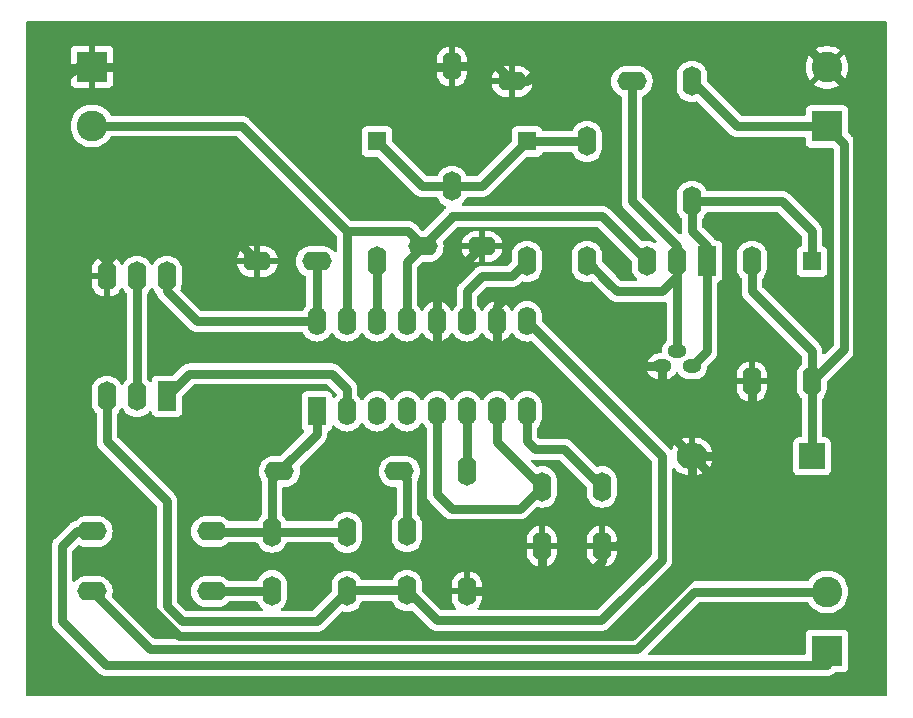
<source format=gbr>
%TF.GenerationSoftware,KiCad,Pcbnew,7.0.7*%
%TF.CreationDate,2023-08-28T12:57:19-03:00*%
%TF.ProjectId,uc3525,75633335-3235-42e6-9b69-6361645f7063,rev?*%
%TF.SameCoordinates,Original*%
%TF.FileFunction,Copper,L2,Bot*%
%TF.FilePolarity,Positive*%
%FSLAX46Y46*%
G04 Gerber Fmt 4.6, Leading zero omitted, Abs format (unit mm)*
G04 Created by KiCad (PCBNEW 7.0.7) date 2023-08-28 12:57:19*
%MOMM*%
%LPD*%
G01*
G04 APERTURE LIST*
%TA.AperFunction,ComponentPad*%
%ADD10O,1.600000X2.500000*%
%TD*%
%TA.AperFunction,ComponentPad*%
%ADD11R,2.200000X2.200000*%
%TD*%
%TA.AperFunction,ComponentPad*%
%ADD12O,2.600000X2.200000*%
%TD*%
%TA.AperFunction,ComponentPad*%
%ADD13R,1.600000X1.600000*%
%TD*%
%TA.AperFunction,ComponentPad*%
%ADD14O,2.500000X1.600000*%
%TD*%
%TA.AperFunction,ComponentPad*%
%ADD15R,1.600000X2.500000*%
%TD*%
%TA.AperFunction,ComponentPad*%
%ADD16R,2.600000X2.600000*%
%TD*%
%TA.AperFunction,ComponentPad*%
%ADD17C,2.600000*%
%TD*%
%TA.AperFunction,ComponentPad*%
%ADD18R,1.600000X2.400000*%
%TD*%
%TA.AperFunction,ComponentPad*%
%ADD19O,1.600000X2.400000*%
%TD*%
%TA.AperFunction,ComponentPad*%
%ADD20O,1.600000X1.200000*%
%TD*%
%TA.AperFunction,Conductor*%
%ADD21C,0.762000*%
%TD*%
G04 APERTURE END LIST*
D10*
%TO.P,RV1,1,1*%
%TO.N,Net-(U1-REF)*%
X77470000Y-53340000D03*
%TO.P,RV1,2,2*%
%TO.N,Net-(JP1-C)*%
X74930000Y-53340000D03*
%TO.P,RV1,3,3*%
%TO.N,GND*%
X72390000Y-53340000D03*
%TD*%
D11*
%TO.P,D4,1,K*%
%TO.N,Net-(D3-A)*%
X132080000Y-68580000D03*
D12*
%TO.P,D4,2,A*%
%TO.N,GND*%
X121920000Y-68580000D03*
%TD*%
D10*
%TO.P,R8,1*%
%TO.N,Net-(D3-K)*%
X121920000Y-46990000D03*
%TO.P,R8,2*%
%TO.N,Net-(D3-A)*%
X121920000Y-36830000D03*
%TD*%
%TO.P,R5,1*%
%TO.N,Net-(D1-K)*%
X101600000Y-45720000D03*
%TO.P,R5,2*%
%TO.N,GND*%
X101600000Y-35560000D03*
%TD*%
D13*
%TO.P,D3,1,K*%
%TO.N,Net-(D3-K)*%
X132080000Y-52070000D03*
D10*
%TO.P,D3,2,A*%
%TO.N,Net-(D3-A)*%
X132080000Y-62230000D03*
%TD*%
D14*
%TO.P,R2,1*%
%TO.N,Net-(J2-Pin_1)*%
X71120000Y-74930000D03*
%TO.P,R2,2*%
%TO.N,Net-(U1-INV)*%
X81280000Y-74930000D03*
%TD*%
%TO.P,R1,1*%
%TO.N,Net-(J2-Pin_2)*%
X71120000Y-80010000D03*
%TO.P,R1,2*%
%TO.N,Net-(C1-Pad1)*%
X81280000Y-80010000D03*
%TD*%
D15*
%TO.P,JP1,1,A*%
%TO.N,Net-(JP1-A)*%
X77470000Y-63500000D03*
D10*
%TO.P,JP1,2,C*%
%TO.N,Net-(JP1-C)*%
X74930000Y-63500000D03*
%TO.P,JP1,3,B*%
%TO.N,Net-(JP1-B)*%
X72390000Y-63500000D03*
%TD*%
D16*
%TO.P,J1,1,Pin_1*%
%TO.N,GND*%
X71120000Y-35600000D03*
D17*
%TO.P,J1,2,Pin_2*%
%TO.N,VCC*%
X71120000Y-40600000D03*
%TD*%
D14*
%TO.P,C5,1*%
%TO.N,Net-(U1-REF)*%
X90130000Y-52070000D03*
%TO.P,C5,2*%
%TO.N,GND*%
X85130000Y-52070000D03*
%TD*%
D16*
%TO.P,J3,1,Pin_1*%
%TO.N,Net-(D3-A)*%
X133350000Y-40640000D03*
D17*
%TO.P,J3,2,Pin_2*%
%TO.N,GND*%
X133350000Y-35640000D03*
%TD*%
D10*
%TO.P,C6,1*%
%TO.N,Net-(U1-CT)*%
X109220000Y-71160000D03*
%TO.P,C6,2*%
%TO.N,GND*%
X109220000Y-76160000D03*
%TD*%
D16*
%TO.P,J2,1,Pin_1*%
%TO.N,Net-(J2-Pin_1)*%
X133350000Y-85050000D03*
D17*
%TO.P,J2,2,Pin_2*%
%TO.N,Net-(J2-Pin_2)*%
X133350000Y-80050000D03*
%TD*%
D14*
%TO.P,C4,1*%
%TO.N,VCC*%
X99140000Y-50800000D03*
%TO.P,C4,2*%
%TO.N,GND*%
X104140000Y-50800000D03*
%TD*%
D13*
%TO.P,D1,1,K*%
%TO.N,Net-(D1-K)*%
X107950000Y-41910000D03*
D10*
%TO.P,D1,2,A*%
%TO.N,Net-(D1-A)*%
X107950000Y-52070000D03*
%TD*%
D18*
%TO.P,U1,1,INV*%
%TO.N,Net-(U1-INV)*%
X90170000Y-64770000D03*
D19*
%TO.P,U1,2,NI*%
%TO.N,Net-(JP1-A)*%
X92710000Y-64770000D03*
%TO.P,U1,3,SYNC*%
%TO.N,unconnected-(U1-SYNC-Pad3)*%
X95250000Y-64770000D03*
%TO.P,U1,4,OSC*%
%TO.N,unconnected-(U1-OSC-Pad4)*%
X97790000Y-64770000D03*
%TO.P,U1,5,CT*%
%TO.N,Net-(U1-CT)*%
X100330000Y-64770000D03*
%TO.P,U1,6,RT*%
%TO.N,Net-(U1-RT)*%
X102870000Y-64770000D03*
%TO.P,U1,7,DISCH*%
%TO.N,Net-(U1-CT)*%
X105410000Y-64770000D03*
%TO.P,U1,8,SS*%
%TO.N,Net-(U1-SS)*%
X107950000Y-64770000D03*
%TO.P,U1,9,COMP*%
%TO.N,Net-(JP1-B)*%
X107950000Y-57150000D03*
%TO.P,U1,10,SD*%
%TO.N,GND*%
X105410000Y-57150000D03*
%TO.P,U1,11,OUTA*%
%TO.N,Net-(D1-A)*%
X102870000Y-57150000D03*
%TO.P,U1,12,GND*%
%TO.N,GND*%
X100330000Y-57150000D03*
%TO.P,U1,13,VC*%
%TO.N,VCC*%
X97790000Y-57150000D03*
%TO.P,U1,14,OUTB*%
%TO.N,Net-(D2-A)*%
X95250000Y-57150000D03*
%TO.P,U1,15,VIN*%
%TO.N,VCC*%
X92710000Y-57150000D03*
%TO.P,U1,16,REF*%
%TO.N,Net-(U1-REF)*%
X90170000Y-57150000D03*
%TD*%
D10*
%TO.P,C1,1*%
%TO.N,Net-(C1-Pad1)*%
X86360000Y-79970000D03*
%TO.P,C1,2*%
%TO.N,Net-(U1-INV)*%
X86360000Y-74970000D03*
%TD*%
D15*
%TO.P,Q1,1,E*%
%TO.N,Net-(D3-K)*%
X123190000Y-52070000D03*
D10*
%TO.P,Q1,2,B*%
%TO.N,Net-(Q1-B)*%
X120650000Y-52070000D03*
%TO.P,Q1,3,C*%
%TO.N,VCC*%
X118110000Y-52070000D03*
%TD*%
%TO.P,C2,1*%
%TO.N,Net-(U1-INV)*%
X92710000Y-75010000D03*
%TO.P,C2,2*%
%TO.N,Net-(JP1-B)*%
X92710000Y-80010000D03*
%TD*%
D13*
%TO.P,D2,1,K*%
%TO.N,Net-(D1-K)*%
X95250000Y-41910000D03*
D10*
%TO.P,D2,2,A*%
%TO.N,Net-(D2-A)*%
X95250000Y-52070000D03*
%TD*%
%TO.P,C3,1*%
%TO.N,Net-(C3-Pad1)*%
X97790000Y-74930000D03*
%TO.P,C3,2*%
%TO.N,Net-(JP1-B)*%
X97790000Y-79930000D03*
%TD*%
%TO.P,R9,1*%
%TO.N,Net-(D3-A)*%
X127000000Y-52070000D03*
%TO.P,R9,2*%
%TO.N,GND*%
X127000000Y-62230000D03*
%TD*%
D20*
%TO.P,Q2,1,E*%
%TO.N,Net-(D3-K)*%
X121920000Y-60960000D03*
%TO.P,Q2,2,B*%
%TO.N,Net-(Q1-B)*%
X120650000Y-59690000D03*
%TO.P,Q2,3,C*%
%TO.N,GND*%
X119380000Y-60960000D03*
%TD*%
D10*
%TO.P,R4,1*%
%TO.N,Net-(D1-K)*%
X113030000Y-41910000D03*
%TO.P,R4,2*%
%TO.N,Net-(Q1-B)*%
X113030000Y-52070000D03*
%TD*%
%TO.P,C7,1*%
%TO.N,Net-(U1-SS)*%
X114300000Y-71160000D03*
%TO.P,C7,2*%
%TO.N,GND*%
X114300000Y-76160000D03*
%TD*%
D14*
%TO.P,R6,1*%
%TO.N,Net-(Q1-B)*%
X116840000Y-36830000D03*
%TO.P,R6,2*%
%TO.N,GND*%
X106680000Y-36830000D03*
%TD*%
D10*
%TO.P,R7,1*%
%TO.N,Net-(U1-RT)*%
X102870000Y-69850000D03*
%TO.P,R7,2*%
%TO.N,GND*%
X102870000Y-80010000D03*
%TD*%
D14*
%TO.P,R3,1*%
%TO.N,Net-(U1-INV)*%
X86995000Y-69850000D03*
%TO.P,R3,2*%
%TO.N,Net-(C3-Pad1)*%
X97155000Y-69850000D03*
%TD*%
D21*
%TO.N,Net-(C1-Pad1)*%
X86360000Y-79970000D02*
X81320000Y-79970000D01*
X81320000Y-79970000D02*
X81280000Y-80010000D01*
%TO.N,Net-(U1-INV)*%
X90170000Y-66675000D02*
X86995000Y-69850000D01*
X86360000Y-74970000D02*
X92670000Y-74970000D01*
X92670000Y-74970000D02*
X92710000Y-75010000D01*
X81320000Y-74970000D02*
X81280000Y-74930000D01*
X90170000Y-64770000D02*
X90170000Y-66675000D01*
X86360000Y-70485000D02*
X86995000Y-69850000D01*
X86360000Y-74970000D02*
X81320000Y-74970000D01*
X86360000Y-74970000D02*
X86360000Y-70485000D01*
%TO.N,Net-(U1-REF)*%
X90170000Y-52110000D02*
X90130000Y-52070000D01*
X90170000Y-57150000D02*
X80010000Y-57150000D01*
X77470000Y-54610000D02*
X80010000Y-57150000D01*
X77470000Y-53340000D02*
X77470000Y-54610000D01*
X90130000Y-57110000D02*
X90170000Y-57150000D01*
X90130000Y-52070000D02*
X90130000Y-57110000D01*
%TO.N,GND*%
X72390000Y-52070000D02*
X71120000Y-50800000D01*
X72390000Y-53340000D02*
X72390000Y-52070000D01*
X105410000Y-35560000D02*
X106680000Y-36830000D01*
X110490000Y-54610000D02*
X116840000Y-60960000D01*
X105410000Y-57150000D02*
X105410000Y-59690000D01*
X101560000Y-35600000D02*
X101600000Y-35560000D01*
X115610000Y-76160000D02*
X116840000Y-74930000D01*
X100330000Y-59690000D02*
X101600000Y-60960000D01*
X114300000Y-77470000D02*
X114300000Y-76160000D01*
X133350000Y-72390000D02*
X125730000Y-72390000D01*
X71120000Y-35600000D02*
X76160000Y-35600000D01*
X124460000Y-68580000D02*
X121920000Y-68580000D01*
X72390000Y-52070000D02*
X72515000Y-51945000D01*
X127000000Y-62230000D02*
X127000000Y-66040000D01*
X116840000Y-68580000D02*
X109855000Y-61595000D01*
X107950000Y-36830000D02*
X106680000Y-36830000D01*
X119380000Y-60960000D02*
X119380000Y-66040000D01*
X121920000Y-68580000D02*
X121920000Y-78740000D01*
X133350000Y-35640000D02*
X135890000Y-38180000D01*
X68580000Y-48260000D02*
X68580000Y-49530000D01*
X110490000Y-34290000D02*
X107950000Y-36830000D01*
X116840000Y-74930000D02*
X116840000Y-68580000D01*
X109220000Y-60960000D02*
X109855000Y-61595000D01*
X100330000Y-57150000D02*
X100330000Y-59690000D01*
X101600000Y-60960000D02*
X106680000Y-60960000D01*
X114300000Y-76160000D02*
X115610000Y-76160000D01*
X72515000Y-53340000D02*
X72515000Y-51945000D01*
X71120000Y-35600000D02*
X101560000Y-35600000D01*
X135890000Y-69850000D02*
X133350000Y-72390000D01*
X111760000Y-80010000D02*
X114300000Y-77470000D01*
X109220000Y-78740000D02*
X109220000Y-76160000D01*
X101600000Y-35560000D02*
X105410000Y-35560000D01*
X127000000Y-66040000D02*
X124460000Y-68580000D01*
X74930000Y-73660000D02*
X68580000Y-67310000D01*
X68580000Y-67310000D02*
X68580000Y-50800000D01*
X71120000Y-35600000D02*
X69810000Y-35600000D01*
X102870000Y-80010000D02*
X107950000Y-80010000D01*
X73660000Y-50800000D02*
X83860000Y-50800000D01*
X105410000Y-55880000D02*
X106680000Y-54610000D01*
X116840000Y-83820000D02*
X78501316Y-83820000D01*
X125730000Y-72390000D02*
X121920000Y-68580000D01*
X105410000Y-59690000D02*
X106680000Y-60960000D01*
X133350000Y-35640000D02*
X132000000Y-34290000D01*
X135890000Y-39370000D02*
X135890000Y-69850000D01*
X107950000Y-80010000D02*
X111760000Y-80010000D01*
X72515000Y-51945000D02*
X73660000Y-50800000D01*
X100330000Y-57150000D02*
X100330000Y-54610000D01*
X83860000Y-50800000D02*
X85130000Y-52070000D01*
X72390000Y-53340000D02*
X72515000Y-53340000D01*
X68580000Y-49530000D02*
X68580000Y-50800000D01*
X100330000Y-54610000D02*
X104140000Y-50800000D01*
X116840000Y-60960000D02*
X119380000Y-60960000D01*
X106680000Y-60960000D02*
X109220000Y-60960000D01*
X121920000Y-78740000D02*
X116840000Y-83820000D01*
X105410000Y-57150000D02*
X105410000Y-55880000D01*
X106680000Y-54610000D02*
X110490000Y-54610000D01*
X78501316Y-83820000D02*
X74930000Y-80248684D01*
X69810000Y-35600000D02*
X68580000Y-36830000D01*
X68580000Y-36830000D02*
X68580000Y-48260000D01*
X107950000Y-80010000D02*
X109220000Y-78740000D01*
X74930000Y-80248684D02*
X74930000Y-73660000D01*
X132000000Y-34290000D02*
X110490000Y-34290000D01*
X135890000Y-38180000D02*
X135890000Y-39370000D01*
X119380000Y-66040000D02*
X121920000Y-68580000D01*
X71120000Y-50800000D02*
X68580000Y-48260000D01*
X76160000Y-35600000D02*
X76200000Y-35560000D01*
X84330001Y-51270001D02*
X85130000Y-52070000D01*
%TO.N,Net-(JP1-B)*%
X92790000Y-79930000D02*
X92710000Y-80010000D01*
X119380000Y-77310000D02*
X114220000Y-82470000D01*
X92710000Y-80010000D02*
X90170000Y-82550000D01*
X90170000Y-82550000D02*
X78740000Y-82550000D01*
X78740000Y-82550000D02*
X77470000Y-81280000D01*
X119380000Y-77310000D02*
X119380000Y-68580000D01*
X97790000Y-79930000D02*
X92790000Y-79930000D01*
X97790000Y-79930000D02*
X100330000Y-82470000D01*
X77470000Y-72390000D02*
X72390000Y-67310000D01*
X119380000Y-68580000D02*
X107950000Y-57150000D01*
X100330000Y-82470000D02*
X114220000Y-82470000D01*
X77470000Y-81280000D02*
X77470000Y-72390000D01*
X72390000Y-67310000D02*
X72390000Y-63500000D01*
%TO.N,Net-(U1-CT)*%
X107355000Y-73025000D02*
X109220000Y-71160000D01*
X100330000Y-64770000D02*
X100330000Y-71755000D01*
X100330000Y-71755000D02*
X101600000Y-73025000D01*
X109220000Y-71160000D02*
X105410000Y-67350000D01*
X101600000Y-73025000D02*
X107355000Y-73025000D01*
X105410000Y-64770000D02*
X105410000Y-67350000D01*
%TO.N,Net-(U1-SS)*%
X114300000Y-71160000D02*
X111105000Y-67965000D01*
X107950000Y-67310000D02*
X108605000Y-67965000D01*
X108605000Y-67965000D02*
X111105000Y-67965000D01*
X107950000Y-64770000D02*
X107950000Y-67310000D01*
%TO.N,VCC*%
X118110000Y-52070000D02*
X115570000Y-49530000D01*
X99140000Y-50800000D02*
X97870000Y-49530000D01*
X99140000Y-50800000D02*
X101600000Y-48340000D01*
X92710000Y-49530000D02*
X92710000Y-57150000D01*
X71120000Y-40600000D02*
X83780000Y-40600000D01*
X83780000Y-40600000D02*
X92710000Y-49530000D01*
X97790000Y-57150000D02*
X97790000Y-52150000D01*
X114300000Y-48260000D02*
X115570000Y-49530000D01*
X101600000Y-48260000D02*
X114300000Y-48260000D01*
X97870000Y-49530000D02*
X92710000Y-49530000D01*
X97790000Y-52150000D02*
X99140000Y-50800000D01*
X101600000Y-48340000D02*
X101600000Y-48260000D01*
%TO.N,Net-(D1-K)*%
X113030000Y-41910000D02*
X107950000Y-41910000D01*
X101600000Y-45720000D02*
X99060000Y-45720000D01*
X104140000Y-45720000D02*
X107950000Y-41910000D01*
X101600000Y-45720000D02*
X104140000Y-45720000D01*
X99060000Y-45720000D02*
X95250000Y-41910000D01*
%TO.N,Net-(D1-A)*%
X102870000Y-57150000D02*
X102870000Y-54610000D01*
X104140000Y-53340000D02*
X106680000Y-53340000D01*
X107950000Y-52070000D02*
X106680000Y-53340000D01*
X102870000Y-54610000D02*
X104140000Y-53340000D01*
%TO.N,Net-(D2-A)*%
X95250000Y-57150000D02*
X95250000Y-52070000D01*
%TO.N,Net-(D3-K)*%
X123190000Y-52070000D02*
X123190000Y-59690000D01*
X121920000Y-49530000D02*
X121920000Y-46990000D01*
X121920000Y-46990000D02*
X129540000Y-46990000D01*
X123190000Y-59690000D02*
X121920000Y-60960000D01*
X123190000Y-50800000D02*
X121920000Y-49530000D01*
X129540000Y-46990000D02*
X132080000Y-49530000D01*
X132080000Y-49530000D02*
X132080000Y-52070000D01*
X123190000Y-52070000D02*
X123190000Y-50800000D01*
%TO.N,Net-(JP1-A)*%
X79375000Y-61595000D02*
X91440000Y-61595000D01*
X77470000Y-63500000D02*
X79375000Y-61595000D01*
X92710000Y-62865000D02*
X92710000Y-64770000D01*
X91440000Y-61595000D02*
X92710000Y-62865000D01*
%TO.N,Net-(JP1-C)*%
X74930000Y-63500000D02*
X74930000Y-53340000D01*
%TO.N,Net-(Q1-B)*%
X114935000Y-53975000D02*
X113030000Y-52070000D01*
X120650000Y-52070000D02*
X120650000Y-53340000D01*
X116840000Y-46990000D02*
X120650000Y-50800000D01*
X120650000Y-53340000D02*
X119380000Y-54610000D01*
X120650000Y-50800000D02*
X120650000Y-52070000D01*
X115570000Y-54610000D02*
X114935000Y-53975000D01*
X116840000Y-36830000D02*
X116840000Y-46990000D01*
X119380000Y-54610000D02*
X115570000Y-54610000D01*
X120650000Y-52070000D02*
X120650000Y-59690000D01*
%TO.N,Net-(U1-RT)*%
X102870000Y-69850000D02*
X102870000Y-64770000D01*
%TO.N,Net-(C3-Pad1)*%
X97790000Y-74930000D02*
X97790000Y-70485000D01*
X97790000Y-70485000D02*
X97155000Y-69850000D01*
%TO.N,Net-(D3-A)*%
X134823200Y-59486800D02*
X132080000Y-62230000D01*
X127000000Y-52070000D02*
X127000000Y-54610000D01*
X134823200Y-42113200D02*
X134823200Y-59486800D01*
X133350000Y-40640000D02*
X134823200Y-42113200D01*
X132080000Y-68580000D02*
X132080000Y-62230000D01*
X121920000Y-36830000D02*
X125730000Y-40640000D01*
X127000000Y-54610000D02*
X132080000Y-59690000D01*
X125730000Y-40640000D02*
X133350000Y-40640000D01*
X132080000Y-59690000D02*
X132080000Y-62230000D01*
%TO.N,Net-(J2-Pin_2)*%
X117281883Y-84886800D02*
X75996800Y-84886800D01*
X122118684Y-80050000D02*
X120888684Y-81280000D01*
X120134342Y-82034342D02*
X117281883Y-84886800D01*
X133350000Y-80050000D02*
X122118684Y-80050000D01*
X120888684Y-81280000D02*
X120134342Y-82034342D01*
X75996800Y-84886800D02*
X71120000Y-80010000D01*
%TO.N,Net-(J2-Pin_1)*%
X68580000Y-76200000D02*
X69850000Y-74930000D01*
X72310000Y-86280000D02*
X68580000Y-82550000D01*
X68580000Y-82550000D02*
X68580000Y-76200000D01*
X133350000Y-86280000D02*
X72310000Y-86280000D01*
X69850000Y-74930000D02*
X71120000Y-74930000D01*
%TD*%
%TA.AperFunction,Conductor*%
%TO.N,GND*%
G36*
X76267865Y-54333348D02*
G01*
X76312381Y-54384724D01*
X76323628Y-54408842D01*
X76339429Y-54442728D01*
X76339432Y-54442734D01*
X76469951Y-54629137D01*
X76469952Y-54629138D01*
X76469953Y-54629139D01*
X76568599Y-54727785D01*
X76602083Y-54789106D01*
X76603736Y-54799264D01*
X76604033Y-54800617D01*
X76604120Y-54800873D01*
X76609471Y-54823704D01*
X76609509Y-54823988D01*
X76609510Y-54823991D01*
X76638463Y-54902799D01*
X76665255Y-54982316D01*
X76665401Y-54982559D01*
X76675532Y-55003700D01*
X76675627Y-55003960D01*
X76675634Y-55003973D01*
X76720829Y-55074682D01*
X76764104Y-55146605D01*
X76764108Y-55146610D01*
X76764294Y-55146806D01*
X76778748Y-55165294D01*
X76778893Y-55165521D01*
X76778900Y-55165530D01*
X76838232Y-55224861D01*
X76895960Y-55285805D01*
X76895963Y-55285807D01*
X76896187Y-55285959D01*
X76914286Y-55300915D01*
X79359571Y-57746200D01*
X79362975Y-57749893D01*
X79400217Y-57793739D01*
X79429085Y-57815684D01*
X79467062Y-57844553D01*
X79532453Y-57897115D01*
X79532682Y-57897228D01*
X79552635Y-57909603D01*
X79552859Y-57909774D01*
X79629053Y-57945024D01*
X79704225Y-57982307D01*
X79704479Y-57982370D01*
X79726641Y-57990173D01*
X79726876Y-57990282D01*
X79808838Y-58008323D01*
X79890296Y-58028581D01*
X79890565Y-58028588D01*
X79913871Y-58031443D01*
X79914130Y-58031500D01*
X79998053Y-58031500D01*
X80081963Y-58033773D01*
X80082230Y-58033721D01*
X80105597Y-58031500D01*
X88880588Y-58031500D01*
X88947627Y-58051185D01*
X88992968Y-58103093D01*
X89012382Y-58144725D01*
X89039431Y-58202732D01*
X89039432Y-58202734D01*
X89169954Y-58389141D01*
X89330858Y-58550045D01*
X89330861Y-58550047D01*
X89517266Y-58680568D01*
X89723504Y-58776739D01*
X89943308Y-58835635D01*
X90105230Y-58849801D01*
X90169998Y-58855468D01*
X90170000Y-58855468D01*
X90170002Y-58855468D01*
X90226673Y-58850509D01*
X90396692Y-58835635D01*
X90616496Y-58776739D01*
X90822734Y-58680568D01*
X91009139Y-58550047D01*
X91170047Y-58389139D01*
X91300568Y-58202734D01*
X91327618Y-58144724D01*
X91373790Y-58092285D01*
X91440983Y-58073133D01*
X91507865Y-58093348D01*
X91552382Y-58144725D01*
X91579429Y-58202728D01*
X91579432Y-58202734D01*
X91709954Y-58389141D01*
X91870858Y-58550045D01*
X91870861Y-58550047D01*
X92057266Y-58680568D01*
X92263504Y-58776739D01*
X92483308Y-58835635D01*
X92645230Y-58849801D01*
X92709998Y-58855468D01*
X92710000Y-58855468D01*
X92710002Y-58855468D01*
X92766672Y-58850509D01*
X92936692Y-58835635D01*
X93156496Y-58776739D01*
X93362734Y-58680568D01*
X93549139Y-58550047D01*
X93710047Y-58389139D01*
X93840568Y-58202734D01*
X93867618Y-58144724D01*
X93913790Y-58092285D01*
X93980983Y-58073133D01*
X94047865Y-58093348D01*
X94092382Y-58144725D01*
X94119429Y-58202728D01*
X94119432Y-58202734D01*
X94249954Y-58389141D01*
X94410858Y-58550045D01*
X94410861Y-58550047D01*
X94597266Y-58680568D01*
X94803504Y-58776739D01*
X95023308Y-58835635D01*
X95185230Y-58849801D01*
X95249998Y-58855468D01*
X95250000Y-58855468D01*
X95250002Y-58855468D01*
X95306673Y-58850509D01*
X95476692Y-58835635D01*
X95696496Y-58776739D01*
X95902734Y-58680568D01*
X96089139Y-58550047D01*
X96250047Y-58389139D01*
X96380568Y-58202734D01*
X96407618Y-58144724D01*
X96453790Y-58092285D01*
X96520983Y-58073133D01*
X96587865Y-58093348D01*
X96632382Y-58144725D01*
X96659429Y-58202728D01*
X96659432Y-58202734D01*
X96789954Y-58389141D01*
X96950858Y-58550045D01*
X96950861Y-58550047D01*
X97137266Y-58680568D01*
X97343504Y-58776739D01*
X97563308Y-58835635D01*
X97725230Y-58849801D01*
X97789998Y-58855468D01*
X97790000Y-58855468D01*
X97790002Y-58855468D01*
X97846672Y-58850509D01*
X98016692Y-58835635D01*
X98236496Y-58776739D01*
X98442734Y-58680568D01*
X98629139Y-58550047D01*
X98790047Y-58389139D01*
X98920568Y-58202734D01*
X98947895Y-58144129D01*
X98994064Y-58091695D01*
X99061257Y-58072542D01*
X99128139Y-58092757D01*
X99172657Y-58144133D01*
X99199865Y-58202482D01*
X99330342Y-58388820D01*
X99491179Y-58549657D01*
X99677517Y-58680134D01*
X99883673Y-58776265D01*
X99883682Y-58776269D01*
X100079999Y-58828872D01*
X100080000Y-58828871D01*
X100080000Y-57660575D01*
X100099685Y-57593536D01*
X100152489Y-57547781D01*
X100221647Y-57537837D01*
X100223331Y-57538091D01*
X100255699Y-57543218D01*
X100298515Y-57550000D01*
X100298519Y-57550000D01*
X100361485Y-57550000D01*
X100404300Y-57543218D01*
X100436602Y-57538102D01*
X100505894Y-57547056D01*
X100559347Y-57592052D01*
X100579987Y-57658803D01*
X100580000Y-57660575D01*
X100580000Y-58828872D01*
X100776317Y-58776269D01*
X100776326Y-58776265D01*
X100982482Y-58680134D01*
X101168820Y-58549657D01*
X101329657Y-58388820D01*
X101460132Y-58202484D01*
X101487341Y-58144134D01*
X101533513Y-58091695D01*
X101600707Y-58072542D01*
X101667588Y-58092757D01*
X101712106Y-58144133D01*
X101739431Y-58202732D01*
X101739432Y-58202734D01*
X101869954Y-58389141D01*
X102030858Y-58550045D01*
X102030861Y-58550047D01*
X102217266Y-58680568D01*
X102423504Y-58776739D01*
X102643308Y-58835635D01*
X102805230Y-58849801D01*
X102869998Y-58855468D01*
X102870000Y-58855468D01*
X102870002Y-58855468D01*
X102926672Y-58850509D01*
X103096692Y-58835635D01*
X103316496Y-58776739D01*
X103522734Y-58680568D01*
X103709139Y-58550047D01*
X103870047Y-58389139D01*
X104000568Y-58202734D01*
X104027895Y-58144129D01*
X104074064Y-58091695D01*
X104141257Y-58072542D01*
X104208139Y-58092757D01*
X104252657Y-58144133D01*
X104279865Y-58202482D01*
X104410342Y-58388820D01*
X104571179Y-58549657D01*
X104757517Y-58680134D01*
X104963673Y-58776265D01*
X104963682Y-58776269D01*
X105159999Y-58828872D01*
X105160000Y-58828871D01*
X105160000Y-57660575D01*
X105179685Y-57593536D01*
X105232489Y-57547781D01*
X105301647Y-57537837D01*
X105303331Y-57538091D01*
X105335699Y-57543218D01*
X105378515Y-57550000D01*
X105378519Y-57550000D01*
X105441485Y-57550000D01*
X105478960Y-57544064D01*
X105516602Y-57538102D01*
X105585893Y-57547056D01*
X105639346Y-57592052D01*
X105659986Y-57658803D01*
X105659999Y-57660575D01*
X105659999Y-58828872D01*
X105856317Y-58776269D01*
X105856326Y-58776265D01*
X106062482Y-58680134D01*
X106248820Y-58549657D01*
X106409657Y-58388820D01*
X106540132Y-58202484D01*
X106567341Y-58144134D01*
X106613513Y-58091695D01*
X106680707Y-58072542D01*
X106747588Y-58092757D01*
X106792106Y-58144133D01*
X106819431Y-58202732D01*
X106819432Y-58202734D01*
X106949954Y-58389141D01*
X107110858Y-58550045D01*
X107110861Y-58550047D01*
X107297266Y-58680568D01*
X107503504Y-58776739D01*
X107723308Y-58835635D01*
X107885230Y-58849801D01*
X107949998Y-58855468D01*
X107950000Y-58855468D01*
X107950002Y-58855468D01*
X107981421Y-58852719D01*
X108176692Y-58835635D01*
X108274985Y-58809297D01*
X108344835Y-58810959D01*
X108394761Y-58841390D01*
X118462180Y-68908809D01*
X118495665Y-68970132D01*
X118498499Y-68996490D01*
X118498500Y-76893509D01*
X118478815Y-76960548D01*
X118462181Y-76981190D01*
X113891190Y-81552181D01*
X113829867Y-81585666D01*
X113803509Y-81588500D01*
X103879340Y-81588500D01*
X103812301Y-81568815D01*
X103766546Y-81516011D01*
X103756602Y-81446853D01*
X103785627Y-81383297D01*
X103791659Y-81376819D01*
X103869657Y-81298820D01*
X104000134Y-81112482D01*
X104096265Y-80906326D01*
X104096269Y-80906317D01*
X104155139Y-80686610D01*
X104155141Y-80686599D01*
X104170000Y-80516763D01*
X104170000Y-80260000D01*
X103380576Y-80260000D01*
X103313537Y-80240315D01*
X103267782Y-80187511D01*
X103257838Y-80118353D01*
X103258103Y-80116603D01*
X103274986Y-80010003D01*
X103274986Y-80009996D01*
X103258103Y-79903397D01*
X103267058Y-79834104D01*
X103312054Y-79780652D01*
X103378806Y-79760013D01*
X103380576Y-79760000D01*
X104170000Y-79760000D01*
X104170000Y-79503237D01*
X104155141Y-79333400D01*
X104155139Y-79333389D01*
X104096269Y-79113682D01*
X104096265Y-79113673D01*
X104000134Y-78907517D01*
X103869657Y-78721179D01*
X103708820Y-78560342D01*
X103522482Y-78429865D01*
X103316328Y-78333734D01*
X103120000Y-78281127D01*
X103120000Y-79499424D01*
X103100315Y-79566463D01*
X103047511Y-79612218D01*
X102978353Y-79622162D01*
X102976602Y-79621897D01*
X102901486Y-79610000D01*
X102901481Y-79610000D01*
X102838519Y-79610000D01*
X102838514Y-79610000D01*
X102763398Y-79621897D01*
X102694104Y-79612942D01*
X102640652Y-79567946D01*
X102620013Y-79501194D01*
X102620000Y-79499424D01*
X102620000Y-78281127D01*
X102423671Y-78333734D01*
X102217517Y-78429865D01*
X102031179Y-78560342D01*
X101870342Y-78721179D01*
X101739865Y-78907517D01*
X101643734Y-79113673D01*
X101643730Y-79113682D01*
X101584860Y-79333389D01*
X101584858Y-79333400D01*
X101570000Y-79503237D01*
X101570000Y-79760000D01*
X102359424Y-79760000D01*
X102426463Y-79779685D01*
X102472218Y-79832489D01*
X102482162Y-79901647D01*
X102481897Y-79903397D01*
X102465014Y-80009996D01*
X102465014Y-80010003D01*
X102481897Y-80116603D01*
X102472942Y-80185896D01*
X102427946Y-80239348D01*
X102361194Y-80259987D01*
X102359424Y-80260000D01*
X101570000Y-80260000D01*
X101570000Y-80516763D01*
X101584858Y-80686599D01*
X101584860Y-80686610D01*
X101643730Y-80906317D01*
X101643734Y-80906326D01*
X101739865Y-81112482D01*
X101870342Y-81298820D01*
X101948341Y-81376819D01*
X101981826Y-81438142D01*
X101976842Y-81507834D01*
X101934970Y-81563767D01*
X101869506Y-81588184D01*
X101860660Y-81588500D01*
X100746491Y-81588500D01*
X100679452Y-81568815D01*
X100658810Y-81552181D01*
X99126819Y-80020190D01*
X99093334Y-79958867D01*
X99090500Y-79932509D01*
X99090500Y-79423216D01*
X99084730Y-79357265D01*
X99075635Y-79253308D01*
X99016739Y-79033504D01*
X98920568Y-78827266D01*
X98790047Y-78640861D01*
X98790045Y-78640858D01*
X98629141Y-78479954D01*
X98442734Y-78349432D01*
X98442732Y-78349431D01*
X98236497Y-78253261D01*
X98236488Y-78253258D01*
X98016697Y-78194366D01*
X98016693Y-78194365D01*
X98016692Y-78194365D01*
X98016691Y-78194364D01*
X98016686Y-78194364D01*
X97790002Y-78174532D01*
X97789998Y-78174532D01*
X97563313Y-78194364D01*
X97563302Y-78194366D01*
X97343511Y-78253258D01*
X97343502Y-78253261D01*
X97137267Y-78349431D01*
X97137265Y-78349432D01*
X96950858Y-78479954D01*
X96789954Y-78640858D01*
X96659432Y-78827265D01*
X96659431Y-78827267D01*
X96589654Y-78976905D01*
X96543482Y-79029344D01*
X96477272Y-79048500D01*
X93985423Y-79048500D01*
X93918384Y-79028815D01*
X93873041Y-78976905D01*
X93840568Y-78907267D01*
X93840567Y-78907265D01*
X93821078Y-78879432D01*
X93710047Y-78720861D01*
X93710045Y-78720858D01*
X93549141Y-78559954D01*
X93362734Y-78429432D01*
X93362732Y-78429431D01*
X93156497Y-78333261D01*
X93156488Y-78333258D01*
X92936697Y-78274366D01*
X92936693Y-78274365D01*
X92936692Y-78274365D01*
X92936691Y-78274364D01*
X92936686Y-78274364D01*
X92710002Y-78254532D01*
X92709998Y-78254532D01*
X92483313Y-78274364D01*
X92483302Y-78274366D01*
X92263511Y-78333258D01*
X92263502Y-78333261D01*
X92057267Y-78429431D01*
X92057265Y-78429432D01*
X91870858Y-78559954D01*
X91709954Y-78720858D01*
X91579432Y-78907265D01*
X91579431Y-78907267D01*
X91483261Y-79113502D01*
X91483258Y-79113511D01*
X91424366Y-79333302D01*
X91424364Y-79333312D01*
X91409500Y-79503216D01*
X91409500Y-80012508D01*
X91389815Y-80079547D01*
X91373181Y-80100189D01*
X89841190Y-81632181D01*
X89779867Y-81665666D01*
X89753509Y-81668500D01*
X87237589Y-81668500D01*
X87170550Y-81648815D01*
X87124795Y-81596011D01*
X87114851Y-81526853D01*
X87143876Y-81463297D01*
X87166466Y-81442925D01*
X87177997Y-81434850D01*
X87199139Y-81420047D01*
X87360047Y-81259139D01*
X87490568Y-81072734D01*
X87586739Y-80866496D01*
X87645635Y-80646692D01*
X87660500Y-80476784D01*
X87660500Y-79463216D01*
X87645635Y-79293308D01*
X87595580Y-79106499D01*
X87586741Y-79073511D01*
X87586738Y-79073502D01*
X87568090Y-79033511D01*
X87490568Y-78867266D01*
X87360047Y-78680861D01*
X87360045Y-78680858D01*
X87199141Y-78519954D01*
X87012734Y-78389432D01*
X87012732Y-78389431D01*
X86806497Y-78293261D01*
X86806488Y-78293258D01*
X86586697Y-78234366D01*
X86586693Y-78234365D01*
X86586692Y-78234365D01*
X86586691Y-78234364D01*
X86586686Y-78234364D01*
X86360002Y-78214532D01*
X86359998Y-78214532D01*
X86133313Y-78234364D01*
X86133302Y-78234366D01*
X85913511Y-78293258D01*
X85913502Y-78293261D01*
X85707267Y-78389431D01*
X85707265Y-78389432D01*
X85520858Y-78519954D01*
X85359954Y-78680858D01*
X85229432Y-78867265D01*
X85229431Y-78867267D01*
X85183489Y-78965789D01*
X85162897Y-79009951D01*
X85159654Y-79016905D01*
X85113482Y-79069344D01*
X85047272Y-79088500D01*
X82699048Y-79088500D01*
X82632009Y-79068815D01*
X82611366Y-79052180D01*
X82569140Y-79009953D01*
X82382734Y-78879432D01*
X82382732Y-78879431D01*
X82176497Y-78783261D01*
X82176488Y-78783258D01*
X81956697Y-78724366D01*
X81956687Y-78724364D01*
X81786784Y-78709500D01*
X80773216Y-78709500D01*
X80603312Y-78724364D01*
X80603302Y-78724366D01*
X80383511Y-78783258D01*
X80383502Y-78783261D01*
X80177267Y-78879431D01*
X80177265Y-78879432D01*
X79990858Y-79009954D01*
X79829954Y-79170858D01*
X79699432Y-79357265D01*
X79699431Y-79357267D01*
X79603261Y-79563502D01*
X79603258Y-79563511D01*
X79544366Y-79783302D01*
X79544364Y-79783313D01*
X79524532Y-80009998D01*
X79524532Y-80010001D01*
X79544364Y-80236686D01*
X79544366Y-80236697D01*
X79603258Y-80456488D01*
X79603261Y-80456497D01*
X79699431Y-80662732D01*
X79699432Y-80662734D01*
X79829954Y-80849141D01*
X79990858Y-81010045D01*
X79990861Y-81010047D01*
X80177266Y-81140568D01*
X80383504Y-81236739D01*
X80603308Y-81295635D01*
X80773216Y-81310500D01*
X81786784Y-81310500D01*
X81956692Y-81295635D01*
X82176496Y-81236739D01*
X82382734Y-81140568D01*
X82569139Y-81010047D01*
X82691368Y-80887817D01*
X82752689Y-80854334D01*
X82779048Y-80851500D01*
X85047272Y-80851500D01*
X85114311Y-80871185D01*
X85159653Y-80923094D01*
X85200200Y-81010047D01*
X85229431Y-81072732D01*
X85229432Y-81072734D01*
X85359954Y-81259141D01*
X85520858Y-81420045D01*
X85553534Y-81442925D01*
X85597159Y-81497501D01*
X85604353Y-81567000D01*
X85572831Y-81629355D01*
X85512601Y-81664769D01*
X85482411Y-81668500D01*
X79156491Y-81668500D01*
X79089452Y-81648815D01*
X79068810Y-81632181D01*
X78387819Y-80951190D01*
X78354334Y-80889867D01*
X78351500Y-80863509D01*
X78351500Y-72428352D01*
X78351705Y-72423317D01*
X78356373Y-72365991D01*
X78356372Y-72365985D01*
X78345040Y-72282802D01*
X78335967Y-72199388D01*
X78335965Y-72199380D01*
X78335881Y-72199130D01*
X78330526Y-72176280D01*
X78330489Y-72176006D01*
X78301536Y-72097200D01*
X78274745Y-72017685D01*
X78274741Y-72017677D01*
X78274603Y-72017447D01*
X78264462Y-71996285D01*
X78264368Y-71996031D01*
X78264368Y-71996030D01*
X78219169Y-71925317D01*
X78175894Y-71853393D01*
X78175704Y-71853192D01*
X78161243Y-71834693D01*
X78161105Y-71834477D01*
X78161104Y-71834475D01*
X78101767Y-71775138D01*
X78044036Y-71714192D01*
X78043812Y-71714040D01*
X78025713Y-71699084D01*
X73307819Y-66981190D01*
X73274334Y-66919867D01*
X73271500Y-66893509D01*
X73271500Y-64959048D01*
X73291185Y-64892009D01*
X73307814Y-64871371D01*
X73390047Y-64789139D01*
X73520568Y-64602734D01*
X73547618Y-64544724D01*
X73593790Y-64492285D01*
X73660983Y-64473133D01*
X73727865Y-64493348D01*
X73772382Y-64544725D01*
X73799429Y-64602728D01*
X73799432Y-64602734D01*
X73929954Y-64789141D01*
X74090858Y-64950045D01*
X74090861Y-64950047D01*
X74277266Y-65080568D01*
X74483504Y-65176739D01*
X74703308Y-65235635D01*
X74865230Y-65249801D01*
X74929998Y-65255468D01*
X74930000Y-65255468D01*
X74930002Y-65255468D01*
X74986807Y-65250498D01*
X75156692Y-65235635D01*
X75376496Y-65176739D01*
X75582734Y-65080568D01*
X75769139Y-64950047D01*
X75930047Y-64789139D01*
X75947271Y-64764539D01*
X76001848Y-64720913D01*
X76071346Y-64713718D01*
X76133701Y-64745239D01*
X76169116Y-64805468D01*
X76172138Y-64822406D01*
X76175908Y-64857483D01*
X76226202Y-64992328D01*
X76226206Y-64992335D01*
X76312452Y-65107544D01*
X76312455Y-65107547D01*
X76427664Y-65193793D01*
X76427671Y-65193797D01*
X76562517Y-65244091D01*
X76562516Y-65244091D01*
X76569444Y-65244835D01*
X76622127Y-65250500D01*
X78317872Y-65250499D01*
X78377483Y-65244091D01*
X78512331Y-65193796D01*
X78627546Y-65107546D01*
X78713796Y-64992331D01*
X78764091Y-64857483D01*
X78770500Y-64797873D01*
X78770499Y-63497489D01*
X78790184Y-63430451D01*
X78806813Y-63409814D01*
X79703809Y-62512819D01*
X79765133Y-62479334D01*
X79791491Y-62476500D01*
X91023509Y-62476500D01*
X91090548Y-62496185D01*
X91111190Y-62512819D01*
X91792181Y-63193810D01*
X91825666Y-63255133D01*
X91828500Y-63281491D01*
X91828500Y-63360951D01*
X91808815Y-63427990D01*
X91792181Y-63448632D01*
X91709954Y-63530858D01*
X91692725Y-63555464D01*
X91638147Y-63599088D01*
X91568648Y-63606280D01*
X91506294Y-63574757D01*
X91470882Y-63514526D01*
X91467861Y-63497591D01*
X91464091Y-63462516D01*
X91413797Y-63327671D01*
X91413793Y-63327664D01*
X91327547Y-63212455D01*
X91327544Y-63212452D01*
X91212335Y-63126206D01*
X91212328Y-63126202D01*
X91077482Y-63075908D01*
X91077483Y-63075908D01*
X91017883Y-63069501D01*
X91017881Y-63069500D01*
X91017873Y-63069500D01*
X91017864Y-63069500D01*
X89322129Y-63069500D01*
X89322123Y-63069501D01*
X89262516Y-63075908D01*
X89127671Y-63126202D01*
X89127664Y-63126206D01*
X89012455Y-63212452D01*
X89012452Y-63212455D01*
X88926206Y-63327664D01*
X88926202Y-63327671D01*
X88875908Y-63462517D01*
X88869501Y-63522116D01*
X88869500Y-63522135D01*
X88869500Y-66017870D01*
X88869501Y-66017876D01*
X88875908Y-66077483D01*
X88926202Y-66212328D01*
X88926206Y-66212335D01*
X88992258Y-66300568D01*
X89012454Y-66327546D01*
X89045654Y-66352399D01*
X89087524Y-66408332D01*
X89092508Y-66478024D01*
X89059023Y-66539346D01*
X87085190Y-68513181D01*
X87023867Y-68546666D01*
X86997509Y-68549500D01*
X86488216Y-68549500D01*
X86318312Y-68564364D01*
X86318302Y-68564366D01*
X86098511Y-68623258D01*
X86098502Y-68623261D01*
X85892267Y-68719431D01*
X85892265Y-68719432D01*
X85705858Y-68849954D01*
X85544954Y-69010858D01*
X85414432Y-69197265D01*
X85414431Y-69197267D01*
X85318261Y-69403502D01*
X85318258Y-69403511D01*
X85259366Y-69623302D01*
X85259364Y-69623313D01*
X85239532Y-69849998D01*
X85239532Y-69850001D01*
X85259364Y-70076686D01*
X85259366Y-70076697D01*
X85318258Y-70296488D01*
X85318260Y-70296492D01*
X85318261Y-70296496D01*
X85346374Y-70356784D01*
X85414431Y-70502733D01*
X85414433Y-70502737D01*
X85456074Y-70562205D01*
X85478402Y-70628411D01*
X85478500Y-70633329D01*
X85478500Y-73510951D01*
X85458815Y-73577990D01*
X85442181Y-73598632D01*
X85359954Y-73680858D01*
X85229432Y-73867265D01*
X85229431Y-73867267D01*
X85159654Y-74016905D01*
X85113482Y-74069344D01*
X85047272Y-74088500D01*
X82779048Y-74088500D01*
X82712009Y-74068815D01*
X82691371Y-74052185D01*
X82569139Y-73929953D01*
X82569138Y-73929952D01*
X82569137Y-73929951D01*
X82382734Y-73799432D01*
X82382732Y-73799431D01*
X82176497Y-73703261D01*
X82176488Y-73703258D01*
X81956697Y-73644366D01*
X81956687Y-73644364D01*
X81786784Y-73629500D01*
X80773216Y-73629500D01*
X80603312Y-73644364D01*
X80603302Y-73644366D01*
X80383511Y-73703258D01*
X80383502Y-73703261D01*
X80177267Y-73799431D01*
X80177265Y-73799432D01*
X79990858Y-73929954D01*
X79829954Y-74090858D01*
X79699432Y-74277265D01*
X79699431Y-74277267D01*
X79603261Y-74483502D01*
X79603258Y-74483511D01*
X79544366Y-74703302D01*
X79544364Y-74703313D01*
X79524532Y-74929998D01*
X79524532Y-74930001D01*
X79544364Y-75156686D01*
X79544366Y-75156697D01*
X79603258Y-75376488D01*
X79603261Y-75376497D01*
X79699431Y-75582732D01*
X79699432Y-75582734D01*
X79829954Y-75769141D01*
X79990858Y-75930045D01*
X79990861Y-75930047D01*
X80177266Y-76060568D01*
X80383504Y-76156739D01*
X80603308Y-76215635D01*
X80773216Y-76230500D01*
X81786784Y-76230500D01*
X81956692Y-76215635D01*
X82176496Y-76156739D01*
X82382734Y-76060568D01*
X82569139Y-75930047D01*
X82611366Y-75887819D01*
X82672689Y-75854334D01*
X82699048Y-75851500D01*
X85047272Y-75851500D01*
X85114311Y-75871185D01*
X85159654Y-75923095D01*
X85229431Y-76072732D01*
X85229432Y-76072734D01*
X85359954Y-76259141D01*
X85520858Y-76420045D01*
X85520861Y-76420047D01*
X85707266Y-76550568D01*
X85913504Y-76646739D01*
X86133308Y-76705635D01*
X86295230Y-76719801D01*
X86359998Y-76725468D01*
X86360000Y-76725468D01*
X86360002Y-76725468D01*
X86416672Y-76720509D01*
X86586692Y-76705635D01*
X86806496Y-76646739D01*
X87012734Y-76550568D01*
X87199139Y-76420047D01*
X87360047Y-76259139D01*
X87490568Y-76072734D01*
X87560346Y-75923094D01*
X87606518Y-75870656D01*
X87672728Y-75851500D01*
X91378619Y-75851500D01*
X91445658Y-75871185D01*
X91491001Y-75923095D01*
X91579431Y-76112732D01*
X91579432Y-76112734D01*
X91709954Y-76299141D01*
X91870858Y-76460045D01*
X91870861Y-76460047D01*
X92057266Y-76590568D01*
X92263504Y-76686739D01*
X92483308Y-76745635D01*
X92645230Y-76759801D01*
X92709998Y-76765468D01*
X92710000Y-76765468D01*
X92710002Y-76765468D01*
X92766672Y-76760509D01*
X92936692Y-76745635D01*
X93156496Y-76686739D01*
X93362734Y-76590568D01*
X93549139Y-76460047D01*
X93710047Y-76299139D01*
X93840568Y-76112734D01*
X93936739Y-75906496D01*
X93995635Y-75686692D01*
X94010500Y-75516784D01*
X94010500Y-74503216D01*
X93995635Y-74333308D01*
X93942640Y-74135526D01*
X93936741Y-74113511D01*
X93936738Y-74113502D01*
X93925079Y-74088500D01*
X93840568Y-73907266D01*
X93710047Y-73720861D01*
X93710045Y-73720858D01*
X93549141Y-73559954D01*
X93362734Y-73429432D01*
X93362732Y-73429431D01*
X93156497Y-73333261D01*
X93156488Y-73333258D01*
X92936697Y-73274366D01*
X92936693Y-73274365D01*
X92936692Y-73274365D01*
X92936691Y-73274364D01*
X92936686Y-73274364D01*
X92710002Y-73254532D01*
X92709998Y-73254532D01*
X92483313Y-73274364D01*
X92483302Y-73274366D01*
X92263511Y-73333258D01*
X92263502Y-73333261D01*
X92057267Y-73429431D01*
X92057265Y-73429432D01*
X91870858Y-73559954D01*
X91709954Y-73720858D01*
X91579432Y-73907265D01*
X91579431Y-73907267D01*
X91528306Y-74016905D01*
X91482133Y-74069344D01*
X91415924Y-74088500D01*
X87672728Y-74088500D01*
X87605689Y-74068815D01*
X87560346Y-74016905D01*
X87519800Y-73929954D01*
X87490568Y-73867266D01*
X87387139Y-73719553D01*
X87360045Y-73680858D01*
X87277819Y-73598632D01*
X87244334Y-73537309D01*
X87241500Y-73510951D01*
X87241500Y-71274500D01*
X87261185Y-71207461D01*
X87313989Y-71161706D01*
X87365500Y-71150500D01*
X87501784Y-71150500D01*
X87671692Y-71135635D01*
X87891496Y-71076739D01*
X88097734Y-70980568D01*
X88284139Y-70850047D01*
X88445047Y-70689139D01*
X88575568Y-70502734D01*
X88671739Y-70296496D01*
X88730635Y-70076692D01*
X88750468Y-69850001D01*
X95399532Y-69850001D01*
X95419364Y-70076686D01*
X95419366Y-70076697D01*
X95478258Y-70296488D01*
X95478261Y-70296497D01*
X95574431Y-70502732D01*
X95574432Y-70502734D01*
X95704954Y-70689141D01*
X95865858Y-70850045D01*
X95865861Y-70850047D01*
X96052266Y-70980568D01*
X96258504Y-71076739D01*
X96478308Y-71135635D01*
X96648216Y-71150500D01*
X96784500Y-71150500D01*
X96851539Y-71170185D01*
X96897294Y-71222989D01*
X96908500Y-71274500D01*
X96908500Y-73470951D01*
X96888815Y-73537990D01*
X96872181Y-73558632D01*
X96789954Y-73640858D01*
X96659432Y-73827265D01*
X96659431Y-73827267D01*
X96563261Y-74033502D01*
X96563258Y-74033511D01*
X96504366Y-74253302D01*
X96504364Y-74253312D01*
X96489500Y-74423216D01*
X96489500Y-75436784D01*
X96504364Y-75606687D01*
X96504366Y-75606697D01*
X96563258Y-75826488D01*
X96563261Y-75826497D01*
X96659431Y-76032732D01*
X96659432Y-76032734D01*
X96789954Y-76219141D01*
X96950858Y-76380045D01*
X96950861Y-76380047D01*
X97137266Y-76510568D01*
X97343504Y-76606739D01*
X97563308Y-76665635D01*
X97725230Y-76679801D01*
X97789998Y-76685468D01*
X97790000Y-76685468D01*
X97790002Y-76685468D01*
X97846672Y-76680509D01*
X98003798Y-76666763D01*
X107920000Y-76666763D01*
X107934858Y-76836599D01*
X107934860Y-76836610D01*
X107993730Y-77056317D01*
X107993734Y-77056326D01*
X108089865Y-77262482D01*
X108220342Y-77448820D01*
X108381179Y-77609657D01*
X108567517Y-77740134D01*
X108773673Y-77836265D01*
X108773682Y-77836269D01*
X108969999Y-77888872D01*
X108970000Y-77888871D01*
X108970000Y-76670575D01*
X108989685Y-76603536D01*
X109042489Y-76557781D01*
X109111647Y-76547837D01*
X109113331Y-76548091D01*
X109145699Y-76553218D01*
X109188515Y-76560000D01*
X109188519Y-76560000D01*
X109251485Y-76560000D01*
X109294300Y-76553218D01*
X109326602Y-76548102D01*
X109395894Y-76557056D01*
X109449347Y-76602052D01*
X109469987Y-76668803D01*
X109470000Y-76670575D01*
X109470000Y-77888872D01*
X109666317Y-77836269D01*
X109666326Y-77836265D01*
X109872482Y-77740134D01*
X110058820Y-77609657D01*
X110219657Y-77448820D01*
X110350134Y-77262482D01*
X110446265Y-77056326D01*
X110446269Y-77056317D01*
X110505139Y-76836610D01*
X110505141Y-76836599D01*
X110520000Y-76666763D01*
X110520000Y-76410000D01*
X109730576Y-76410000D01*
X109663537Y-76390315D01*
X109617782Y-76337511D01*
X109607838Y-76268353D01*
X109608103Y-76266603D01*
X109624986Y-76160003D01*
X109624986Y-76159996D01*
X109608103Y-76053397D01*
X109617058Y-75984104D01*
X109662054Y-75930652D01*
X109728806Y-75910013D01*
X109730576Y-75910000D01*
X110520000Y-75910000D01*
X110520000Y-75909999D01*
X112999999Y-75909999D01*
X113000000Y-75910000D01*
X113789424Y-75910000D01*
X113856463Y-75929685D01*
X113902218Y-75982489D01*
X113912162Y-76051647D01*
X113911897Y-76053397D01*
X113895014Y-76159996D01*
X113895014Y-76160003D01*
X113911897Y-76266603D01*
X113902942Y-76335896D01*
X113857946Y-76389348D01*
X113791194Y-76409987D01*
X113789424Y-76410000D01*
X113000000Y-76410000D01*
X113000000Y-76666763D01*
X113014858Y-76836599D01*
X113014860Y-76836610D01*
X113073730Y-77056317D01*
X113073734Y-77056326D01*
X113169865Y-77262482D01*
X113300342Y-77448820D01*
X113461179Y-77609657D01*
X113647517Y-77740134D01*
X113853673Y-77836265D01*
X113853682Y-77836269D01*
X114049999Y-77888872D01*
X114050000Y-77888871D01*
X114050000Y-76670575D01*
X114069685Y-76603536D01*
X114122489Y-76557781D01*
X114191647Y-76547837D01*
X114193331Y-76548091D01*
X114225699Y-76553218D01*
X114268515Y-76560000D01*
X114268519Y-76560000D01*
X114331485Y-76560000D01*
X114374300Y-76553218D01*
X114406602Y-76548102D01*
X114475894Y-76557056D01*
X114529347Y-76602052D01*
X114549987Y-76668803D01*
X114550000Y-76670575D01*
X114550000Y-77888872D01*
X114746317Y-77836269D01*
X114746326Y-77836265D01*
X114952482Y-77740134D01*
X115138820Y-77609657D01*
X115299657Y-77448820D01*
X115430134Y-77262482D01*
X115526265Y-77056326D01*
X115526269Y-77056317D01*
X115585139Y-76836610D01*
X115585141Y-76836599D01*
X115600000Y-76666763D01*
X115600000Y-76410000D01*
X114810576Y-76410000D01*
X114743537Y-76390315D01*
X114697782Y-76337511D01*
X114687838Y-76268353D01*
X114688103Y-76266603D01*
X114704986Y-76160003D01*
X114704986Y-76159996D01*
X114688103Y-76053397D01*
X114697058Y-75984104D01*
X114742054Y-75930652D01*
X114808806Y-75910013D01*
X114810576Y-75910000D01*
X115600000Y-75910000D01*
X115600000Y-75653237D01*
X115585141Y-75483400D01*
X115585139Y-75483389D01*
X115526269Y-75263682D01*
X115526265Y-75263673D01*
X115430134Y-75057517D01*
X115299657Y-74871179D01*
X115138820Y-74710342D01*
X114952482Y-74579865D01*
X114746328Y-74483734D01*
X114550000Y-74431127D01*
X114550000Y-75649424D01*
X114530315Y-75716463D01*
X114477511Y-75762218D01*
X114408353Y-75772162D01*
X114406602Y-75771897D01*
X114331486Y-75760000D01*
X114331481Y-75760000D01*
X114268519Y-75760000D01*
X114268514Y-75760000D01*
X114193398Y-75771897D01*
X114124104Y-75762942D01*
X114070652Y-75717946D01*
X114050013Y-75651194D01*
X114050000Y-75649424D01*
X114049999Y-74431127D01*
X113853671Y-74483734D01*
X113647517Y-74579865D01*
X113461179Y-74710342D01*
X113300342Y-74871179D01*
X113169865Y-75057517D01*
X113073734Y-75263673D01*
X113073730Y-75263682D01*
X113014860Y-75483389D01*
X113014858Y-75483400D01*
X113000000Y-75653237D01*
X113000000Y-75653236D01*
X112999999Y-75909999D01*
X110520000Y-75909999D01*
X110520000Y-75653237D01*
X110505141Y-75483400D01*
X110505139Y-75483389D01*
X110446269Y-75263682D01*
X110446265Y-75263673D01*
X110350134Y-75057517D01*
X110219657Y-74871179D01*
X110058820Y-74710342D01*
X109872482Y-74579865D01*
X109666328Y-74483734D01*
X109470000Y-74431127D01*
X109470000Y-75649424D01*
X109450315Y-75716463D01*
X109397511Y-75762218D01*
X109328353Y-75772162D01*
X109326602Y-75771897D01*
X109251486Y-75760000D01*
X109251481Y-75760000D01*
X109188519Y-75760000D01*
X109188514Y-75760000D01*
X109113398Y-75771897D01*
X109044104Y-75762942D01*
X108990652Y-75717946D01*
X108970013Y-75651194D01*
X108970000Y-75649424D01*
X108970000Y-74431127D01*
X108773671Y-74483734D01*
X108567517Y-74579865D01*
X108381179Y-74710342D01*
X108220342Y-74871179D01*
X108089865Y-75057517D01*
X107993734Y-75263673D01*
X107993730Y-75263682D01*
X107934860Y-75483389D01*
X107934858Y-75483400D01*
X107920000Y-75653237D01*
X107920000Y-75910000D01*
X108709424Y-75910000D01*
X108776463Y-75929685D01*
X108822218Y-75982489D01*
X108832162Y-76051647D01*
X108831897Y-76053397D01*
X108815014Y-76159996D01*
X108815014Y-76160003D01*
X108831897Y-76266603D01*
X108822942Y-76335896D01*
X108777946Y-76389348D01*
X108711194Y-76409987D01*
X108709424Y-76410000D01*
X107920000Y-76410000D01*
X107920000Y-76666763D01*
X98003798Y-76666763D01*
X98016692Y-76665635D01*
X98236496Y-76606739D01*
X98442734Y-76510568D01*
X98629139Y-76380047D01*
X98790047Y-76219139D01*
X98920568Y-76032734D01*
X99016739Y-75826496D01*
X99075635Y-75606692D01*
X99090500Y-75436784D01*
X99090500Y-74423216D01*
X99075635Y-74253308D01*
X99023696Y-74059469D01*
X99016741Y-74033511D01*
X99016738Y-74033502D01*
X99008999Y-74016905D01*
X98920568Y-73827266D01*
X98790047Y-73640861D01*
X98790045Y-73640858D01*
X98707819Y-73558632D01*
X98674334Y-73497309D01*
X98671500Y-73470951D01*
X98671500Y-70633329D01*
X98691185Y-70566290D01*
X98693926Y-70562205D01*
X98735566Y-70502737D01*
X98735568Y-70502733D01*
X98831739Y-70296496D01*
X98890635Y-70076692D01*
X98910468Y-69850000D01*
X98890635Y-69623308D01*
X98845916Y-69456415D01*
X98831741Y-69403511D01*
X98831738Y-69403502D01*
X98735568Y-69197266D01*
X98605047Y-69010861D01*
X98605045Y-69010858D01*
X98444141Y-68849954D01*
X98257734Y-68719432D01*
X98257732Y-68719431D01*
X98051497Y-68623261D01*
X98051488Y-68623258D01*
X97831697Y-68564366D01*
X97831687Y-68564364D01*
X97661784Y-68549500D01*
X96648216Y-68549500D01*
X96478312Y-68564364D01*
X96478302Y-68564366D01*
X96258511Y-68623258D01*
X96258502Y-68623261D01*
X96052267Y-68719431D01*
X96052265Y-68719432D01*
X95865858Y-68849954D01*
X95704954Y-69010858D01*
X95574432Y-69197265D01*
X95574431Y-69197267D01*
X95478261Y-69403502D01*
X95478258Y-69403511D01*
X95419366Y-69623302D01*
X95419364Y-69623313D01*
X95399532Y-69849998D01*
X95399532Y-69850001D01*
X88750468Y-69850001D01*
X88750468Y-69850000D01*
X88730635Y-69623308D01*
X88693730Y-69485577D01*
X88695393Y-69415728D01*
X88725822Y-69365805D01*
X90766206Y-67325421D01*
X90769874Y-67322039D01*
X90813739Y-67284782D01*
X90864545Y-67217946D01*
X90917116Y-67152547D01*
X90917227Y-67152322D01*
X90929615Y-67132350D01*
X90929774Y-67132141D01*
X90965022Y-67055951D01*
X91002307Y-66980774D01*
X91002367Y-66980530D01*
X91010174Y-66958357D01*
X91010282Y-66958124D01*
X91028324Y-66876157D01*
X91033461Y-66855500D01*
X91048580Y-66794711D01*
X91048580Y-66794707D01*
X91048581Y-66794704D01*
X91048588Y-66794432D01*
X91051443Y-66771127D01*
X91051500Y-66770869D01*
X91051500Y-66686946D01*
X91053773Y-66603036D01*
X91053720Y-66602761D01*
X91051500Y-66579403D01*
X91051500Y-66559877D01*
X91071185Y-66492838D01*
X91123989Y-66447083D01*
X91132168Y-66443695D01*
X91212326Y-66413798D01*
X91212326Y-66413797D01*
X91212331Y-66413796D01*
X91327546Y-66327546D01*
X91413796Y-66212331D01*
X91464091Y-66077483D01*
X91467862Y-66042401D01*
X91494599Y-65977855D01*
X91551990Y-65938006D01*
X91621816Y-65935511D01*
X91681905Y-65971163D01*
X91692725Y-65984535D01*
X91709949Y-66009134D01*
X91709956Y-66009143D01*
X91870858Y-66170045D01*
X91870861Y-66170047D01*
X92057266Y-66300568D01*
X92263504Y-66396739D01*
X92483308Y-66455635D01*
X92645230Y-66469801D01*
X92709998Y-66475468D01*
X92710000Y-66475468D01*
X92710002Y-66475468D01*
X92766672Y-66470509D01*
X92936692Y-66455635D01*
X93156496Y-66396739D01*
X93362734Y-66300568D01*
X93549139Y-66170047D01*
X93710047Y-66009139D01*
X93840568Y-65822734D01*
X93867618Y-65764724D01*
X93913790Y-65712285D01*
X93980983Y-65693133D01*
X94047865Y-65713348D01*
X94092382Y-65764725D01*
X94119429Y-65822728D01*
X94119432Y-65822734D01*
X94249954Y-66009141D01*
X94410858Y-66170045D01*
X94410861Y-66170047D01*
X94597266Y-66300568D01*
X94803504Y-66396739D01*
X95023308Y-66455635D01*
X95185230Y-66469801D01*
X95249998Y-66475468D01*
X95250000Y-66475468D01*
X95250002Y-66475468D01*
X95306673Y-66470509D01*
X95476692Y-66455635D01*
X95696496Y-66396739D01*
X95902734Y-66300568D01*
X96089139Y-66170047D01*
X96250047Y-66009139D01*
X96380568Y-65822734D01*
X96407618Y-65764724D01*
X96453790Y-65712285D01*
X96520983Y-65693133D01*
X96587865Y-65713348D01*
X96632382Y-65764725D01*
X96659429Y-65822728D01*
X96659432Y-65822734D01*
X96789954Y-66009141D01*
X96950858Y-66170045D01*
X96950861Y-66170047D01*
X97137266Y-66300568D01*
X97343504Y-66396739D01*
X97563308Y-66455635D01*
X97725230Y-66469801D01*
X97789998Y-66475468D01*
X97790000Y-66475468D01*
X97790002Y-66475468D01*
X97846672Y-66470509D01*
X98016692Y-66455635D01*
X98236496Y-66396739D01*
X98442734Y-66300568D01*
X98629139Y-66170047D01*
X98790047Y-66009139D01*
X98920568Y-65822734D01*
X98947618Y-65764724D01*
X98993790Y-65712285D01*
X99060983Y-65693133D01*
X99127865Y-65713348D01*
X99172382Y-65764725D01*
X99199429Y-65822728D01*
X99199432Y-65822734D01*
X99329951Y-66009137D01*
X99329952Y-66009138D01*
X99329953Y-66009139D01*
X99412182Y-66091368D01*
X99445666Y-66152689D01*
X99448500Y-66179048D01*
X99448500Y-71716646D01*
X99448295Y-71721681D01*
X99443626Y-71779008D01*
X99443627Y-71779016D01*
X99454959Y-71862197D01*
X99464033Y-71945613D01*
X99464033Y-71945616D01*
X99464120Y-71945872D01*
X99469471Y-71968705D01*
X99469509Y-71968987D01*
X99469510Y-71968991D01*
X99469510Y-71968993D01*
X99469511Y-71968994D01*
X99498463Y-72047799D01*
X99525255Y-72127316D01*
X99525401Y-72127559D01*
X99535532Y-72148700D01*
X99535627Y-72148960D01*
X99535634Y-72148973D01*
X99580829Y-72219682D01*
X99624104Y-72291605D01*
X99624108Y-72291610D01*
X99624294Y-72291806D01*
X99638748Y-72310294D01*
X99638893Y-72310521D01*
X99638900Y-72310530D01*
X99698232Y-72369861D01*
X99755960Y-72430805D01*
X99755963Y-72430807D01*
X99756187Y-72430959D01*
X99774286Y-72445914D01*
X100949571Y-73621200D01*
X100952975Y-73624893D01*
X100990217Y-73668739D01*
X101006160Y-73680858D01*
X101057062Y-73719553D01*
X101122453Y-73772115D01*
X101122682Y-73772228D01*
X101142637Y-73784605D01*
X101142862Y-73784776D01*
X101174540Y-73799431D01*
X101219061Y-73820028D01*
X101294226Y-73857307D01*
X101294481Y-73857370D01*
X101316633Y-73865169D01*
X101316876Y-73865282D01*
X101316879Y-73865282D01*
X101316880Y-73865283D01*
X101316878Y-73865283D01*
X101398841Y-73883324D01*
X101398842Y-73883324D01*
X101480296Y-73903581D01*
X101480565Y-73903588D01*
X101503871Y-73906443D01*
X101504130Y-73906500D01*
X101588054Y-73906500D01*
X101671964Y-73908773D01*
X101672238Y-73908720D01*
X101695597Y-73906500D01*
X107316646Y-73906500D01*
X107321681Y-73906705D01*
X107344474Y-73908560D01*
X107379011Y-73911373D01*
X107462198Y-73900039D01*
X107545614Y-73890967D01*
X107545869Y-73890880D01*
X107568714Y-73885527D01*
X107568994Y-73885489D01*
X107647799Y-73856536D01*
X107727315Y-73829745D01*
X107727539Y-73829610D01*
X107748723Y-73819458D01*
X107748970Y-73819368D01*
X107819682Y-73774169D01*
X107891607Y-73730894D01*
X107891793Y-73730717D01*
X107910306Y-73716243D01*
X107910525Y-73716104D01*
X107969861Y-73656767D01*
X108030808Y-73599036D01*
X108030957Y-73598814D01*
X108045911Y-73580716D01*
X108735805Y-72890822D01*
X108797126Y-72857339D01*
X108855577Y-72858729D01*
X108993308Y-72895635D01*
X109155230Y-72909801D01*
X109219998Y-72915468D01*
X109220000Y-72915468D01*
X109220002Y-72915468D01*
X109276673Y-72910509D01*
X109446692Y-72895635D01*
X109666496Y-72836739D01*
X109872734Y-72740568D01*
X110059139Y-72610047D01*
X110220047Y-72449139D01*
X110350568Y-72262734D01*
X110446739Y-72056496D01*
X110505635Y-71836692D01*
X110520500Y-71666784D01*
X110520500Y-70653216D01*
X110505635Y-70483308D01*
X110446739Y-70263504D01*
X110350568Y-70057266D01*
X110225348Y-69878431D01*
X110220045Y-69870858D01*
X110059141Y-69709954D01*
X109872734Y-69579432D01*
X109872732Y-69579431D01*
X109666497Y-69483261D01*
X109666488Y-69483258D01*
X109446697Y-69424366D01*
X109446693Y-69424365D01*
X109446692Y-69424365D01*
X109446691Y-69424364D01*
X109446686Y-69424364D01*
X109220002Y-69404532D01*
X109219998Y-69404532D01*
X108993313Y-69424364D01*
X108993302Y-69424366D01*
X108855578Y-69461269D01*
X108785728Y-69459606D01*
X108735804Y-69429175D01*
X108355093Y-69048464D01*
X108321608Y-68987141D01*
X108326592Y-68917449D01*
X108368464Y-68861516D01*
X108433928Y-68837099D01*
X108472701Y-68840448D01*
X108485296Y-68843581D01*
X108485565Y-68843588D01*
X108508871Y-68846443D01*
X108509130Y-68846500D01*
X108593054Y-68846500D01*
X108676964Y-68848773D01*
X108677238Y-68848720D01*
X108700597Y-68846500D01*
X110688509Y-68846500D01*
X110755548Y-68866185D01*
X110776190Y-68882819D01*
X112963181Y-71069810D01*
X112996666Y-71131133D01*
X112999500Y-71157491D01*
X112999500Y-71666784D01*
X113014364Y-71836687D01*
X113014366Y-71836697D01*
X113073258Y-72056488D01*
X113073261Y-72056497D01*
X113169431Y-72262732D01*
X113169432Y-72262734D01*
X113299954Y-72449141D01*
X113460858Y-72610045D01*
X113460861Y-72610047D01*
X113647266Y-72740568D01*
X113853504Y-72836739D01*
X114073308Y-72895635D01*
X114235230Y-72909801D01*
X114299998Y-72915468D01*
X114300000Y-72915468D01*
X114300002Y-72915468D01*
X114356673Y-72910509D01*
X114526692Y-72895635D01*
X114746496Y-72836739D01*
X114952734Y-72740568D01*
X115139139Y-72610047D01*
X115300047Y-72449139D01*
X115430568Y-72262734D01*
X115526739Y-72056496D01*
X115585635Y-71836692D01*
X115600500Y-71666784D01*
X115600500Y-70653216D01*
X115585635Y-70483308D01*
X115526739Y-70263504D01*
X115430568Y-70057266D01*
X115305348Y-69878431D01*
X115300045Y-69870858D01*
X115139141Y-69709954D01*
X114952734Y-69579432D01*
X114952732Y-69579431D01*
X114746497Y-69483261D01*
X114746488Y-69483258D01*
X114526697Y-69424366D01*
X114526693Y-69424365D01*
X114526692Y-69424365D01*
X114526691Y-69424364D01*
X114526686Y-69424364D01*
X114300002Y-69404532D01*
X114299998Y-69404532D01*
X114073313Y-69424364D01*
X114073302Y-69424366D01*
X113935578Y-69461269D01*
X113865728Y-69459606D01*
X113815804Y-69429175D01*
X112796215Y-68409586D01*
X111755427Y-67368798D01*
X111752024Y-67365106D01*
X111714781Y-67321260D01*
X111647946Y-67270454D01*
X111582548Y-67217885D01*
X111582547Y-67217884D01*
X111582297Y-67217760D01*
X111562369Y-67205399D01*
X111562142Y-67205227D01*
X111562143Y-67205227D01*
X111562141Y-67205226D01*
X111485951Y-67169977D01*
X111410774Y-67132693D01*
X111410770Y-67132692D01*
X111410767Y-67132691D01*
X111410498Y-67132624D01*
X111388377Y-67124834D01*
X111388129Y-67124719D01*
X111388124Y-67124717D01*
X111306157Y-67106675D01*
X111224705Y-67086419D01*
X111224697Y-67086418D01*
X111224424Y-67086411D01*
X111201144Y-67083560D01*
X111200874Y-67083500D01*
X111200869Y-67083500D01*
X111116946Y-67083500D01*
X111033039Y-67081227D01*
X111033038Y-67081227D01*
X111033036Y-67081227D01*
X111032761Y-67081279D01*
X111009403Y-67083500D01*
X109021491Y-67083500D01*
X108954452Y-67063815D01*
X108933814Y-67047185D01*
X108867818Y-66981189D01*
X108834334Y-66919865D01*
X108831500Y-66893508D01*
X108831500Y-66179047D01*
X108851185Y-66112008D01*
X108867813Y-66091371D01*
X108950047Y-66009139D01*
X109080568Y-65822734D01*
X109176739Y-65616496D01*
X109235635Y-65396692D01*
X109250500Y-65226784D01*
X109250500Y-64313216D01*
X109235635Y-64143308D01*
X109176739Y-63923504D01*
X109080568Y-63717266D01*
X108950047Y-63530861D01*
X108950045Y-63530858D01*
X108789141Y-63369954D01*
X108602734Y-63239432D01*
X108602732Y-63239431D01*
X108396497Y-63143261D01*
X108396488Y-63143258D01*
X108176697Y-63084366D01*
X108176693Y-63084365D01*
X108176692Y-63084365D01*
X108176691Y-63084364D01*
X108176686Y-63084364D01*
X107950002Y-63064532D01*
X107949998Y-63064532D01*
X107723313Y-63084364D01*
X107723302Y-63084366D01*
X107503511Y-63143258D01*
X107503502Y-63143261D01*
X107297267Y-63239431D01*
X107297265Y-63239432D01*
X107110858Y-63369954D01*
X106949954Y-63530858D01*
X106819432Y-63717265D01*
X106819430Y-63717268D01*
X106792380Y-63775277D01*
X106746207Y-63827715D01*
X106679013Y-63846866D01*
X106612132Y-63826649D01*
X106567619Y-63775277D01*
X106540568Y-63717266D01*
X106502353Y-63662688D01*
X106410045Y-63530858D01*
X106249141Y-63369954D01*
X106062734Y-63239432D01*
X106062732Y-63239431D01*
X105856497Y-63143261D01*
X105856488Y-63143258D01*
X105636697Y-63084366D01*
X105636693Y-63084365D01*
X105636692Y-63084365D01*
X105636691Y-63084364D01*
X105636686Y-63084364D01*
X105410002Y-63064532D01*
X105409998Y-63064532D01*
X105183313Y-63084364D01*
X105183302Y-63084366D01*
X104963511Y-63143258D01*
X104963502Y-63143261D01*
X104757267Y-63239431D01*
X104757265Y-63239432D01*
X104570858Y-63369954D01*
X104409954Y-63530858D01*
X104279432Y-63717265D01*
X104279430Y-63717268D01*
X104252380Y-63775277D01*
X104206207Y-63827715D01*
X104139013Y-63846866D01*
X104072132Y-63826649D01*
X104027619Y-63775277D01*
X104000568Y-63717266D01*
X103962353Y-63662688D01*
X103870045Y-63530858D01*
X103709141Y-63369954D01*
X103522734Y-63239432D01*
X103522732Y-63239431D01*
X103316497Y-63143261D01*
X103316488Y-63143258D01*
X103096697Y-63084366D01*
X103096693Y-63084365D01*
X103096692Y-63084365D01*
X103096691Y-63084364D01*
X103096686Y-63084364D01*
X102870002Y-63064532D01*
X102869998Y-63064532D01*
X102643313Y-63084364D01*
X102643302Y-63084366D01*
X102423511Y-63143258D01*
X102423502Y-63143261D01*
X102217267Y-63239431D01*
X102217265Y-63239432D01*
X102030858Y-63369954D01*
X101869954Y-63530858D01*
X101739432Y-63717265D01*
X101739430Y-63717268D01*
X101712380Y-63775277D01*
X101666207Y-63827715D01*
X101599013Y-63846866D01*
X101532132Y-63826649D01*
X101487619Y-63775277D01*
X101460568Y-63717266D01*
X101422353Y-63662688D01*
X101330045Y-63530858D01*
X101169141Y-63369954D01*
X100982734Y-63239432D01*
X100982732Y-63239431D01*
X100776497Y-63143261D01*
X100776488Y-63143258D01*
X100556697Y-63084366D01*
X100556693Y-63084365D01*
X100556692Y-63084365D01*
X100556691Y-63084364D01*
X100556686Y-63084364D01*
X100330002Y-63064532D01*
X100329998Y-63064532D01*
X100103313Y-63084364D01*
X100103302Y-63084366D01*
X99883511Y-63143258D01*
X99883502Y-63143261D01*
X99677267Y-63239431D01*
X99677265Y-63239432D01*
X99490858Y-63369954D01*
X99329954Y-63530858D01*
X99199432Y-63717265D01*
X99199431Y-63717267D01*
X99172382Y-63775275D01*
X99126209Y-63827714D01*
X99059016Y-63846866D01*
X98992135Y-63826650D01*
X98947618Y-63775275D01*
X98947618Y-63775274D01*
X98920568Y-63717266D01*
X98790047Y-63530861D01*
X98790045Y-63530858D01*
X98629141Y-63369954D01*
X98442734Y-63239432D01*
X98442732Y-63239431D01*
X98236497Y-63143261D01*
X98236488Y-63143258D01*
X98016697Y-63084366D01*
X98016693Y-63084365D01*
X98016692Y-63084365D01*
X98016691Y-63084364D01*
X98016686Y-63084364D01*
X97790002Y-63064532D01*
X97789998Y-63064532D01*
X97563313Y-63084364D01*
X97563302Y-63084366D01*
X97343511Y-63143258D01*
X97343502Y-63143261D01*
X97137267Y-63239431D01*
X97137265Y-63239432D01*
X96950858Y-63369954D01*
X96789954Y-63530858D01*
X96659432Y-63717265D01*
X96659431Y-63717267D01*
X96632382Y-63775275D01*
X96586209Y-63827714D01*
X96519016Y-63846866D01*
X96452135Y-63826650D01*
X96407618Y-63775275D01*
X96407618Y-63775274D01*
X96380568Y-63717266D01*
X96250047Y-63530861D01*
X96250045Y-63530858D01*
X96089141Y-63369954D01*
X95902734Y-63239432D01*
X95902732Y-63239431D01*
X95696497Y-63143261D01*
X95696488Y-63143258D01*
X95476697Y-63084366D01*
X95476693Y-63084365D01*
X95476692Y-63084365D01*
X95476691Y-63084364D01*
X95476686Y-63084364D01*
X95250002Y-63064532D01*
X95249998Y-63064532D01*
X95023313Y-63084364D01*
X95023302Y-63084366D01*
X94803511Y-63143258D01*
X94803502Y-63143261D01*
X94597267Y-63239431D01*
X94597265Y-63239432D01*
X94410858Y-63369954D01*
X94249954Y-63530858D01*
X94119432Y-63717265D01*
X94119431Y-63717267D01*
X94092382Y-63775275D01*
X94046209Y-63827714D01*
X93979016Y-63846866D01*
X93912135Y-63826650D01*
X93867618Y-63775275D01*
X93867618Y-63775274D01*
X93840568Y-63717266D01*
X93710047Y-63530861D01*
X93710045Y-63530858D01*
X93627819Y-63448632D01*
X93594334Y-63387309D01*
X93591500Y-63360951D01*
X93591500Y-62903352D01*
X93591705Y-62898317D01*
X93596373Y-62840991D01*
X93596372Y-62840985D01*
X93593964Y-62823312D01*
X93592462Y-62812284D01*
X93585040Y-62757802D01*
X93575967Y-62674388D01*
X93575965Y-62674380D01*
X93575881Y-62674130D01*
X93570526Y-62651280D01*
X93570489Y-62651006D01*
X93541536Y-62572200D01*
X93514745Y-62492685D01*
X93514741Y-62492677D01*
X93514603Y-62492447D01*
X93504462Y-62471285D01*
X93504368Y-62471031D01*
X93504368Y-62471030D01*
X93475477Y-62425831D01*
X93459170Y-62400318D01*
X93431992Y-62355148D01*
X93415894Y-62328393D01*
X93415704Y-62328192D01*
X93401243Y-62309693D01*
X93401105Y-62309477D01*
X93401104Y-62309475D01*
X93341767Y-62250138D01*
X93284036Y-62189192D01*
X93283812Y-62189040D01*
X93265713Y-62174084D01*
X92692583Y-61600954D01*
X92090427Y-60998798D01*
X92087024Y-60995106D01*
X92049781Y-60951260D01*
X91982946Y-60900454D01*
X91938147Y-60864443D01*
X91917547Y-60847884D01*
X91917297Y-60847760D01*
X91897369Y-60835399D01*
X91897142Y-60835227D01*
X91897143Y-60835227D01*
X91897141Y-60835226D01*
X91820951Y-60799977D01*
X91745774Y-60762693D01*
X91745770Y-60762692D01*
X91745767Y-60762691D01*
X91745498Y-60762624D01*
X91723377Y-60754834D01*
X91723129Y-60754719D01*
X91723124Y-60754717D01*
X91641157Y-60736675D01*
X91559705Y-60716419D01*
X91559697Y-60716418D01*
X91559424Y-60716411D01*
X91536144Y-60713560D01*
X91535874Y-60713500D01*
X91535869Y-60713500D01*
X91451946Y-60713500D01*
X91368039Y-60711227D01*
X91368038Y-60711227D01*
X91368036Y-60711227D01*
X91367761Y-60711279D01*
X91344403Y-60713500D01*
X79413354Y-60713500D01*
X79408319Y-60713295D01*
X79350992Y-60708626D01*
X79350983Y-60708627D01*
X79267802Y-60719959D01*
X79184383Y-60729033D01*
X79184372Y-60729036D01*
X79184108Y-60729125D01*
X79161298Y-60734470D01*
X79161012Y-60734508D01*
X79082200Y-60763463D01*
X79002685Y-60790255D01*
X79002676Y-60790259D01*
X79002431Y-60790407D01*
X78981315Y-60800526D01*
X78981041Y-60800626D01*
X78981028Y-60800633D01*
X78910317Y-60845830D01*
X78838393Y-60889106D01*
X78838382Y-60889114D01*
X78838176Y-60889310D01*
X78819721Y-60903738D01*
X78819482Y-60903890D01*
X78819476Y-60903895D01*
X78760138Y-60963232D01*
X78699188Y-61020967D01*
X78699187Y-61020968D01*
X78699028Y-61021204D01*
X78684086Y-61039283D01*
X78010188Y-61713181D01*
X77948865Y-61746666D01*
X77922507Y-61749500D01*
X76622129Y-61749500D01*
X76622123Y-61749501D01*
X76562516Y-61755908D01*
X76427671Y-61806202D01*
X76427664Y-61806206D01*
X76312455Y-61892452D01*
X76312452Y-61892455D01*
X76226206Y-62007664D01*
X76226202Y-62007671D01*
X76175908Y-62142516D01*
X76172137Y-62177596D01*
X76145398Y-62242146D01*
X76088006Y-62281994D01*
X76018180Y-62284487D01*
X75958092Y-62248834D01*
X75947273Y-62235462D01*
X75930045Y-62210858D01*
X75847819Y-62128632D01*
X75814334Y-62067309D01*
X75811500Y-62040951D01*
X75811500Y-54799048D01*
X75831185Y-54732009D01*
X75847819Y-54711367D01*
X75881495Y-54677690D01*
X75930047Y-54629139D01*
X76060568Y-54442734D01*
X76087618Y-54384724D01*
X76133790Y-54332285D01*
X76200983Y-54313133D01*
X76267865Y-54333348D01*
G37*
%TD.AperFunction*%
%TA.AperFunction,Conductor*%
G36*
X138372539Y-31765185D02*
G01*
X138418294Y-31817989D01*
X138429500Y-31869500D01*
X138429500Y-88775500D01*
X138409815Y-88842539D01*
X138357011Y-88888294D01*
X138305500Y-88899500D01*
X65679500Y-88899500D01*
X65612461Y-88879815D01*
X65566706Y-88827011D01*
X65555500Y-88775500D01*
X65555500Y-82574008D01*
X67693626Y-82574008D01*
X67693627Y-82574016D01*
X67704959Y-82657197D01*
X67714033Y-82740613D01*
X67714033Y-82740616D01*
X67714120Y-82740872D01*
X67719471Y-82763705D01*
X67719509Y-82763987D01*
X67719510Y-82763991D01*
X67748463Y-82842799D01*
X67775255Y-82922316D01*
X67775401Y-82922559D01*
X67785532Y-82943700D01*
X67785627Y-82943960D01*
X67785634Y-82943973D01*
X67830829Y-83014682D01*
X67874104Y-83086605D01*
X67874108Y-83086610D01*
X67874294Y-83086806D01*
X67888748Y-83105294D01*
X67888893Y-83105521D01*
X67888900Y-83105530D01*
X67948232Y-83164861D01*
X68005960Y-83225805D01*
X68005963Y-83225807D01*
X68006187Y-83225959D01*
X68024286Y-83240915D01*
X71659571Y-86876200D01*
X71662975Y-86879893D01*
X71700217Y-86923739D01*
X71729084Y-86945683D01*
X71767060Y-86974551D01*
X71832453Y-87027115D01*
X71832454Y-87027116D01*
X71832694Y-87027235D01*
X71852628Y-87039599D01*
X71852856Y-87039772D01*
X71852859Y-87039774D01*
X71929055Y-87075025D01*
X72004226Y-87112307D01*
X72004481Y-87112370D01*
X72026633Y-87120169D01*
X72026876Y-87120282D01*
X72026879Y-87120282D01*
X72026880Y-87120283D01*
X72026878Y-87120283D01*
X72108841Y-87138324D01*
X72108842Y-87138324D01*
X72190296Y-87158581D01*
X72190565Y-87158588D01*
X72213871Y-87161443D01*
X72214130Y-87161500D01*
X72298054Y-87161500D01*
X72381964Y-87163773D01*
X72382238Y-87163720D01*
X72405597Y-87161500D01*
X133397789Y-87161500D01*
X133397794Y-87161500D01*
X133540614Y-87145967D01*
X133722315Y-87084745D01*
X133886607Y-86985894D01*
X133993672Y-86884476D01*
X134055881Y-86852663D01*
X134078948Y-86850499D01*
X134697871Y-86850499D01*
X134697872Y-86850499D01*
X134757483Y-86844091D01*
X134892331Y-86793796D01*
X135007546Y-86707546D01*
X135093796Y-86592331D01*
X135144091Y-86457483D01*
X135150500Y-86397873D01*
X135150499Y-83702128D01*
X135144091Y-83642517D01*
X135093796Y-83507669D01*
X135093795Y-83507668D01*
X135093793Y-83507664D01*
X135007547Y-83392455D01*
X135007544Y-83392452D01*
X134892335Y-83306206D01*
X134892328Y-83306202D01*
X134757482Y-83255908D01*
X134757483Y-83255908D01*
X134697883Y-83249501D01*
X134697881Y-83249500D01*
X134697873Y-83249500D01*
X134697864Y-83249500D01*
X132002129Y-83249500D01*
X132002123Y-83249501D01*
X131942516Y-83255908D01*
X131807671Y-83306202D01*
X131807664Y-83306206D01*
X131692455Y-83392452D01*
X131692452Y-83392455D01*
X131606206Y-83507664D01*
X131606202Y-83507671D01*
X131555908Y-83642517D01*
X131549501Y-83702116D01*
X131549501Y-83702123D01*
X131549500Y-83702135D01*
X131549501Y-85274500D01*
X131529816Y-85341539D01*
X131477013Y-85387294D01*
X131425501Y-85398500D01*
X118316174Y-85398500D01*
X118249135Y-85378815D01*
X118203380Y-85326011D01*
X118193436Y-85256853D01*
X118222461Y-85193297D01*
X118228493Y-85186819D01*
X120105032Y-83310282D01*
X120791452Y-82623862D01*
X120791452Y-82623861D01*
X120792853Y-82622461D01*
X120792870Y-82622441D01*
X121545794Y-81869519D01*
X121545794Y-81869518D01*
X122447493Y-80967819D01*
X122508817Y-80934334D01*
X122535175Y-80931500D01*
X131708305Y-80931500D01*
X131775344Y-80951185D01*
X131815690Y-80993498D01*
X131858185Y-81067102D01*
X131916772Y-81140567D01*
X132026442Y-81278089D01*
X132204094Y-81442925D01*
X132224259Y-81461635D01*
X132447226Y-81613651D01*
X132690359Y-81730738D01*
X132948228Y-81810280D01*
X132948229Y-81810280D01*
X132948232Y-81810281D01*
X133215063Y-81850499D01*
X133215068Y-81850499D01*
X133215071Y-81850500D01*
X133215072Y-81850500D01*
X133484928Y-81850500D01*
X133484929Y-81850500D01*
X133484936Y-81850499D01*
X133751767Y-81810281D01*
X133751768Y-81810280D01*
X133751772Y-81810280D01*
X134009641Y-81730738D01*
X134252775Y-81613651D01*
X134475741Y-81461635D01*
X134645614Y-81304016D01*
X134673557Y-81278089D01*
X134673557Y-81278087D01*
X134673561Y-81278085D01*
X134841815Y-81067102D01*
X134976743Y-80833398D01*
X135075334Y-80582195D01*
X135135383Y-80319103D01*
X135155549Y-80050000D01*
X135152739Y-80012508D01*
X135135383Y-79780898D01*
X135099763Y-79624835D01*
X135075334Y-79517805D01*
X134976743Y-79266602D01*
X134841815Y-79032898D01*
X134673561Y-78821915D01*
X134673560Y-78821914D01*
X134673557Y-78821910D01*
X134475741Y-78638365D01*
X134252775Y-78486349D01*
X134252769Y-78486346D01*
X134252768Y-78486345D01*
X134252767Y-78486344D01*
X134009643Y-78369263D01*
X134009645Y-78369263D01*
X133751773Y-78289720D01*
X133751767Y-78289718D01*
X133484936Y-78249500D01*
X133484929Y-78249500D01*
X133215071Y-78249500D01*
X133215063Y-78249500D01*
X132948232Y-78289718D01*
X132948226Y-78289720D01*
X132690358Y-78369262D01*
X132447230Y-78486346D01*
X132224258Y-78638365D01*
X132026442Y-78821910D01*
X131858186Y-79032896D01*
X131858184Y-79032898D01*
X131858185Y-79032898D01*
X131815690Y-79106501D01*
X131765126Y-79154715D01*
X131708305Y-79168500D01*
X122157038Y-79168500D01*
X122152003Y-79168295D01*
X122094676Y-79163626D01*
X122094667Y-79163627D01*
X122011486Y-79174959D01*
X121928067Y-79184033D01*
X121928056Y-79184036D01*
X121927792Y-79184125D01*
X121904982Y-79189470D01*
X121904696Y-79189508D01*
X121825884Y-79218463D01*
X121746369Y-79245255D01*
X121746360Y-79245259D01*
X121746115Y-79245407D01*
X121724999Y-79255526D01*
X121724725Y-79255626D01*
X121724712Y-79255633D01*
X121654001Y-79300830D01*
X121582077Y-79344106D01*
X121582066Y-79344114D01*
X121581860Y-79344310D01*
X121563405Y-79358738D01*
X121563166Y-79358890D01*
X121563160Y-79358895D01*
X121503822Y-79418232D01*
X121442872Y-79475967D01*
X121442871Y-79475968D01*
X121442712Y-79476204D01*
X121427770Y-79494283D01*
X120315718Y-80606336D01*
X120315717Y-80606337D01*
X119578817Y-81343238D01*
X116953073Y-83968981D01*
X116891750Y-84002466D01*
X116865392Y-84005300D01*
X76413291Y-84005300D01*
X76346252Y-83985615D01*
X76325610Y-83968981D01*
X72850824Y-80494195D01*
X72817339Y-80432872D01*
X72818730Y-80374420D01*
X72828585Y-80337641D01*
X72855635Y-80236692D01*
X72872634Y-80042384D01*
X72875468Y-80010001D01*
X72875468Y-80009998D01*
X72860079Y-79834104D01*
X72855635Y-79783308D01*
X72796739Y-79563504D01*
X72700568Y-79357266D01*
X72581964Y-79187881D01*
X72570045Y-79170858D01*
X72409141Y-79009954D01*
X72222734Y-78879432D01*
X72222732Y-78879431D01*
X72016497Y-78783261D01*
X72016488Y-78783258D01*
X71796697Y-78724366D01*
X71796687Y-78724364D01*
X71626784Y-78709500D01*
X70613216Y-78709500D01*
X70443312Y-78724364D01*
X70443302Y-78724366D01*
X70223511Y-78783258D01*
X70223502Y-78783261D01*
X70017267Y-78879431D01*
X70017265Y-78879432D01*
X69830862Y-79009951D01*
X69673181Y-79167632D01*
X69611858Y-79201116D01*
X69542166Y-79196132D01*
X69486233Y-79154260D01*
X69461816Y-79088796D01*
X69461500Y-79079950D01*
X69461500Y-76616490D01*
X69481185Y-76549451D01*
X69497819Y-76528809D01*
X69690732Y-76335896D01*
X69920951Y-76105676D01*
X69982272Y-76072193D01*
X70051963Y-76077177D01*
X70061014Y-76080968D01*
X70223504Y-76156739D01*
X70443308Y-76215635D01*
X70613216Y-76230500D01*
X71626784Y-76230500D01*
X71796692Y-76215635D01*
X72016496Y-76156739D01*
X72222734Y-76060568D01*
X72409139Y-75930047D01*
X72570047Y-75769139D01*
X72700568Y-75582734D01*
X72796739Y-75376496D01*
X72855635Y-75156692D01*
X72875468Y-74930000D01*
X72855635Y-74703308D01*
X72796739Y-74483504D01*
X72700568Y-74277266D01*
X72570047Y-74090861D01*
X72570045Y-74090858D01*
X72409141Y-73929954D01*
X72222734Y-73799432D01*
X72222732Y-73799431D01*
X72016497Y-73703261D01*
X72016488Y-73703258D01*
X71796697Y-73644366D01*
X71796687Y-73644364D01*
X71626784Y-73629500D01*
X70613216Y-73629500D01*
X70443312Y-73644364D01*
X70443302Y-73644366D01*
X70223511Y-73703258D01*
X70223502Y-73703261D01*
X70017267Y-73799431D01*
X70017265Y-73799432D01*
X69830858Y-73929954D01*
X69732212Y-74028599D01*
X69670889Y-74062083D01*
X69660748Y-74063733D01*
X69659372Y-74064036D01*
X69659108Y-74064125D01*
X69636298Y-74069470D01*
X69636012Y-74069508D01*
X69557200Y-74098463D01*
X69477685Y-74125255D01*
X69477676Y-74125259D01*
X69477431Y-74125407D01*
X69456315Y-74135526D01*
X69456041Y-74135626D01*
X69456028Y-74135633D01*
X69385317Y-74180830D01*
X69313393Y-74224106D01*
X69313382Y-74224114D01*
X69313176Y-74224310D01*
X69294721Y-74238738D01*
X69294482Y-74238890D01*
X69294476Y-74238895D01*
X69235138Y-74298232D01*
X69174188Y-74355967D01*
X69174187Y-74355968D01*
X69174028Y-74356204D01*
X69159086Y-74374283D01*
X67983815Y-75549555D01*
X67980112Y-75552968D01*
X67936260Y-75590218D01*
X67936259Y-75590219D01*
X67893689Y-75646219D01*
X67885454Y-75657053D01*
X67861626Y-75686697D01*
X67832882Y-75722456D01*
X67832877Y-75722464D01*
X67832754Y-75722713D01*
X67820408Y-75742618D01*
X67820231Y-75742850D01*
X67820227Y-75742857D01*
X67820226Y-75742858D01*
X67820226Y-75742859D01*
X67784977Y-75819048D01*
X67778376Y-75832359D01*
X67747695Y-75894220D01*
X67747690Y-75894233D01*
X67747624Y-75894501D01*
X67739840Y-75916610D01*
X67739720Y-75916869D01*
X67739717Y-75916875D01*
X67721675Y-75998842D01*
X67701419Y-76080294D01*
X67701418Y-76080302D01*
X67701411Y-76080576D01*
X67698561Y-76103853D01*
X67698500Y-76104126D01*
X67698500Y-76188053D01*
X67696227Y-76271962D01*
X67696278Y-76272228D01*
X67698500Y-76295598D01*
X67698500Y-82511646D01*
X67698295Y-82516681D01*
X67693626Y-82574008D01*
X65555500Y-82574008D01*
X65555500Y-40600004D01*
X69314451Y-40600004D01*
X69334616Y-40869101D01*
X69394664Y-41132188D01*
X69394666Y-41132195D01*
X69493256Y-41383396D01*
X69493258Y-41383400D01*
X69502710Y-41399772D01*
X69628185Y-41617102D01*
X69709833Y-41719485D01*
X69796442Y-41828089D01*
X69968653Y-41987876D01*
X69994259Y-42011635D01*
X70217226Y-42163651D01*
X70460359Y-42280738D01*
X70718228Y-42360280D01*
X70718229Y-42360280D01*
X70718232Y-42360281D01*
X70985063Y-42400499D01*
X70985068Y-42400499D01*
X70985071Y-42400500D01*
X70985072Y-42400500D01*
X71254928Y-42400500D01*
X71254929Y-42400500D01*
X71254936Y-42400499D01*
X71521767Y-42360281D01*
X71521768Y-42360280D01*
X71521772Y-42360280D01*
X71779641Y-42280738D01*
X72022775Y-42163651D01*
X72245741Y-42011635D01*
X72443561Y-41828085D01*
X72611815Y-41617102D01*
X72654309Y-41543498D01*
X72704874Y-41495285D01*
X72761695Y-41481500D01*
X83363509Y-41481500D01*
X83430548Y-41501185D01*
X83451190Y-41517819D01*
X91792182Y-49858811D01*
X91825666Y-49920132D01*
X91828500Y-49946490D01*
X91828500Y-51192411D01*
X91808815Y-51259450D01*
X91756011Y-51305205D01*
X91686853Y-51315149D01*
X91623297Y-51286124D01*
X91602925Y-51263534D01*
X91580045Y-51230858D01*
X91419141Y-51069954D01*
X91232734Y-50939432D01*
X91232732Y-50939431D01*
X91026497Y-50843261D01*
X91026488Y-50843258D01*
X90806697Y-50784366D01*
X90806687Y-50784364D01*
X90636784Y-50769500D01*
X89623216Y-50769500D01*
X89453312Y-50784364D01*
X89453302Y-50784366D01*
X89233511Y-50843258D01*
X89233502Y-50843261D01*
X89027267Y-50939431D01*
X89027265Y-50939432D01*
X88840858Y-51069954D01*
X88679954Y-51230858D01*
X88549432Y-51417265D01*
X88549431Y-51417267D01*
X88453261Y-51623502D01*
X88453258Y-51623511D01*
X88394366Y-51843302D01*
X88394364Y-51843313D01*
X88374532Y-52069998D01*
X88374532Y-52070001D01*
X88394364Y-52296686D01*
X88394366Y-52296697D01*
X88453258Y-52516488D01*
X88453261Y-52516497D01*
X88549431Y-52722732D01*
X88549432Y-52722734D01*
X88679954Y-52909141D01*
X88840858Y-53070045D01*
X88840861Y-53070047D01*
X89027266Y-53200568D01*
X89176905Y-53270346D01*
X89229344Y-53316518D01*
X89248500Y-53382728D01*
X89248500Y-55780951D01*
X89228815Y-55847990D01*
X89212181Y-55868632D01*
X89169954Y-55910858D01*
X89039432Y-56097265D01*
X89039431Y-56097267D01*
X89017334Y-56144654D01*
X88992968Y-56196906D01*
X88946798Y-56249344D01*
X88880588Y-56268500D01*
X80426491Y-56268500D01*
X80359452Y-56248815D01*
X80338810Y-56232181D01*
X78645679Y-54539050D01*
X78612194Y-54477727D01*
X78617178Y-54408035D01*
X78620978Y-54398964D01*
X78627618Y-54384725D01*
X78696739Y-54236496D01*
X78755635Y-54016692D01*
X78770500Y-53846784D01*
X78770500Y-52833216D01*
X78755635Y-52663308D01*
X78700651Y-52458102D01*
X78696741Y-52443511D01*
X78696738Y-52443502D01*
X78686796Y-52422181D01*
X78600568Y-52237266D01*
X78494050Y-52085141D01*
X78470045Y-52050858D01*
X78309141Y-51889954D01*
X78209234Y-51819999D01*
X83401127Y-51819999D01*
X83401128Y-51820000D01*
X84619424Y-51820000D01*
X84686463Y-51839685D01*
X84732218Y-51892489D01*
X84742162Y-51961647D01*
X84741897Y-51963397D01*
X84725014Y-52069996D01*
X84725014Y-52070003D01*
X84741897Y-52176603D01*
X84732942Y-52245896D01*
X84687946Y-52299348D01*
X84621194Y-52319987D01*
X84619424Y-52320000D01*
X83401128Y-52320000D01*
X83453730Y-52516317D01*
X83453734Y-52516326D01*
X83549865Y-52722482D01*
X83680342Y-52908820D01*
X83841179Y-53069657D01*
X84027517Y-53200134D01*
X84233673Y-53296265D01*
X84233682Y-53296269D01*
X84453389Y-53355139D01*
X84453400Y-53355141D01*
X84623237Y-53370000D01*
X84880000Y-53370000D01*
X84880000Y-52580575D01*
X84899685Y-52513536D01*
X84952489Y-52467781D01*
X85021647Y-52457837D01*
X85023331Y-52458091D01*
X85055699Y-52463218D01*
X85098515Y-52470000D01*
X85098519Y-52470000D01*
X85161485Y-52470000D01*
X85204300Y-52463218D01*
X85236602Y-52458102D01*
X85305894Y-52467056D01*
X85359347Y-52512052D01*
X85379987Y-52578803D01*
X85380000Y-52580575D01*
X85380000Y-53370000D01*
X85636763Y-53370000D01*
X85806599Y-53355141D01*
X85806610Y-53355139D01*
X86026317Y-53296269D01*
X86026326Y-53296265D01*
X86232482Y-53200134D01*
X86418820Y-53069657D01*
X86579657Y-52908820D01*
X86710134Y-52722482D01*
X86806265Y-52516326D01*
X86806269Y-52516317D01*
X86858872Y-52320000D01*
X85640576Y-52320000D01*
X85573537Y-52300315D01*
X85527782Y-52247511D01*
X85517838Y-52178353D01*
X85518103Y-52176603D01*
X85534986Y-52070003D01*
X85534986Y-52069996D01*
X85518103Y-51963397D01*
X85527058Y-51894104D01*
X85572054Y-51840652D01*
X85638806Y-51820013D01*
X85640576Y-51820000D01*
X86858872Y-51820000D01*
X86858872Y-51819999D01*
X86806269Y-51623682D01*
X86806265Y-51623673D01*
X86710134Y-51417517D01*
X86579657Y-51231179D01*
X86418820Y-51070342D01*
X86232482Y-50939865D01*
X86026326Y-50843734D01*
X86026317Y-50843730D01*
X85806610Y-50784860D01*
X85806599Y-50784858D01*
X85636763Y-50770000D01*
X85380000Y-50770000D01*
X85380000Y-51559424D01*
X85360315Y-51626463D01*
X85307511Y-51672218D01*
X85238353Y-51682162D01*
X85236602Y-51681897D01*
X85161486Y-51670000D01*
X85161481Y-51670000D01*
X85098519Y-51670000D01*
X85098514Y-51670000D01*
X85023398Y-51681897D01*
X84954104Y-51672942D01*
X84900652Y-51627946D01*
X84880013Y-51561194D01*
X84880000Y-51559424D01*
X84880000Y-50770000D01*
X84623237Y-50770000D01*
X84453400Y-50784858D01*
X84453389Y-50784860D01*
X84233682Y-50843730D01*
X84233673Y-50843734D01*
X84027517Y-50939865D01*
X83841179Y-51070342D01*
X83680342Y-51231179D01*
X83549865Y-51417517D01*
X83453734Y-51623673D01*
X83453730Y-51623682D01*
X83401127Y-51819999D01*
X78209234Y-51819999D01*
X78122734Y-51759432D01*
X78122732Y-51759431D01*
X77916497Y-51663261D01*
X77916488Y-51663258D01*
X77696697Y-51604366D01*
X77696693Y-51604365D01*
X77696692Y-51604365D01*
X77696691Y-51604364D01*
X77696686Y-51604364D01*
X77470002Y-51584532D01*
X77469998Y-51584532D01*
X77243313Y-51604364D01*
X77243302Y-51604366D01*
X77023511Y-51663258D01*
X77023502Y-51663261D01*
X76817267Y-51759431D01*
X76817265Y-51759432D01*
X76630858Y-51889954D01*
X76469954Y-52050858D01*
X76339432Y-52237265D01*
X76339431Y-52237267D01*
X76312382Y-52295275D01*
X76266209Y-52347714D01*
X76199016Y-52366866D01*
X76132135Y-52346650D01*
X76087618Y-52295275D01*
X76060686Y-52237520D01*
X76060568Y-52237266D01*
X75954050Y-52085141D01*
X75930045Y-52050858D01*
X75769141Y-51889954D01*
X75582734Y-51759432D01*
X75582732Y-51759431D01*
X75376497Y-51663261D01*
X75376488Y-51663258D01*
X75156697Y-51604366D01*
X75156693Y-51604365D01*
X75156692Y-51604365D01*
X75156691Y-51604364D01*
X75156686Y-51604364D01*
X74930002Y-51584532D01*
X74929998Y-51584532D01*
X74703313Y-51604364D01*
X74703302Y-51604366D01*
X74483511Y-51663258D01*
X74483502Y-51663261D01*
X74277267Y-51759431D01*
X74277265Y-51759432D01*
X74090858Y-51889954D01*
X73929954Y-52050858D01*
X73799433Y-52237264D01*
X73799432Y-52237266D01*
X73799315Y-52237518D01*
X73772106Y-52295867D01*
X73725933Y-52348306D01*
X73658739Y-52367457D01*
X73591858Y-52347241D01*
X73547342Y-52295865D01*
X73520135Y-52237520D01*
X73520134Y-52237518D01*
X73389657Y-52051179D01*
X73228820Y-51890342D01*
X73042482Y-51759865D01*
X72836328Y-51663734D01*
X72640000Y-51611127D01*
X72640000Y-52829424D01*
X72620315Y-52896463D01*
X72567511Y-52942218D01*
X72498353Y-52952162D01*
X72496602Y-52951897D01*
X72421486Y-52940000D01*
X72421481Y-52940000D01*
X72358519Y-52940000D01*
X72358514Y-52940000D01*
X72283398Y-52951897D01*
X72214104Y-52942942D01*
X72160652Y-52897946D01*
X72140013Y-52831194D01*
X72140000Y-52829424D01*
X72140000Y-51611127D01*
X71943671Y-51663734D01*
X71737517Y-51759865D01*
X71551179Y-51890342D01*
X71390342Y-52051179D01*
X71259865Y-52237517D01*
X71163734Y-52443673D01*
X71163730Y-52443682D01*
X71104860Y-52663389D01*
X71104858Y-52663400D01*
X71090000Y-52833237D01*
X71090000Y-53090000D01*
X71879424Y-53090000D01*
X71946463Y-53109685D01*
X71992218Y-53162489D01*
X72002162Y-53231647D01*
X72001897Y-53233397D01*
X71985014Y-53339996D01*
X71985014Y-53340003D01*
X72001897Y-53446603D01*
X71992942Y-53515896D01*
X71947946Y-53569348D01*
X71881194Y-53589987D01*
X71879424Y-53590000D01*
X71090000Y-53590000D01*
X71090000Y-53846763D01*
X71104858Y-54016599D01*
X71104860Y-54016610D01*
X71163730Y-54236317D01*
X71163734Y-54236326D01*
X71259865Y-54442482D01*
X71390342Y-54628820D01*
X71551179Y-54789657D01*
X71737517Y-54920134D01*
X71943673Y-55016265D01*
X71943682Y-55016269D01*
X72139999Y-55068872D01*
X72140000Y-55068871D01*
X72140000Y-53850575D01*
X72159685Y-53783536D01*
X72212489Y-53737781D01*
X72281647Y-53727837D01*
X72283331Y-53728091D01*
X72315699Y-53733218D01*
X72358515Y-53740000D01*
X72358519Y-53740000D01*
X72421485Y-53740000D01*
X72464300Y-53733218D01*
X72496602Y-53728102D01*
X72565894Y-53737056D01*
X72619347Y-53782052D01*
X72639987Y-53848803D01*
X72640000Y-53850575D01*
X72640000Y-55068872D01*
X72836317Y-55016269D01*
X72836326Y-55016265D01*
X73042482Y-54920134D01*
X73228820Y-54789657D01*
X73389657Y-54628820D01*
X73520132Y-54442484D01*
X73547341Y-54384134D01*
X73593513Y-54331695D01*
X73660707Y-54312542D01*
X73727588Y-54332757D01*
X73772105Y-54384132D01*
X73783628Y-54408842D01*
X73799431Y-54442732D01*
X73799432Y-54442734D01*
X73929949Y-54629134D01*
X73929954Y-54629140D01*
X74012181Y-54711367D01*
X74045666Y-54772690D01*
X74048500Y-54799048D01*
X74048500Y-62040951D01*
X74028815Y-62107990D01*
X74012181Y-62128632D01*
X73929954Y-62210858D01*
X73799432Y-62397265D01*
X73799431Y-62397267D01*
X73772382Y-62455275D01*
X73726209Y-62507714D01*
X73659016Y-62526866D01*
X73592135Y-62506650D01*
X73547618Y-62455275D01*
X73521991Y-62400318D01*
X73520568Y-62397266D01*
X73390047Y-62210861D01*
X73390045Y-62210858D01*
X73229141Y-62049954D01*
X73042734Y-61919432D01*
X73042732Y-61919431D01*
X72836497Y-61823261D01*
X72836488Y-61823258D01*
X72616697Y-61764366D01*
X72616693Y-61764365D01*
X72616692Y-61764365D01*
X72616691Y-61764364D01*
X72616686Y-61764364D01*
X72390002Y-61744532D01*
X72389998Y-61744532D01*
X72163313Y-61764364D01*
X72163302Y-61764366D01*
X71943511Y-61823258D01*
X71943502Y-61823261D01*
X71737267Y-61919431D01*
X71737265Y-61919432D01*
X71550858Y-62049954D01*
X71389954Y-62210858D01*
X71259432Y-62397265D01*
X71259431Y-62397267D01*
X71163261Y-62603502D01*
X71163258Y-62603511D01*
X71104366Y-62823302D01*
X71104364Y-62823312D01*
X71089500Y-62993216D01*
X71089500Y-64006784D01*
X71104364Y-64176687D01*
X71104366Y-64176697D01*
X71163258Y-64396488D01*
X71163261Y-64396497D01*
X71259431Y-64602732D01*
X71259432Y-64602734D01*
X71389951Y-64789137D01*
X71389952Y-64789138D01*
X71389953Y-64789139D01*
X71472182Y-64871368D01*
X71505666Y-64932689D01*
X71508500Y-64959048D01*
X71508500Y-67271646D01*
X71508295Y-67276681D01*
X71503626Y-67334008D01*
X71503627Y-67334016D01*
X71514959Y-67417197D01*
X71524033Y-67500613D01*
X71524033Y-67500616D01*
X71524120Y-67500872D01*
X71529471Y-67523705D01*
X71529509Y-67523987D01*
X71529510Y-67523991D01*
X71558463Y-67602799D01*
X71585255Y-67682316D01*
X71585401Y-67682559D01*
X71595532Y-67703700D01*
X71595627Y-67703960D01*
X71595634Y-67703973D01*
X71640829Y-67774682D01*
X71684104Y-67846605D01*
X71684108Y-67846610D01*
X71684294Y-67846806D01*
X71698748Y-67865294D01*
X71698893Y-67865521D01*
X71698900Y-67865530D01*
X71758232Y-67924861D01*
X71815960Y-67985805D01*
X71815963Y-67985807D01*
X71816187Y-67985959D01*
X71834286Y-68000915D01*
X76552181Y-72718810D01*
X76585666Y-72780133D01*
X76588500Y-72806491D01*
X76588500Y-81241646D01*
X76588295Y-81246681D01*
X76583626Y-81304008D01*
X76583627Y-81304016D01*
X76594959Y-81387197D01*
X76604033Y-81470613D01*
X76604033Y-81470616D01*
X76604120Y-81470872D01*
X76609471Y-81493705D01*
X76609509Y-81493987D01*
X76609510Y-81493991D01*
X76609510Y-81493993D01*
X76609511Y-81493994D01*
X76614596Y-81507834D01*
X76638463Y-81572799D01*
X76665255Y-81652316D01*
X76665401Y-81652559D01*
X76675532Y-81673700D01*
X76675627Y-81673960D01*
X76675634Y-81673973D01*
X76720829Y-81744682D01*
X76764104Y-81816605D01*
X76764108Y-81816610D01*
X76764294Y-81816806D01*
X76778748Y-81835294D01*
X76778893Y-81835521D01*
X76778900Y-81835530D01*
X76838232Y-81894861D01*
X76895960Y-81955805D01*
X76895963Y-81955807D01*
X76896187Y-81955959D01*
X76914285Y-81970915D01*
X78089571Y-83146200D01*
X78092975Y-83149893D01*
X78130217Y-83193739D01*
X78159085Y-83215684D01*
X78197062Y-83244553D01*
X78262453Y-83297115D01*
X78262682Y-83297228D01*
X78282637Y-83309605D01*
X78282862Y-83309776D01*
X78357628Y-83344365D01*
X78359061Y-83345028D01*
X78434226Y-83382307D01*
X78434481Y-83382370D01*
X78456633Y-83390169D01*
X78456876Y-83390282D01*
X78456879Y-83390282D01*
X78456880Y-83390283D01*
X78456878Y-83390283D01*
X78538841Y-83408324D01*
X78538842Y-83408324D01*
X78620296Y-83428581D01*
X78620565Y-83428588D01*
X78643871Y-83431443D01*
X78644130Y-83431500D01*
X78728054Y-83431500D01*
X78811964Y-83433773D01*
X78812238Y-83433720D01*
X78835597Y-83431500D01*
X90131646Y-83431500D01*
X90136681Y-83431705D01*
X90159474Y-83433560D01*
X90194011Y-83436373D01*
X90277198Y-83425039D01*
X90360614Y-83415967D01*
X90360869Y-83415880D01*
X90383714Y-83410527D01*
X90383994Y-83410489D01*
X90462799Y-83381536D01*
X90542315Y-83354745D01*
X90542539Y-83354610D01*
X90563723Y-83344458D01*
X90563970Y-83344368D01*
X90634682Y-83299169D01*
X90675492Y-83274615D01*
X90706599Y-83255899D01*
X90706599Y-83255898D01*
X90706607Y-83255894D01*
X90706793Y-83255717D01*
X90725306Y-83241243D01*
X90725525Y-83241104D01*
X90784861Y-83181767D01*
X90845808Y-83124036D01*
X90845957Y-83123814D01*
X90860911Y-83105716D01*
X92225805Y-81740822D01*
X92287126Y-81707339D01*
X92345577Y-81708729D01*
X92483308Y-81745635D01*
X92645230Y-81759801D01*
X92709998Y-81765468D01*
X92710000Y-81765468D01*
X92710002Y-81765468D01*
X92766672Y-81760509D01*
X92936692Y-81745635D01*
X93156496Y-81686739D01*
X93362734Y-81590568D01*
X93549139Y-81460047D01*
X93710047Y-81299139D01*
X93840568Y-81112734D01*
X93936739Y-80906496D01*
X93937566Y-80903407D01*
X93938302Y-80902200D01*
X93938593Y-80901402D01*
X93938753Y-80901460D01*
X93973931Y-80843747D01*
X94036778Y-80813217D01*
X94057342Y-80811500D01*
X96477272Y-80811500D01*
X96544311Y-80831185D01*
X96589653Y-80883094D01*
X96641137Y-80993501D01*
X96659431Y-81032732D01*
X96659432Y-81032734D01*
X96789954Y-81219141D01*
X96950858Y-81380045D01*
X96961072Y-81387197D01*
X97137266Y-81510568D01*
X97343504Y-81606739D01*
X97343509Y-81606740D01*
X97343511Y-81606741D01*
X97369311Y-81613654D01*
X97563308Y-81665635D01*
X97725230Y-81679801D01*
X97789998Y-81685468D01*
X97790000Y-81685468D01*
X97790002Y-81685468D01*
X97846672Y-81680509D01*
X98016692Y-81665635D01*
X98154421Y-81628730D01*
X98224270Y-81630393D01*
X98274195Y-81660824D01*
X99679571Y-83066200D01*
X99682975Y-83069893D01*
X99720217Y-83113739D01*
X99733763Y-83124036D01*
X99787062Y-83164553D01*
X99852453Y-83217115D01*
X99852682Y-83217228D01*
X99872635Y-83229603D01*
X99872859Y-83229774D01*
X99872862Y-83229775D01*
X99872863Y-83229776D01*
X99928942Y-83255720D01*
X99949053Y-83265024D01*
X100024225Y-83302307D01*
X100024479Y-83302370D01*
X100046641Y-83310173D01*
X100046876Y-83310282D01*
X100128838Y-83328323D01*
X100210296Y-83348581D01*
X100210565Y-83348588D01*
X100233871Y-83351443D01*
X100234130Y-83351500D01*
X100318053Y-83351500D01*
X100401963Y-83353773D01*
X100402230Y-83353721D01*
X100425597Y-83351500D01*
X114181646Y-83351500D01*
X114186681Y-83351705D01*
X114209474Y-83353560D01*
X114244011Y-83356373D01*
X114327198Y-83345039D01*
X114410614Y-83335967D01*
X114410869Y-83335880D01*
X114433714Y-83330527D01*
X114433994Y-83330489D01*
X114512799Y-83301536D01*
X114592315Y-83274745D01*
X114592539Y-83274610D01*
X114613723Y-83264458D01*
X114613970Y-83264368D01*
X114684682Y-83219169D01*
X114756607Y-83175894D01*
X114756793Y-83175717D01*
X114775306Y-83161243D01*
X114775525Y-83161104D01*
X114834861Y-83101767D01*
X114895808Y-83044036D01*
X114895957Y-83043814D01*
X114910911Y-83025716D01*
X119976206Y-77960421D01*
X119979874Y-77957039D01*
X120023739Y-77919782D01*
X120074545Y-77852946D01*
X120127116Y-77787547D01*
X120127227Y-77787322D01*
X120139615Y-77767350D01*
X120139774Y-77767141D01*
X120175022Y-77690951D01*
X120212307Y-77615774D01*
X120212367Y-77615530D01*
X120220174Y-77593357D01*
X120220282Y-77593124D01*
X120238324Y-77511157D01*
X120253827Y-77448820D01*
X120258580Y-77429711D01*
X120258580Y-77429707D01*
X120258581Y-77429704D01*
X120258588Y-77429432D01*
X120261443Y-77406127D01*
X120261500Y-77405869D01*
X120261500Y-77321946D01*
X120263773Y-77238036D01*
X120263720Y-77237764D01*
X120261499Y-77214396D01*
X120261499Y-73254532D01*
X120261499Y-69672060D01*
X120281184Y-69605024D01*
X120333988Y-69559269D01*
X120403146Y-69549325D01*
X120466702Y-69578350D01*
X120479789Y-69591531D01*
X120585130Y-69714869D01*
X120776632Y-69878428D01*
X120776637Y-69878431D01*
X120991368Y-70010019D01*
X121224043Y-70106396D01*
X121468927Y-70165186D01*
X121657128Y-70180000D01*
X121670000Y-70180000D01*
X121670000Y-69244652D01*
X121689685Y-69177613D01*
X121742489Y-69131858D01*
X121811647Y-69121914D01*
X121827447Y-69125248D01*
X121844404Y-69130000D01*
X121844406Y-69130000D01*
X121957622Y-69130000D01*
X122029116Y-69120173D01*
X122098210Y-69130545D01*
X122150729Y-69176627D01*
X122170000Y-69243018D01*
X122170000Y-70180000D01*
X122182872Y-70180000D01*
X122371072Y-70165186D01*
X122615956Y-70106396D01*
X122848631Y-70010019D01*
X123063362Y-69878431D01*
X123063367Y-69878428D01*
X123254869Y-69714869D01*
X123418428Y-69523367D01*
X123418431Y-69523362D01*
X123550019Y-69308631D01*
X123646396Y-69075956D01*
X123705188Y-68831067D01*
X123705272Y-68830000D01*
X122586956Y-68830000D01*
X122519917Y-68810315D01*
X122474162Y-68757511D01*
X122463245Y-68697537D01*
X122468326Y-68623258D01*
X122473877Y-68542114D01*
X122460809Y-68479227D01*
X122466443Y-68409586D01*
X122508834Y-68354045D01*
X122574523Y-68330239D01*
X122582216Y-68330000D01*
X123705271Y-68330000D01*
X123705271Y-68329999D01*
X123705188Y-68328932D01*
X123646396Y-68084043D01*
X123550019Y-67851368D01*
X123418431Y-67636637D01*
X123418428Y-67636632D01*
X123254869Y-67445130D01*
X123063367Y-67281571D01*
X123063362Y-67281568D01*
X122848631Y-67149980D01*
X122615956Y-67053603D01*
X122371072Y-66994813D01*
X122182872Y-66980000D01*
X122170000Y-66980000D01*
X122170000Y-67915347D01*
X122150315Y-67982386D01*
X122097511Y-68028141D01*
X122028353Y-68038085D01*
X122012547Y-68034749D01*
X121995598Y-68030000D01*
X121995596Y-68030000D01*
X121882378Y-68030000D01*
X121882376Y-68030000D01*
X121810884Y-68039826D01*
X121741789Y-68029453D01*
X121689270Y-67983371D01*
X121670000Y-67916981D01*
X121670000Y-66980000D01*
X121657128Y-66980000D01*
X121468927Y-66994813D01*
X121224043Y-67053603D01*
X120991368Y-67149980D01*
X120776637Y-67281568D01*
X120776632Y-67281571D01*
X120585130Y-67445130D01*
X120421571Y-67636632D01*
X120421568Y-67636637D01*
X120289980Y-67851368D01*
X120246189Y-67957090D01*
X120202348Y-68011493D01*
X120136053Y-68033558D01*
X120068354Y-68016278D01*
X120043949Y-67997320D01*
X120027856Y-67981227D01*
X120011767Y-67965137D01*
X119954037Y-67904192D01*
X119953812Y-67904040D01*
X119935713Y-67889084D01*
X114783392Y-62736763D01*
X125700000Y-62736763D01*
X125714858Y-62906599D01*
X125714860Y-62906610D01*
X125773730Y-63126317D01*
X125773734Y-63126326D01*
X125869865Y-63332482D01*
X126000341Y-63518819D01*
X126161179Y-63679657D01*
X126347517Y-63810134D01*
X126553673Y-63906265D01*
X126553682Y-63906269D01*
X126749999Y-63958872D01*
X126750000Y-63958871D01*
X126750000Y-62740575D01*
X126769685Y-62673536D01*
X126822489Y-62627781D01*
X126891647Y-62617837D01*
X126893331Y-62618091D01*
X126925699Y-62623218D01*
X126968515Y-62630000D01*
X126968519Y-62630000D01*
X127031485Y-62630000D01*
X127068960Y-62624064D01*
X127106602Y-62618102D01*
X127175893Y-62627056D01*
X127229346Y-62672052D01*
X127249986Y-62738803D01*
X127249999Y-62740575D01*
X127249999Y-63958871D01*
X127250000Y-63958872D01*
X127446317Y-63906269D01*
X127446326Y-63906265D01*
X127652482Y-63810134D01*
X127838820Y-63679657D01*
X127999659Y-63518819D01*
X128130134Y-63332482D01*
X128226265Y-63126326D01*
X128226269Y-63126317D01*
X128285139Y-62906610D01*
X128285141Y-62906599D01*
X128300000Y-62736763D01*
X128300000Y-62480000D01*
X127510576Y-62480000D01*
X127443537Y-62460315D01*
X127397782Y-62407511D01*
X127387838Y-62338353D01*
X127388103Y-62336603D01*
X127404986Y-62230003D01*
X127404986Y-62229996D01*
X127388103Y-62123397D01*
X127397058Y-62054104D01*
X127442054Y-62000652D01*
X127508806Y-61980013D01*
X127510576Y-61980000D01*
X128300000Y-61980000D01*
X128300000Y-61723237D01*
X128285141Y-61553400D01*
X128285139Y-61553389D01*
X128226269Y-61333682D01*
X128226265Y-61333673D01*
X128130134Y-61127517D01*
X127999657Y-60941179D01*
X127838820Y-60780342D01*
X127652482Y-60649865D01*
X127446328Y-60553734D01*
X127250000Y-60501127D01*
X127250000Y-61719424D01*
X127230315Y-61786463D01*
X127177511Y-61832218D01*
X127108353Y-61842162D01*
X127106602Y-61841897D01*
X127031486Y-61830000D01*
X127031481Y-61830000D01*
X126968519Y-61830000D01*
X126968514Y-61830000D01*
X126893398Y-61841897D01*
X126824104Y-61832942D01*
X126770652Y-61787946D01*
X126750013Y-61721194D01*
X126750000Y-61719424D01*
X126750000Y-60501127D01*
X126553671Y-60553734D01*
X126347517Y-60649865D01*
X126161179Y-60780342D01*
X126000342Y-60941179D01*
X125869865Y-61127517D01*
X125773734Y-61333673D01*
X125773730Y-61333682D01*
X125714860Y-61553389D01*
X125714858Y-61553400D01*
X125700000Y-61723237D01*
X125700000Y-61980000D01*
X126489424Y-61980000D01*
X126556463Y-61999685D01*
X126602218Y-62052489D01*
X126612162Y-62121647D01*
X126611897Y-62123397D01*
X126595014Y-62229996D01*
X126595014Y-62230003D01*
X126611897Y-62336603D01*
X126602942Y-62405896D01*
X126557946Y-62459348D01*
X126491194Y-62479987D01*
X126489424Y-62480000D01*
X125700000Y-62480000D01*
X125700000Y-62736763D01*
X114783392Y-62736763D01*
X109286818Y-57240189D01*
X109253333Y-57178866D01*
X109250500Y-57152517D01*
X109250500Y-56693216D01*
X109235635Y-56523308D01*
X109176739Y-56303504D01*
X109080568Y-56097266D01*
X108950047Y-55910861D01*
X108950045Y-55910858D01*
X108789141Y-55749954D01*
X108602734Y-55619432D01*
X108602732Y-55619431D01*
X108396497Y-55523261D01*
X108396488Y-55523258D01*
X108176697Y-55464366D01*
X108176693Y-55464365D01*
X108176692Y-55464365D01*
X108176691Y-55464364D01*
X108176686Y-55464364D01*
X107950002Y-55444532D01*
X107949998Y-55444532D01*
X107723313Y-55464364D01*
X107723302Y-55464366D01*
X107503511Y-55523258D01*
X107503502Y-55523261D01*
X107297267Y-55619431D01*
X107297265Y-55619432D01*
X107110858Y-55749954D01*
X106949954Y-55910858D01*
X106819433Y-56097264D01*
X106819432Y-56097266D01*
X106819315Y-56097518D01*
X106792106Y-56155867D01*
X106745933Y-56208306D01*
X106678739Y-56227457D01*
X106611858Y-56207241D01*
X106567342Y-56155865D01*
X106540135Y-56097520D01*
X106540134Y-56097518D01*
X106409657Y-55911179D01*
X106248820Y-55750342D01*
X106062482Y-55619865D01*
X105856328Y-55523734D01*
X105659999Y-55471127D01*
X105659999Y-56639424D01*
X105640314Y-56706463D01*
X105587510Y-56752218D01*
X105518352Y-56762162D01*
X105516601Y-56761897D01*
X105441486Y-56750000D01*
X105441481Y-56750000D01*
X105378519Y-56750000D01*
X105378514Y-56750000D01*
X105303398Y-56761897D01*
X105234104Y-56752942D01*
X105180652Y-56707946D01*
X105160013Y-56641194D01*
X105160000Y-56639424D01*
X105160000Y-55471127D01*
X104963671Y-55523734D01*
X104757517Y-55619865D01*
X104571179Y-55750342D01*
X104410342Y-55911179D01*
X104279867Y-56097515D01*
X104252657Y-56155867D01*
X104206484Y-56208306D01*
X104139290Y-56227457D01*
X104072409Y-56207241D01*
X104027893Y-56155865D01*
X104000685Y-56097518D01*
X104000568Y-56097266D01*
X103870047Y-55910861D01*
X103787816Y-55828630D01*
X103754333Y-55767310D01*
X103751499Y-55740959D01*
X103751499Y-55026489D01*
X103771184Y-54959451D01*
X103787813Y-54938814D01*
X104468809Y-54257819D01*
X104530133Y-54224334D01*
X104556491Y-54221500D01*
X106641646Y-54221500D01*
X106646681Y-54221705D01*
X106669474Y-54223560D01*
X106704011Y-54226373D01*
X106787198Y-54215039D01*
X106870614Y-54205967D01*
X106870869Y-54205880D01*
X106893714Y-54200527D01*
X106893994Y-54200489D01*
X106972799Y-54171536D01*
X107052315Y-54144745D01*
X107052539Y-54144610D01*
X107073723Y-54134458D01*
X107073970Y-54134368D01*
X107144682Y-54089169D01*
X107181440Y-54067053D01*
X107216599Y-54045899D01*
X107216599Y-54045898D01*
X107216607Y-54045894D01*
X107216793Y-54045717D01*
X107235306Y-54031243D01*
X107235525Y-54031104D01*
X107294861Y-53971767D01*
X107355808Y-53914036D01*
X107355957Y-53913814D01*
X107370911Y-53895716D01*
X107465805Y-53800822D01*
X107527126Y-53767339D01*
X107585577Y-53768729D01*
X107723308Y-53805635D01*
X107885230Y-53819801D01*
X107949998Y-53825468D01*
X107950000Y-53825468D01*
X107950002Y-53825468D01*
X108006672Y-53820509D01*
X108176692Y-53805635D01*
X108396496Y-53746739D01*
X108602734Y-53650568D01*
X108789139Y-53520047D01*
X108950047Y-53359139D01*
X109080568Y-53172734D01*
X109176739Y-52966496D01*
X109235635Y-52746692D01*
X109250500Y-52576784D01*
X109250500Y-51563216D01*
X109235635Y-51393308D01*
X109180651Y-51188102D01*
X109176741Y-51173511D01*
X109176738Y-51173502D01*
X109171615Y-51162516D01*
X109080568Y-50967266D01*
X108950047Y-50780861D01*
X108950045Y-50780858D01*
X108789141Y-50619954D01*
X108602734Y-50489432D01*
X108602732Y-50489431D01*
X108396497Y-50393261D01*
X108396488Y-50393258D01*
X108176697Y-50334366D01*
X108176693Y-50334365D01*
X108176692Y-50334365D01*
X108176691Y-50334364D01*
X108176686Y-50334364D01*
X107950002Y-50314532D01*
X107949998Y-50314532D01*
X107723313Y-50334364D01*
X107723302Y-50334366D01*
X107503511Y-50393258D01*
X107503502Y-50393261D01*
X107297267Y-50489431D01*
X107297265Y-50489432D01*
X107110858Y-50619954D01*
X106949954Y-50780858D01*
X106819432Y-50967265D01*
X106819431Y-50967267D01*
X106723261Y-51173502D01*
X106723258Y-51173511D01*
X106664366Y-51393302D01*
X106664364Y-51393312D01*
X106649500Y-51563216D01*
X106649500Y-51563215D01*
X106649499Y-52072509D01*
X106629814Y-52139549D01*
X106613180Y-52160190D01*
X106351190Y-52422181D01*
X106289867Y-52455666D01*
X106263509Y-52458500D01*
X104178354Y-52458500D01*
X104173319Y-52458295D01*
X104115992Y-52453626D01*
X104115983Y-52453627D01*
X104032802Y-52464959D01*
X103949383Y-52474033D01*
X103949372Y-52474036D01*
X103949108Y-52474125D01*
X103926298Y-52479470D01*
X103926012Y-52479508D01*
X103847200Y-52508463D01*
X103767685Y-52535255D01*
X103767676Y-52535259D01*
X103767431Y-52535407D01*
X103746315Y-52545526D01*
X103746041Y-52545626D01*
X103746028Y-52545633D01*
X103675317Y-52590830D01*
X103603393Y-52634106D01*
X103603382Y-52634114D01*
X103603176Y-52634310D01*
X103584721Y-52648738D01*
X103584482Y-52648890D01*
X103584476Y-52648895D01*
X103525138Y-52708232D01*
X103464188Y-52765967D01*
X103464187Y-52765968D01*
X103464028Y-52766204D01*
X103449086Y-52784283D01*
X102273815Y-53959555D01*
X102270112Y-53962968D01*
X102226260Y-54000218D01*
X102226259Y-54000219D01*
X102175455Y-54067052D01*
X102122882Y-54132456D01*
X102122877Y-54132464D01*
X102122754Y-54132713D01*
X102110408Y-54152618D01*
X102110231Y-54152850D01*
X102110227Y-54152857D01*
X102110226Y-54152858D01*
X102110226Y-54152859D01*
X102074977Y-54229048D01*
X102067130Y-54244871D01*
X102037695Y-54304220D01*
X102037690Y-54304233D01*
X102037624Y-54304501D01*
X102029840Y-54326610D01*
X102029720Y-54326869D01*
X102029717Y-54326875D01*
X102011675Y-54408842D01*
X101991419Y-54490294D01*
X101991418Y-54490302D01*
X101991411Y-54490576D01*
X101988561Y-54513853D01*
X101988500Y-54514126D01*
X101988500Y-54598053D01*
X101986227Y-54681962D01*
X101986278Y-54682228D01*
X101988500Y-54705598D01*
X101988500Y-55740951D01*
X101968815Y-55807990D01*
X101952181Y-55828632D01*
X101869954Y-55910858D01*
X101739433Y-56097264D01*
X101739432Y-56097266D01*
X101739315Y-56097518D01*
X101712106Y-56155867D01*
X101665933Y-56208306D01*
X101598739Y-56227457D01*
X101531858Y-56207241D01*
X101487342Y-56155865D01*
X101460135Y-56097520D01*
X101460134Y-56097518D01*
X101329657Y-55911179D01*
X101168820Y-55750342D01*
X100982482Y-55619865D01*
X100776328Y-55523734D01*
X100580000Y-55471127D01*
X100580000Y-56639424D01*
X100560315Y-56706463D01*
X100507511Y-56752218D01*
X100438353Y-56762162D01*
X100436602Y-56761897D01*
X100361486Y-56750000D01*
X100361481Y-56750000D01*
X100298519Y-56750000D01*
X100298514Y-56750000D01*
X100223398Y-56761897D01*
X100154104Y-56752942D01*
X100100652Y-56707946D01*
X100080013Y-56641194D01*
X100080000Y-56639424D01*
X100080000Y-55471127D01*
X99883671Y-55523734D01*
X99677517Y-55619865D01*
X99491179Y-55750342D01*
X99330342Y-55911179D01*
X99199867Y-56097515D01*
X99172657Y-56155867D01*
X99126484Y-56208306D01*
X99059290Y-56227457D01*
X98992409Y-56207241D01*
X98947893Y-56155865D01*
X98920685Y-56097518D01*
X98920568Y-56097266D01*
X98790047Y-55910861D01*
X98790045Y-55910858D01*
X98707819Y-55828632D01*
X98674334Y-55767309D01*
X98671500Y-55740951D01*
X98671500Y-52566490D01*
X98691185Y-52499451D01*
X98707814Y-52478814D01*
X99049810Y-52136819D01*
X99111133Y-52103334D01*
X99137491Y-52100500D01*
X99646784Y-52100500D01*
X99816692Y-52085635D01*
X100036496Y-52026739D01*
X100242734Y-51930568D01*
X100429139Y-51800047D01*
X100590047Y-51639139D01*
X100720568Y-51452734D01*
X100816739Y-51246496D01*
X100875635Y-51026692D01*
X100895468Y-50800000D01*
X100894143Y-50784860D01*
X100879998Y-50623181D01*
X100875635Y-50573308D01*
X100869389Y-50549999D01*
X102411127Y-50549999D01*
X102411128Y-50550000D01*
X103629424Y-50550000D01*
X103696463Y-50569685D01*
X103742218Y-50622489D01*
X103752162Y-50691647D01*
X103751897Y-50693397D01*
X103735014Y-50799996D01*
X103735014Y-50800003D01*
X103751897Y-50906603D01*
X103742942Y-50975896D01*
X103697946Y-51029348D01*
X103631194Y-51049987D01*
X103629424Y-51050000D01*
X102411128Y-51050000D01*
X102463730Y-51246317D01*
X102463734Y-51246326D01*
X102559865Y-51452482D01*
X102690342Y-51638820D01*
X102851179Y-51799657D01*
X103037517Y-51930134D01*
X103243673Y-52026265D01*
X103243682Y-52026269D01*
X103463389Y-52085139D01*
X103463400Y-52085141D01*
X103633237Y-52100000D01*
X103890000Y-52100000D01*
X103890000Y-51310575D01*
X103909685Y-51243536D01*
X103962489Y-51197781D01*
X104031647Y-51187837D01*
X104033331Y-51188091D01*
X104060603Y-51192411D01*
X104108515Y-51200000D01*
X104108519Y-51200000D01*
X104171485Y-51200000D01*
X104219397Y-51192411D01*
X104246602Y-51188102D01*
X104315894Y-51197056D01*
X104369347Y-51242052D01*
X104389987Y-51308803D01*
X104390000Y-51310575D01*
X104390000Y-52100000D01*
X104646763Y-52100000D01*
X104816599Y-52085141D01*
X104816610Y-52085139D01*
X105036317Y-52026269D01*
X105036326Y-52026265D01*
X105242482Y-51930134D01*
X105428820Y-51799657D01*
X105589657Y-51638820D01*
X105720134Y-51452482D01*
X105816265Y-51246326D01*
X105816269Y-51246317D01*
X105868872Y-51050000D01*
X104650576Y-51050000D01*
X104583537Y-51030315D01*
X104537782Y-50977511D01*
X104527838Y-50908353D01*
X104528103Y-50906603D01*
X104544986Y-50800003D01*
X104544986Y-50799996D01*
X104528103Y-50693397D01*
X104537058Y-50624104D01*
X104582054Y-50570652D01*
X104648806Y-50550013D01*
X104650576Y-50550000D01*
X105868872Y-50550000D01*
X105868872Y-50549999D01*
X105816269Y-50353682D01*
X105816265Y-50353673D01*
X105720134Y-50147517D01*
X105589657Y-49961179D01*
X105428820Y-49800342D01*
X105242482Y-49669865D01*
X105036326Y-49573734D01*
X105036317Y-49573730D01*
X104816610Y-49514860D01*
X104816599Y-49514858D01*
X104646763Y-49500000D01*
X104390000Y-49500000D01*
X104390000Y-50289424D01*
X104370315Y-50356463D01*
X104317511Y-50402218D01*
X104248353Y-50412162D01*
X104246602Y-50411897D01*
X104171486Y-50400000D01*
X104171481Y-50400000D01*
X104108519Y-50400000D01*
X104108514Y-50400000D01*
X104033398Y-50411897D01*
X103964104Y-50402942D01*
X103910652Y-50357946D01*
X103890013Y-50291194D01*
X103890000Y-50289424D01*
X103890000Y-49500000D01*
X103633237Y-49500000D01*
X103463400Y-49514858D01*
X103463389Y-49514860D01*
X103243682Y-49573730D01*
X103243673Y-49573734D01*
X103037517Y-49669865D01*
X102851179Y-49800342D01*
X102690342Y-49961179D01*
X102559865Y-50147517D01*
X102463734Y-50353673D01*
X102463730Y-50353682D01*
X102411127Y-50549999D01*
X100869389Y-50549999D01*
X100838730Y-50435577D01*
X100840393Y-50365728D01*
X100870822Y-50315805D01*
X102008809Y-49177819D01*
X102070133Y-49144334D01*
X102096491Y-49141500D01*
X113883509Y-49141500D01*
X113950548Y-49161185D01*
X113971190Y-49177819D01*
X116773180Y-51979809D01*
X116806665Y-52041132D01*
X116809499Y-52067490D01*
X116809500Y-52576785D01*
X116809500Y-52576784D01*
X116824364Y-52746687D01*
X116824366Y-52746697D01*
X116883258Y-52966488D01*
X116883261Y-52966497D01*
X116979431Y-53172732D01*
X116979432Y-53172734D01*
X117109954Y-53359141D01*
X117267632Y-53516819D01*
X117301117Y-53578142D01*
X117296133Y-53647834D01*
X117254261Y-53703767D01*
X117188797Y-53728184D01*
X117179951Y-53728500D01*
X115986492Y-53728500D01*
X115919453Y-53708815D01*
X115898811Y-53692181D01*
X115524519Y-53317890D01*
X114366819Y-52160190D01*
X114333334Y-52098867D01*
X114330500Y-52072509D01*
X114330500Y-51563216D01*
X114315635Y-51393312D01*
X114315635Y-51393308D01*
X114260651Y-51188102D01*
X114256741Y-51173511D01*
X114256738Y-51173502D01*
X114251615Y-51162516D01*
X114160568Y-50967266D01*
X114030047Y-50780861D01*
X114030045Y-50780858D01*
X113869141Y-50619954D01*
X113682734Y-50489432D01*
X113682732Y-50489431D01*
X113476497Y-50393261D01*
X113476488Y-50393258D01*
X113256697Y-50334366D01*
X113256693Y-50334365D01*
X113256692Y-50334365D01*
X113256691Y-50334364D01*
X113256686Y-50334364D01*
X113030002Y-50314532D01*
X113029998Y-50314532D01*
X112803313Y-50334364D01*
X112803302Y-50334366D01*
X112583511Y-50393258D01*
X112583502Y-50393261D01*
X112377267Y-50489431D01*
X112377265Y-50489432D01*
X112190858Y-50619954D01*
X112029954Y-50780858D01*
X111899432Y-50967265D01*
X111899431Y-50967267D01*
X111803261Y-51173502D01*
X111803258Y-51173511D01*
X111744366Y-51393302D01*
X111744364Y-51393312D01*
X111729500Y-51563216D01*
X111729500Y-52576784D01*
X111744364Y-52746687D01*
X111744366Y-52746697D01*
X111803258Y-52966488D01*
X111803261Y-52966497D01*
X111899431Y-53172732D01*
X111899432Y-53172734D01*
X112029954Y-53359141D01*
X112190858Y-53520045D01*
X112190861Y-53520047D01*
X112377266Y-53650568D01*
X112583504Y-53746739D01*
X112803308Y-53805635D01*
X112965230Y-53819801D01*
X113029998Y-53825468D01*
X113030000Y-53825468D01*
X113030002Y-53825468D01*
X113086672Y-53820509D01*
X113256692Y-53805635D01*
X113394421Y-53768730D01*
X113464270Y-53770393D01*
X113514195Y-53800824D01*
X114226454Y-54513082D01*
X114226455Y-54513084D01*
X114243896Y-54530524D01*
X114243896Y-54530525D01*
X114919571Y-55206200D01*
X114922975Y-55209893D01*
X114960217Y-55253739D01*
X114989084Y-55275683D01*
X115027060Y-55304551D01*
X115092453Y-55357115D01*
X115092454Y-55357116D01*
X115092694Y-55357235D01*
X115112628Y-55369599D01*
X115112856Y-55369772D01*
X115112859Y-55369774D01*
X115189055Y-55405025D01*
X115264226Y-55442307D01*
X115264481Y-55442370D01*
X115286633Y-55450169D01*
X115286876Y-55450282D01*
X115286879Y-55450282D01*
X115286880Y-55450283D01*
X115286878Y-55450283D01*
X115365753Y-55467644D01*
X115368842Y-55468324D01*
X115450296Y-55488581D01*
X115450565Y-55488588D01*
X115473871Y-55491443D01*
X115474130Y-55491500D01*
X115558054Y-55491500D01*
X115641964Y-55493773D01*
X115642238Y-55493720D01*
X115665597Y-55491500D01*
X119341646Y-55491500D01*
X119346681Y-55491705D01*
X119369474Y-55493560D01*
X119404011Y-55496373D01*
X119487198Y-55485039D01*
X119570614Y-55475967D01*
X119570869Y-55475880D01*
X119593714Y-55470527D01*
X119593994Y-55470489D01*
X119601737Y-55467643D01*
X119671451Y-55463001D01*
X119732609Y-55496786D01*
X119765794Y-55558272D01*
X119768500Y-55584037D01*
X119768500Y-58765669D01*
X119748815Y-58832708D01*
X119721153Y-58863138D01*
X119687118Y-58889904D01*
X119687112Y-58889909D01*
X119549478Y-59048746D01*
X119444398Y-59230750D01*
X119375656Y-59429365D01*
X119375656Y-59429367D01*
X119345746Y-59637398D01*
X119349958Y-59725830D01*
X119350162Y-59730100D01*
X119333689Y-59798000D01*
X119283122Y-59846216D01*
X119226302Y-59860000D01*
X119127602Y-59860000D01*
X118970877Y-59874965D01*
X118970873Y-59874966D01*
X118769313Y-59934149D01*
X118582585Y-60030413D01*
X118417462Y-60160268D01*
X118417459Y-60160271D01*
X118279894Y-60319030D01*
X118279885Y-60319041D01*
X118174855Y-60500960D01*
X118174852Y-60500967D01*
X118106144Y-60699482D01*
X118106144Y-60699484D01*
X118104632Y-60710000D01*
X118917953Y-60710000D01*
X118984992Y-60729685D01*
X119030747Y-60782489D01*
X119040691Y-60851647D01*
X119038158Y-60864443D01*
X119036017Y-60872896D01*
X119026371Y-60989299D01*
X119026371Y-60989302D01*
X119026372Y-60989302D01*
X119041010Y-61047108D01*
X119043151Y-61055560D01*
X119040525Y-61125381D01*
X119000569Y-61182698D01*
X118935968Y-61209314D01*
X118922945Y-61210000D01*
X118108742Y-61210000D01*
X118135770Y-61321409D01*
X118223040Y-61512507D01*
X118344889Y-61683619D01*
X118344895Y-61683625D01*
X118496932Y-61828592D01*
X118673657Y-61942166D01*
X118868685Y-62020244D01*
X119074962Y-62060000D01*
X119130000Y-62060000D01*
X119130000Y-61417898D01*
X119149685Y-61350859D01*
X119202489Y-61305104D01*
X119271647Y-61295160D01*
X119294259Y-61300615D01*
X119321595Y-61310000D01*
X119409004Y-61310000D01*
X119409005Y-61310000D01*
X119485590Y-61297220D01*
X119554955Y-61305602D01*
X119608777Y-61350155D01*
X119629968Y-61416733D01*
X119630000Y-61419529D01*
X119629999Y-62059999D01*
X119630000Y-62060000D01*
X119632398Y-62060000D01*
X119789122Y-62045034D01*
X119789126Y-62045033D01*
X119990686Y-61985850D01*
X120177414Y-61889586D01*
X120342537Y-61759731D01*
X120342540Y-61759728D01*
X120480105Y-61600969D01*
X120480117Y-61600954D01*
X120540069Y-61497113D01*
X120590635Y-61448897D01*
X120659242Y-61435673D01*
X120724107Y-61461641D01*
X120760251Y-61507601D01*
X120762491Y-61512507D01*
X120762604Y-61512753D01*
X120825627Y-61601256D01*
X120884515Y-61683953D01*
X120884520Y-61683959D01*
X121036620Y-61828985D01*
X121135381Y-61892455D01*
X121213428Y-61942613D01*
X121408543Y-62020725D01*
X121511728Y-62040612D01*
X121614914Y-62060500D01*
X121614915Y-62060500D01*
X122172419Y-62060500D01*
X122172425Y-62060500D01*
X122329218Y-62045528D01*
X122530875Y-61986316D01*
X122717682Y-61890011D01*
X122718223Y-61889586D01*
X122778863Y-61841897D01*
X122882886Y-61760092D01*
X123020519Y-61601256D01*
X123020694Y-61600954D01*
X123125601Y-61419249D01*
X123125600Y-61419249D01*
X123125604Y-61419244D01*
X123194344Y-61220633D01*
X123224254Y-61012602D01*
X123221851Y-60962177D01*
X123238325Y-60894277D01*
X123258027Y-60868600D01*
X123786205Y-60340422D01*
X123789874Y-60337039D01*
X123833739Y-60299782D01*
X123884553Y-60232937D01*
X123937115Y-60167547D01*
X123937225Y-60167324D01*
X123949613Y-60147351D01*
X123949774Y-60147141D01*
X123985028Y-60070938D01*
X124022307Y-59995774D01*
X124022367Y-59995530D01*
X124030174Y-59973357D01*
X124030282Y-59973124D01*
X124048324Y-59891157D01*
X124068171Y-59811354D01*
X124068580Y-59809711D01*
X124068580Y-59809707D01*
X124068581Y-59809704D01*
X124068588Y-59809432D01*
X124071443Y-59786127D01*
X124071500Y-59785869D01*
X124071500Y-59701946D01*
X124073773Y-59618036D01*
X124073720Y-59617761D01*
X124071500Y-59594403D01*
X124071500Y-53909877D01*
X124091185Y-53842838D01*
X124143989Y-53797083D01*
X124152168Y-53793695D01*
X124232326Y-53763798D01*
X124232326Y-53763797D01*
X124232331Y-53763796D01*
X124347546Y-53677546D01*
X124433796Y-53562331D01*
X124484091Y-53427483D01*
X124490500Y-53367873D01*
X124490499Y-50772128D01*
X124484091Y-50712517D01*
X124475308Y-50688969D01*
X124433797Y-50577671D01*
X124433793Y-50577664D01*
X124347547Y-50462455D01*
X124347544Y-50462452D01*
X124232335Y-50376206D01*
X124232328Y-50376202D01*
X124097482Y-50325908D01*
X124097483Y-50325908D01*
X124037883Y-50319501D01*
X124037881Y-50319500D01*
X124037873Y-50319500D01*
X124037865Y-50319500D01*
X123999760Y-50319500D01*
X123932721Y-50299815D01*
X123901453Y-50267615D01*
X123899965Y-50268747D01*
X123895896Y-50263395D01*
X123895704Y-50263192D01*
X123881243Y-50244693D01*
X123881105Y-50244477D01*
X123881104Y-50244475D01*
X123821767Y-50185138D01*
X123764036Y-50124192D01*
X123763812Y-50124040D01*
X123745713Y-50109084D01*
X122837818Y-49201189D01*
X122804333Y-49139866D01*
X122801500Y-49113517D01*
X122801500Y-48449044D01*
X122821184Y-48382009D01*
X122837814Y-48361371D01*
X122920047Y-48279139D01*
X123050568Y-48092734D01*
X123120346Y-47943094D01*
X123166518Y-47890656D01*
X123232728Y-47871500D01*
X129123509Y-47871500D01*
X129190548Y-47891185D01*
X129211190Y-47907819D01*
X131162180Y-49858809D01*
X131195665Y-49920132D01*
X131198499Y-49946490D01*
X131198499Y-50680123D01*
X131178814Y-50747162D01*
X131126010Y-50792917D01*
X131117832Y-50796305D01*
X131037671Y-50826202D01*
X131037664Y-50826206D01*
X130922455Y-50912452D01*
X130922452Y-50912455D01*
X130836206Y-51027664D01*
X130836202Y-51027671D01*
X130785908Y-51162517D01*
X130781879Y-51200000D01*
X130779501Y-51222123D01*
X130779500Y-51222135D01*
X130779500Y-52917870D01*
X130779501Y-52917876D01*
X130785908Y-52977483D01*
X130836202Y-53112328D01*
X130836206Y-53112335D01*
X130922452Y-53227544D01*
X130922455Y-53227547D01*
X131037664Y-53313793D01*
X131037671Y-53313797D01*
X131172517Y-53364091D01*
X131172516Y-53364091D01*
X131179444Y-53364835D01*
X131232127Y-53370500D01*
X132927872Y-53370499D01*
X132987483Y-53364091D01*
X133122331Y-53313796D01*
X133237546Y-53227546D01*
X133323796Y-53112331D01*
X133374091Y-52977483D01*
X133380500Y-52917873D01*
X133380499Y-51222128D01*
X133374091Y-51162517D01*
X133339567Y-51069954D01*
X133323797Y-51027671D01*
X133323793Y-51027664D01*
X133237547Y-50912455D01*
X133237544Y-50912452D01*
X133122335Y-50826206D01*
X133122328Y-50826202D01*
X133042166Y-50796304D01*
X132986232Y-50754433D01*
X132961815Y-50688969D01*
X132961500Y-50680149D01*
X132961500Y-49568325D01*
X132961703Y-49563332D01*
X132966373Y-49505988D01*
X132955038Y-49422798D01*
X132945967Y-49339386D01*
X132945881Y-49339130D01*
X132940526Y-49316280D01*
X132940489Y-49316006D01*
X132911534Y-49237194D01*
X132884745Y-49157685D01*
X132884612Y-49157465D01*
X132874456Y-49136269D01*
X132874367Y-49136027D01*
X132829163Y-49065308D01*
X132785893Y-48993392D01*
X132785704Y-48993192D01*
X132771243Y-48974693D01*
X132771105Y-48974477D01*
X132771104Y-48974475D01*
X132711767Y-48915138D01*
X132654036Y-48854192D01*
X132653812Y-48854040D01*
X132635713Y-48839084D01*
X131446845Y-47650216D01*
X130190427Y-46393798D01*
X130187024Y-46390106D01*
X130149781Y-46346260D01*
X130082946Y-46295454D01*
X130017548Y-46242885D01*
X130017547Y-46242884D01*
X130017297Y-46242760D01*
X129997369Y-46230399D01*
X129997142Y-46230227D01*
X129997143Y-46230227D01*
X129997141Y-46230226D01*
X129920951Y-46194977D01*
X129845774Y-46157693D01*
X129845770Y-46157692D01*
X129845767Y-46157691D01*
X129845498Y-46157624D01*
X129823377Y-46149834D01*
X129823129Y-46149719D01*
X129823124Y-46149717D01*
X129741157Y-46131675D01*
X129659705Y-46111419D01*
X129659697Y-46111418D01*
X129659424Y-46111411D01*
X129636144Y-46108560D01*
X129635874Y-46108500D01*
X129635869Y-46108500D01*
X129551946Y-46108500D01*
X129468039Y-46106227D01*
X129468038Y-46106227D01*
X129468036Y-46106227D01*
X129467761Y-46106279D01*
X129444403Y-46108500D01*
X123232728Y-46108500D01*
X123165689Y-46088815D01*
X123120346Y-46036905D01*
X123050568Y-45887267D01*
X123050567Y-45887265D01*
X122920045Y-45700858D01*
X122759141Y-45539954D01*
X122572734Y-45409432D01*
X122572732Y-45409431D01*
X122366497Y-45313261D01*
X122366488Y-45313258D01*
X122146697Y-45254366D01*
X122146693Y-45254365D01*
X122146692Y-45254365D01*
X122146691Y-45254364D01*
X122146686Y-45254364D01*
X121920002Y-45234532D01*
X121919998Y-45234532D01*
X121693313Y-45254364D01*
X121693302Y-45254366D01*
X121473511Y-45313258D01*
X121473502Y-45313261D01*
X121267267Y-45409431D01*
X121267265Y-45409432D01*
X121080858Y-45539954D01*
X120919954Y-45700858D01*
X120789432Y-45887265D01*
X120789431Y-45887267D01*
X120693261Y-46093502D01*
X120693258Y-46093511D01*
X120634366Y-46313302D01*
X120634364Y-46313312D01*
X120619500Y-46483216D01*
X120619500Y-47496784D01*
X120634364Y-47666687D01*
X120634366Y-47666697D01*
X120693258Y-47886488D01*
X120693261Y-47886497D01*
X120789431Y-48092732D01*
X120789432Y-48092734D01*
X120919951Y-48279137D01*
X120919952Y-48279138D01*
X120919953Y-48279139D01*
X121002182Y-48361368D01*
X121035666Y-48422689D01*
X121038500Y-48449048D01*
X121038500Y-49491646D01*
X121038295Y-49496681D01*
X121033626Y-49554008D01*
X121033627Y-49554017D01*
X121044354Y-49632761D01*
X121033899Y-49701844D01*
X120987754Y-49754307D01*
X120920570Y-49773495D01*
X120853679Y-49753314D01*
X120833808Y-49737179D01*
X117757818Y-46661189D01*
X117724333Y-46599866D01*
X117721499Y-46573508D01*
X117721499Y-42360279D01*
X117721499Y-38142724D01*
X117741184Y-38075689D01*
X117793092Y-38030347D01*
X117942734Y-37960568D01*
X118129139Y-37830047D01*
X118290047Y-37669139D01*
X118420568Y-37482734D01*
X118488626Y-37336784D01*
X120619500Y-37336784D01*
X120634364Y-37506687D01*
X120634366Y-37506697D01*
X120693258Y-37726488D01*
X120693261Y-37726497D01*
X120789431Y-37932732D01*
X120789432Y-37932734D01*
X120919954Y-38119141D01*
X121080858Y-38280045D01*
X121080861Y-38280047D01*
X121267266Y-38410568D01*
X121473504Y-38506739D01*
X121693308Y-38565635D01*
X121855230Y-38579801D01*
X121919998Y-38585468D01*
X121920000Y-38585468D01*
X121920002Y-38585468D01*
X121976673Y-38580509D01*
X122146692Y-38565635D01*
X122284421Y-38528730D01*
X122354270Y-38530393D01*
X122404194Y-38560823D01*
X125079571Y-41236200D01*
X125082975Y-41239893D01*
X125120217Y-41283739D01*
X125149084Y-41305683D01*
X125187060Y-41334551D01*
X125247826Y-41383396D01*
X125252453Y-41387115D01*
X125252454Y-41387116D01*
X125252694Y-41387235D01*
X125272628Y-41399599D01*
X125272856Y-41399772D01*
X125272859Y-41399774D01*
X125349055Y-41435025D01*
X125424226Y-41472307D01*
X125424481Y-41472370D01*
X125446633Y-41480169D01*
X125446876Y-41480282D01*
X125446879Y-41480282D01*
X125446880Y-41480283D01*
X125446878Y-41480283D01*
X125528841Y-41498324D01*
X125528842Y-41498324D01*
X125610296Y-41518581D01*
X125610565Y-41518588D01*
X125633871Y-41521443D01*
X125634130Y-41521500D01*
X125718054Y-41521500D01*
X125801964Y-41523773D01*
X125802238Y-41523720D01*
X125825597Y-41521500D01*
X131425501Y-41521500D01*
X131492540Y-41541185D01*
X131538295Y-41593989D01*
X131549501Y-41645500D01*
X131549501Y-41987876D01*
X131555908Y-42047483D01*
X131606202Y-42182328D01*
X131606206Y-42182335D01*
X131692452Y-42297544D01*
X131692455Y-42297547D01*
X131807664Y-42383793D01*
X131807671Y-42383797D01*
X131942517Y-42434091D01*
X131942516Y-42434091D01*
X131949444Y-42434835D01*
X132002127Y-42440500D01*
X133817699Y-42440499D01*
X133884738Y-42460184D01*
X133930493Y-42512987D01*
X133941699Y-42564499D01*
X133941699Y-59070308D01*
X133922014Y-59137347D01*
X133905380Y-59157989D01*
X133173181Y-59890189D01*
X133111858Y-59923674D01*
X133042167Y-59918690D01*
X132986233Y-59876818D01*
X132961816Y-59811354D01*
X132961500Y-59802508D01*
X132961500Y-59728352D01*
X132961705Y-59723317D01*
X132966373Y-59665991D01*
X132966372Y-59665985D01*
X132955040Y-59582802D01*
X132945967Y-59499388D01*
X132945965Y-59499380D01*
X132945881Y-59499130D01*
X132940526Y-59476280D01*
X132940489Y-59476006D01*
X132911536Y-59397200D01*
X132884745Y-59317685D01*
X132884741Y-59317677D01*
X132884603Y-59317447D01*
X132874462Y-59296285D01*
X132874368Y-59296031D01*
X132874368Y-59296030D01*
X132829169Y-59225317D01*
X132785894Y-59153393D01*
X132785704Y-59153192D01*
X132771243Y-59134693D01*
X132771105Y-59134477D01*
X132771104Y-59134475D01*
X132711767Y-59075138D01*
X132654036Y-59014192D01*
X132653812Y-59014040D01*
X132635713Y-58999084D01*
X127917819Y-54281189D01*
X127884334Y-54219866D01*
X127881500Y-54193508D01*
X127881500Y-53529048D01*
X127901185Y-53462009D01*
X127917814Y-53441371D01*
X128000047Y-53359139D01*
X128130568Y-53172734D01*
X128226739Y-52966496D01*
X128285635Y-52746692D01*
X128300500Y-52576784D01*
X128300500Y-51563216D01*
X128285635Y-51393308D01*
X128230651Y-51188102D01*
X128226741Y-51173511D01*
X128226738Y-51173502D01*
X128221615Y-51162516D01*
X128130568Y-50967266D01*
X128000047Y-50780861D01*
X128000045Y-50780858D01*
X127839141Y-50619954D01*
X127652734Y-50489432D01*
X127652732Y-50489431D01*
X127446497Y-50393261D01*
X127446488Y-50393258D01*
X127226697Y-50334366D01*
X127226693Y-50334365D01*
X127226692Y-50334365D01*
X127226691Y-50334364D01*
X127226686Y-50334364D01*
X127000002Y-50314532D01*
X126999998Y-50314532D01*
X126773313Y-50334364D01*
X126773302Y-50334366D01*
X126553511Y-50393258D01*
X126553502Y-50393261D01*
X126347267Y-50489431D01*
X126347265Y-50489432D01*
X126160858Y-50619954D01*
X125999954Y-50780858D01*
X125869432Y-50967265D01*
X125869431Y-50967267D01*
X125773261Y-51173502D01*
X125773258Y-51173511D01*
X125714366Y-51393302D01*
X125714364Y-51393312D01*
X125699500Y-51563216D01*
X125699500Y-52576784D01*
X125714364Y-52746687D01*
X125714366Y-52746697D01*
X125773258Y-52966488D01*
X125773261Y-52966497D01*
X125869431Y-53172732D01*
X125869432Y-53172734D01*
X125999951Y-53359137D01*
X125999952Y-53359138D01*
X125999953Y-53359139D01*
X126082182Y-53441368D01*
X126115666Y-53502689D01*
X126118500Y-53529048D01*
X126118500Y-54571646D01*
X126118295Y-54576681D01*
X126113626Y-54634008D01*
X126113627Y-54634016D01*
X126124959Y-54717197D01*
X126134033Y-54800613D01*
X126134033Y-54800616D01*
X126134120Y-54800872D01*
X126139471Y-54823705D01*
X126139509Y-54823987D01*
X126139510Y-54823991D01*
X126168463Y-54902799D01*
X126195255Y-54982316D01*
X126195401Y-54982559D01*
X126205532Y-55003700D01*
X126205627Y-55003960D01*
X126205634Y-55003973D01*
X126250829Y-55074682D01*
X126294104Y-55146605D01*
X126294108Y-55146610D01*
X126294294Y-55146806D01*
X126308748Y-55165294D01*
X126308893Y-55165521D01*
X126308900Y-55165530D01*
X126368232Y-55224861D01*
X126425960Y-55285805D01*
X126425963Y-55285807D01*
X126426187Y-55285959D01*
X126444286Y-55300915D01*
X128803946Y-57660575D01*
X131162181Y-60018809D01*
X131195666Y-60080132D01*
X131198500Y-60106490D01*
X131198500Y-60770950D01*
X131178815Y-60837989D01*
X131162182Y-60858631D01*
X131079951Y-60940862D01*
X130949432Y-61127265D01*
X130949431Y-61127267D01*
X130853261Y-61333502D01*
X130853258Y-61333511D01*
X130794366Y-61553302D01*
X130794364Y-61553312D01*
X130779500Y-61723216D01*
X130779500Y-62736784D01*
X130794364Y-62906687D01*
X130794366Y-62906697D01*
X130853258Y-63126488D01*
X130853261Y-63126497D01*
X130949431Y-63332732D01*
X130949432Y-63332734D01*
X131079728Y-63518819D01*
X131079953Y-63519139D01*
X131162182Y-63601367D01*
X131195666Y-63662688D01*
X131198500Y-63689047D01*
X131198500Y-66855500D01*
X131178815Y-66922539D01*
X131126011Y-66968294D01*
X131074501Y-66979500D01*
X130932130Y-66979500D01*
X130932123Y-66979501D01*
X130872516Y-66985908D01*
X130737671Y-67036202D01*
X130737664Y-67036206D01*
X130622455Y-67122452D01*
X130622452Y-67122455D01*
X130536206Y-67237664D01*
X130536202Y-67237671D01*
X130485908Y-67372517D01*
X130481105Y-67417197D01*
X130479501Y-67432123D01*
X130479500Y-67432135D01*
X130479500Y-69727870D01*
X130479501Y-69727876D01*
X130485908Y-69787483D01*
X130536202Y-69922328D01*
X130536206Y-69922335D01*
X130622452Y-70037544D01*
X130622455Y-70037547D01*
X130737664Y-70123793D01*
X130737671Y-70123797D01*
X130872517Y-70174091D01*
X130872516Y-70174091D01*
X130879444Y-70174835D01*
X130932127Y-70180500D01*
X133227872Y-70180499D01*
X133287483Y-70174091D01*
X133422331Y-70123796D01*
X133537546Y-70037546D01*
X133623796Y-69922331D01*
X133674091Y-69787483D01*
X133680500Y-69727873D01*
X133680499Y-67432128D01*
X133674091Y-67372517D01*
X133672042Y-67367024D01*
X133623797Y-67237671D01*
X133623793Y-67237664D01*
X133537547Y-67122455D01*
X133537544Y-67122452D01*
X133422335Y-67036206D01*
X133422328Y-67036202D01*
X133287482Y-66985908D01*
X133287483Y-66985908D01*
X133227883Y-66979501D01*
X133227881Y-66979500D01*
X133227873Y-66979500D01*
X133227865Y-66979500D01*
X133085500Y-66979500D01*
X133018461Y-66959815D01*
X132972706Y-66907011D01*
X132961500Y-66855500D01*
X132961500Y-65396687D01*
X132961500Y-63689044D01*
X132981184Y-63622009D01*
X132997814Y-63601371D01*
X133080047Y-63519139D01*
X133210568Y-63332734D01*
X133306739Y-63126496D01*
X133365635Y-62906692D01*
X133380500Y-62736784D01*
X133380500Y-62227489D01*
X133400185Y-62160451D01*
X133416814Y-62139814D01*
X135419405Y-60137222D01*
X135423074Y-60133839D01*
X135466939Y-60096582D01*
X135517751Y-60029739D01*
X135570316Y-59964346D01*
X135570427Y-59964120D01*
X135582809Y-59944157D01*
X135582974Y-59943941D01*
X135618225Y-59867744D01*
X135655507Y-59792574D01*
X135655567Y-59792330D01*
X135663374Y-59770157D01*
X135663482Y-59769924D01*
X135681524Y-59687957D01*
X135694098Y-59637398D01*
X135701780Y-59606511D01*
X135701780Y-59606507D01*
X135701781Y-59606504D01*
X135701788Y-59606232D01*
X135704643Y-59582927D01*
X135704700Y-59582669D01*
X135704700Y-59498746D01*
X135706973Y-59414836D01*
X135706920Y-59414561D01*
X135704700Y-59391203D01*
X135704700Y-42151551D01*
X135704905Y-42146516D01*
X135706411Y-42128011D01*
X135709573Y-42089188D01*
X135698238Y-42005998D01*
X135689167Y-41922586D01*
X135689081Y-41922330D01*
X135683726Y-41899480D01*
X135683689Y-41899206D01*
X135654736Y-41820400D01*
X135627945Y-41740885D01*
X135627941Y-41740877D01*
X135627803Y-41740647D01*
X135617662Y-41719485D01*
X135617568Y-41719231D01*
X135617568Y-41719230D01*
X135572369Y-41648517D01*
X135529094Y-41576593D01*
X135528904Y-41576392D01*
X135514443Y-41557893D01*
X135514305Y-41557677D01*
X135514304Y-41557675D01*
X135454967Y-41498338D01*
X135397236Y-41437392D01*
X135397012Y-41437240D01*
X135378913Y-41422284D01*
X135186818Y-41230189D01*
X135153333Y-41168866D01*
X135150499Y-41142508D01*
X135150499Y-39292129D01*
X135150498Y-39292123D01*
X135150497Y-39292116D01*
X135144091Y-39232517D01*
X135127623Y-39188365D01*
X135093797Y-39097671D01*
X135093793Y-39097664D01*
X135007547Y-38982455D01*
X135007544Y-38982452D01*
X134892335Y-38896206D01*
X134892328Y-38896202D01*
X134757482Y-38845908D01*
X134757483Y-38845908D01*
X134697883Y-38839501D01*
X134697881Y-38839500D01*
X134697873Y-38839500D01*
X134697864Y-38839500D01*
X132002129Y-38839500D01*
X132002123Y-38839501D01*
X131942516Y-38845908D01*
X131807671Y-38896202D01*
X131807664Y-38896206D01*
X131692455Y-38982452D01*
X131692452Y-38982455D01*
X131606206Y-39097664D01*
X131606202Y-39097671D01*
X131555908Y-39232517D01*
X131549501Y-39292116D01*
X131549501Y-39292123D01*
X131549500Y-39292135D01*
X131549500Y-39634500D01*
X131529815Y-39701539D01*
X131477011Y-39747294D01*
X131425500Y-39758500D01*
X126146491Y-39758500D01*
X126079452Y-39738815D01*
X126058810Y-39722181D01*
X123256819Y-36920190D01*
X123223334Y-36858867D01*
X123220500Y-36832509D01*
X123220500Y-36323216D01*
X123213571Y-36244015D01*
X123205635Y-36153308D01*
X123150651Y-35948102D01*
X123146741Y-35933511D01*
X123146738Y-35933502D01*
X123139955Y-35918956D01*
X123050568Y-35727266D01*
X122989467Y-35640004D01*
X131544953Y-35640004D01*
X131565113Y-35909026D01*
X131565113Y-35909028D01*
X131625142Y-36172033D01*
X131625148Y-36172052D01*
X131723709Y-36423181D01*
X131723708Y-36423181D01*
X131858602Y-36656822D01*
X131912294Y-36724151D01*
X132632331Y-36004114D01*
X132693654Y-35970629D01*
X132763345Y-35975613D01*
X132819279Y-36017485D01*
X132824707Y-36025350D01*
X132845187Y-36057620D01*
X132845188Y-36057621D01*
X132964904Y-36170041D01*
X132968266Y-36172484D01*
X132970264Y-36175074D01*
X132970590Y-36175381D01*
X132970540Y-36175433D01*
X133010934Y-36227812D01*
X133016915Y-36297425D01*
X132984311Y-36359221D01*
X132983065Y-36360485D01*
X132264848Y-37078702D01*
X132447483Y-37203220D01*
X132447485Y-37203221D01*
X132690539Y-37320269D01*
X132690537Y-37320269D01*
X132948337Y-37399790D01*
X132948343Y-37399792D01*
X133215101Y-37439999D01*
X133215110Y-37440000D01*
X133484890Y-37440000D01*
X133484898Y-37439999D01*
X133751656Y-37399792D01*
X133751662Y-37399790D01*
X134009461Y-37320269D01*
X134252521Y-37203218D01*
X134435150Y-37078702D01*
X133713234Y-36356787D01*
X133679749Y-36295464D01*
X133684733Y-36225773D01*
X133726605Y-36169839D01*
X133727953Y-36168844D01*
X133798492Y-36117595D01*
X133884871Y-36013180D01*
X133942768Y-35974074D01*
X134012620Y-35972478D01*
X134068094Y-36004541D01*
X134787703Y-36724151D01*
X134787704Y-36724150D01*
X134841393Y-36656828D01*
X134841400Y-36656817D01*
X134976290Y-36423181D01*
X135074851Y-36172052D01*
X135074857Y-36172033D01*
X135134886Y-35909028D01*
X135134886Y-35909026D01*
X135155047Y-35640004D01*
X135155047Y-35639995D01*
X135134886Y-35370973D01*
X135134886Y-35370971D01*
X135074857Y-35107966D01*
X135074851Y-35107947D01*
X134976290Y-34856818D01*
X134976291Y-34856818D01*
X134841397Y-34623177D01*
X134787704Y-34555847D01*
X134067667Y-35275884D01*
X134006344Y-35309369D01*
X133936652Y-35304385D01*
X133880719Y-35262513D01*
X133875290Y-35254646D01*
X133861146Y-35232359D01*
X133854814Y-35222381D01*
X133791517Y-35162942D01*
X133735097Y-35109960D01*
X133731732Y-35107515D01*
X133729731Y-35104920D01*
X133729410Y-35104619D01*
X133729458Y-35104567D01*
X133689064Y-35052187D01*
X133683082Y-34982574D01*
X133715685Y-34920778D01*
X133716932Y-34919513D01*
X134435150Y-34201296D01*
X134252517Y-34076779D01*
X134252516Y-34076778D01*
X134009460Y-33959730D01*
X134009462Y-33959730D01*
X133751662Y-33880209D01*
X133751656Y-33880207D01*
X133484898Y-33840000D01*
X133215101Y-33840000D01*
X132948343Y-33880207D01*
X132948337Y-33880209D01*
X132690538Y-33959730D01*
X132447485Y-34076778D01*
X132447476Y-34076783D01*
X132264848Y-34201296D01*
X132986765Y-34923212D01*
X133020250Y-34984535D01*
X133015266Y-35054226D01*
X132973394Y-35110160D01*
X132971970Y-35111210D01*
X132901510Y-35162402D01*
X132901508Y-35162405D01*
X132815130Y-35266818D01*
X132757230Y-35305925D01*
X132687378Y-35307521D01*
X132631905Y-35275458D01*
X131912295Y-34555848D01*
X131858600Y-34623180D01*
X131723709Y-34856818D01*
X131625148Y-35107947D01*
X131625142Y-35107966D01*
X131565113Y-35370971D01*
X131565113Y-35370973D01*
X131544953Y-35639995D01*
X131544953Y-35640004D01*
X122989467Y-35640004D01*
X122920047Y-35540861D01*
X122920045Y-35540858D01*
X122759141Y-35379954D01*
X122572734Y-35249432D01*
X122572732Y-35249431D01*
X122366497Y-35153261D01*
X122366488Y-35153258D01*
X122146697Y-35094366D01*
X122146693Y-35094365D01*
X122146692Y-35094365D01*
X122146691Y-35094364D01*
X122146686Y-35094364D01*
X121920002Y-35074532D01*
X121919998Y-35074532D01*
X121693313Y-35094364D01*
X121693302Y-35094366D01*
X121473511Y-35153258D01*
X121473502Y-35153261D01*
X121267267Y-35249431D01*
X121267265Y-35249432D01*
X121080858Y-35379954D01*
X120919954Y-35540858D01*
X120789432Y-35727265D01*
X120789431Y-35727267D01*
X120693261Y-35933502D01*
X120693258Y-35933511D01*
X120634366Y-36153302D01*
X120634364Y-36153312D01*
X120619500Y-36323216D01*
X120619500Y-37336784D01*
X118488626Y-37336784D01*
X118516739Y-37276496D01*
X118575635Y-37056692D01*
X118593821Y-36848820D01*
X118595468Y-36830001D01*
X118595468Y-36829998D01*
X118580079Y-36654104D01*
X118575635Y-36603308D01*
X118516739Y-36383504D01*
X118420568Y-36177266D01*
X118290047Y-35990861D01*
X118290045Y-35990858D01*
X118129141Y-35829954D01*
X117942734Y-35699432D01*
X117942732Y-35699431D01*
X117736497Y-35603261D01*
X117736488Y-35603258D01*
X117516697Y-35544366D01*
X117516687Y-35544364D01*
X117346784Y-35529500D01*
X116333216Y-35529500D01*
X116163312Y-35544364D01*
X116163302Y-35544366D01*
X115943511Y-35603258D01*
X115943502Y-35603261D01*
X115737267Y-35699431D01*
X115737265Y-35699432D01*
X115550858Y-35829954D01*
X115389954Y-35990858D01*
X115259432Y-36177265D01*
X115259431Y-36177267D01*
X115163261Y-36383502D01*
X115163258Y-36383511D01*
X115104366Y-36603302D01*
X115104364Y-36603313D01*
X115084532Y-36829998D01*
X115084532Y-36830001D01*
X115104364Y-37056686D01*
X115104366Y-37056697D01*
X115163258Y-37276488D01*
X115163261Y-37276497D01*
X115259431Y-37482732D01*
X115259432Y-37482734D01*
X115389954Y-37669141D01*
X115550858Y-37830045D01*
X115550861Y-37830047D01*
X115737266Y-37960568D01*
X115843678Y-38010189D01*
X115886904Y-38030346D01*
X115939343Y-38076519D01*
X115958499Y-38142728D01*
X115958499Y-46951649D01*
X115958294Y-46956682D01*
X115953626Y-47014008D01*
X115964960Y-47097198D01*
X115974033Y-47180614D01*
X115974033Y-47180616D01*
X115974120Y-47180872D01*
X115979471Y-47203705D01*
X115979509Y-47203987D01*
X115979510Y-47203991D01*
X116008463Y-47282799D01*
X116035255Y-47362316D01*
X116035401Y-47362559D01*
X116045532Y-47383700D01*
X116045627Y-47383960D01*
X116045634Y-47383973D01*
X116090829Y-47454682D01*
X116134104Y-47526605D01*
X116134108Y-47526610D01*
X116134294Y-47526806D01*
X116148748Y-47545294D01*
X116148893Y-47545521D01*
X116148900Y-47545530D01*
X116208232Y-47604861D01*
X116265960Y-47665805D01*
X116265963Y-47665807D01*
X116266187Y-47665959D01*
X116284286Y-47680915D01*
X118883933Y-50280562D01*
X118917418Y-50341885D01*
X118912434Y-50411577D01*
X118870562Y-50467510D01*
X118805098Y-50491927D01*
X118743847Y-50480625D01*
X118726121Y-50472359D01*
X118556496Y-50393261D01*
X118556492Y-50393260D01*
X118556488Y-50393258D01*
X118336697Y-50334366D01*
X118336693Y-50334365D01*
X118336692Y-50334365D01*
X118336691Y-50334364D01*
X118336686Y-50334364D01*
X118110002Y-50314532D01*
X118109998Y-50314532D01*
X117883313Y-50334364D01*
X117883302Y-50334366D01*
X117745578Y-50371269D01*
X117675728Y-50369606D01*
X117625804Y-50339175D01*
X116142079Y-48855450D01*
X116142076Y-48855448D01*
X115565765Y-48279137D01*
X114950427Y-47663798D01*
X114947024Y-47660106D01*
X114909781Y-47616260D01*
X114842946Y-47565454D01*
X114794866Y-47526806D01*
X114777547Y-47512884D01*
X114777297Y-47512760D01*
X114757369Y-47500399D01*
X114757142Y-47500227D01*
X114757143Y-47500227D01*
X114757141Y-47500226D01*
X114680951Y-47464977D01*
X114605774Y-47427693D01*
X114605770Y-47427692D01*
X114605767Y-47427691D01*
X114605498Y-47427624D01*
X114583377Y-47419834D01*
X114583129Y-47419719D01*
X114583124Y-47419717D01*
X114501157Y-47401675D01*
X114419705Y-47381419D01*
X114419697Y-47381418D01*
X114419424Y-47381411D01*
X114396144Y-47378560D01*
X114395874Y-47378500D01*
X114395869Y-47378500D01*
X114311946Y-47378500D01*
X114228039Y-47376227D01*
X114228038Y-47376227D01*
X114228036Y-47376227D01*
X114227761Y-47376279D01*
X114204403Y-47378500D01*
X102530049Y-47378500D01*
X102463010Y-47358815D01*
X102417255Y-47306011D01*
X102407311Y-47236853D01*
X102436336Y-47173297D01*
X102442368Y-47166819D01*
X102600045Y-47009141D01*
X102600045Y-47009140D01*
X102600047Y-47009139D01*
X102730568Y-46822734D01*
X102800346Y-46673094D01*
X102846518Y-46620656D01*
X102912728Y-46601500D01*
X104101646Y-46601500D01*
X104106681Y-46601705D01*
X104129474Y-46603560D01*
X104164011Y-46606373D01*
X104247198Y-46595039D01*
X104330614Y-46585967D01*
X104330869Y-46585880D01*
X104353714Y-46580527D01*
X104353994Y-46580489D01*
X104432799Y-46551536D01*
X104512315Y-46524745D01*
X104512539Y-46524610D01*
X104533723Y-46514458D01*
X104533970Y-46514368D01*
X104604682Y-46469169D01*
X104676607Y-46425894D01*
X104676793Y-46425717D01*
X104695306Y-46411243D01*
X104695525Y-46411104D01*
X104754861Y-46351767D01*
X104815808Y-46294036D01*
X104815957Y-46293814D01*
X104830911Y-46275716D01*
X107859809Y-43246817D01*
X107921133Y-43213333D01*
X107947491Y-43210499D01*
X108797871Y-43210499D01*
X108797872Y-43210499D01*
X108857483Y-43204091D01*
X108992331Y-43153796D01*
X109107546Y-43067546D01*
X109193796Y-42952331D01*
X109223694Y-42872168D01*
X109265565Y-42816234D01*
X109331030Y-42791816D01*
X109339877Y-42791500D01*
X111717272Y-42791500D01*
X111784311Y-42811185D01*
X111829653Y-42863094D01*
X111871267Y-42952335D01*
X111899431Y-43012732D01*
X111899432Y-43012734D01*
X112029954Y-43199141D01*
X112190858Y-43360045D01*
X112190861Y-43360047D01*
X112377266Y-43490568D01*
X112583504Y-43586739D01*
X112803308Y-43645635D01*
X112965230Y-43659801D01*
X113029998Y-43665468D01*
X113030000Y-43665468D01*
X113030002Y-43665468D01*
X113086672Y-43660509D01*
X113256692Y-43645635D01*
X113476496Y-43586739D01*
X113682734Y-43490568D01*
X113869139Y-43360047D01*
X114030047Y-43199139D01*
X114160568Y-43012734D01*
X114256739Y-42806496D01*
X114315635Y-42586692D01*
X114330500Y-42416784D01*
X114330500Y-41403216D01*
X114315635Y-41233308D01*
X114256739Y-41013504D01*
X114160568Y-40807266D01*
X114030047Y-40620861D01*
X114030045Y-40620858D01*
X113869141Y-40459954D01*
X113682734Y-40329432D01*
X113682732Y-40329431D01*
X113476497Y-40233261D01*
X113476488Y-40233258D01*
X113256697Y-40174366D01*
X113256693Y-40174365D01*
X113256692Y-40174365D01*
X113256691Y-40174364D01*
X113256686Y-40174364D01*
X113030002Y-40154532D01*
X113029998Y-40154532D01*
X112803313Y-40174364D01*
X112803302Y-40174366D01*
X112583511Y-40233258D01*
X112583502Y-40233261D01*
X112377267Y-40329431D01*
X112377265Y-40329432D01*
X112190858Y-40459954D01*
X112029954Y-40620858D01*
X111899432Y-40807265D01*
X111899431Y-40807267D01*
X111829654Y-40956905D01*
X111783482Y-41009344D01*
X111717272Y-41028500D01*
X109339878Y-41028500D01*
X109272839Y-41008815D01*
X109227084Y-40956011D01*
X109223696Y-40947833D01*
X109193797Y-40867671D01*
X109193793Y-40867664D01*
X109107547Y-40752455D01*
X109107544Y-40752452D01*
X108992335Y-40666206D01*
X108992328Y-40666202D01*
X108857482Y-40615908D01*
X108857483Y-40615908D01*
X108797883Y-40609501D01*
X108797881Y-40609500D01*
X108797873Y-40609500D01*
X108797864Y-40609500D01*
X107102129Y-40609500D01*
X107102123Y-40609501D01*
X107042516Y-40615908D01*
X106907671Y-40666202D01*
X106907664Y-40666206D01*
X106792455Y-40752452D01*
X106792452Y-40752455D01*
X106706206Y-40867664D01*
X106706202Y-40867671D01*
X106655908Y-41002517D01*
X106653115Y-41028500D01*
X106649501Y-41062123D01*
X106649500Y-41062135D01*
X106649500Y-41912508D01*
X106629815Y-41979547D01*
X106613181Y-42000189D01*
X103811190Y-44802181D01*
X103749867Y-44835666D01*
X103723509Y-44838500D01*
X102912728Y-44838500D01*
X102845689Y-44818815D01*
X102800346Y-44766905D01*
X102730568Y-44617267D01*
X102730567Y-44617265D01*
X102600045Y-44430858D01*
X102439141Y-44269954D01*
X102252734Y-44139432D01*
X102252732Y-44139431D01*
X102046497Y-44043261D01*
X102046488Y-44043258D01*
X101826697Y-43984366D01*
X101826693Y-43984365D01*
X101826692Y-43984365D01*
X101826691Y-43984364D01*
X101826686Y-43984364D01*
X101600002Y-43964532D01*
X101599998Y-43964532D01*
X101373313Y-43984364D01*
X101373302Y-43984366D01*
X101153511Y-44043258D01*
X101153502Y-44043261D01*
X100947267Y-44139431D01*
X100947265Y-44139432D01*
X100760858Y-44269954D01*
X100599954Y-44430858D01*
X100469432Y-44617265D01*
X100469431Y-44617267D01*
X100399654Y-44766905D01*
X100353482Y-44819344D01*
X100287272Y-44838500D01*
X99476491Y-44838500D01*
X99409452Y-44818815D01*
X99388810Y-44802181D01*
X96586818Y-42000189D01*
X96553333Y-41938866D01*
X96550499Y-41912508D01*
X96550499Y-41062129D01*
X96550498Y-41062123D01*
X96550497Y-41062116D01*
X96544091Y-41002517D01*
X96526745Y-40956011D01*
X96493797Y-40867671D01*
X96493793Y-40867664D01*
X96407547Y-40752455D01*
X96407544Y-40752452D01*
X96292335Y-40666206D01*
X96292328Y-40666202D01*
X96157482Y-40615908D01*
X96157483Y-40615908D01*
X96097883Y-40609501D01*
X96097881Y-40609500D01*
X96097873Y-40609500D01*
X96097864Y-40609500D01*
X94402129Y-40609500D01*
X94402123Y-40609501D01*
X94342516Y-40615908D01*
X94207671Y-40666202D01*
X94207664Y-40666206D01*
X94092455Y-40752452D01*
X94092452Y-40752455D01*
X94006206Y-40867664D01*
X94006202Y-40867671D01*
X93955908Y-41002517D01*
X93953115Y-41028500D01*
X93949501Y-41062123D01*
X93949500Y-41062135D01*
X93949500Y-42757870D01*
X93949501Y-42757876D01*
X93955908Y-42817483D01*
X94006202Y-42952328D01*
X94006206Y-42952335D01*
X94092452Y-43067544D01*
X94092455Y-43067547D01*
X94207664Y-43153793D01*
X94207671Y-43153797D01*
X94342517Y-43204091D01*
X94342516Y-43204091D01*
X94349444Y-43204835D01*
X94402127Y-43210500D01*
X95252508Y-43210499D01*
X95319547Y-43230183D01*
X95340189Y-43246818D01*
X98409571Y-46316200D01*
X98412975Y-46319893D01*
X98450217Y-46363739D01*
X98479084Y-46385683D01*
X98517060Y-46414551D01*
X98582453Y-46467115D01*
X98582454Y-46467116D01*
X98582694Y-46467235D01*
X98602628Y-46479599D01*
X98602856Y-46479772D01*
X98602859Y-46479774D01*
X98679055Y-46515025D01*
X98754226Y-46552307D01*
X98754481Y-46552370D01*
X98776633Y-46560169D01*
X98776876Y-46560282D01*
X98776879Y-46560282D01*
X98776880Y-46560283D01*
X98776878Y-46560283D01*
X98858841Y-46578324D01*
X98858842Y-46578324D01*
X98940296Y-46598581D01*
X98940565Y-46598588D01*
X98963871Y-46601443D01*
X98964130Y-46601500D01*
X99048054Y-46601500D01*
X99131964Y-46603773D01*
X99132238Y-46603720D01*
X99155597Y-46601500D01*
X100287272Y-46601500D01*
X100354311Y-46621185D01*
X100399654Y-46673095D01*
X100469431Y-46822732D01*
X100469432Y-46822734D01*
X100599954Y-47009141D01*
X100760858Y-47170045D01*
X100775952Y-47180614D01*
X100947266Y-47300568D01*
X101039814Y-47343724D01*
X101092253Y-47389897D01*
X101111405Y-47457090D01*
X101091189Y-47523971D01*
X101067845Y-47549031D01*
X101068273Y-47549483D01*
X101012348Y-47602457D01*
X101009849Y-47604699D01*
X100956262Y-47650216D01*
X100947788Y-47661363D01*
X100934355Y-47676335D01*
X100924194Y-47685960D01*
X100924191Y-47685963D01*
X100884744Y-47744145D01*
X100882786Y-47746871D01*
X100840226Y-47802859D01*
X100840225Y-47802860D01*
X100840225Y-47802861D01*
X100834343Y-47815573D01*
X100824444Y-47833081D01*
X100816592Y-47844662D01*
X100804771Y-47874329D01*
X100777260Y-47916109D01*
X99230190Y-49463181D01*
X99168867Y-49496666D01*
X99142509Y-49499500D01*
X99137491Y-49499500D01*
X99070452Y-49479815D01*
X99049810Y-49463181D01*
X98787818Y-49201189D01*
X98520427Y-48933798D01*
X98517024Y-48930106D01*
X98479781Y-48886260D01*
X98412946Y-48835454D01*
X98347548Y-48782885D01*
X98347547Y-48782884D01*
X98347297Y-48782760D01*
X98327369Y-48770399D01*
X98327142Y-48770227D01*
X98327143Y-48770227D01*
X98327141Y-48770226D01*
X98250951Y-48734977D01*
X98175774Y-48697693D01*
X98175770Y-48697692D01*
X98175767Y-48697691D01*
X98175498Y-48697624D01*
X98153377Y-48689834D01*
X98153129Y-48689719D01*
X98153124Y-48689717D01*
X98071157Y-48671675D01*
X97989705Y-48651419D01*
X97989697Y-48651418D01*
X97989424Y-48651411D01*
X97966144Y-48648560D01*
X97965874Y-48648500D01*
X97965869Y-48648500D01*
X97881946Y-48648500D01*
X97798039Y-48646227D01*
X97798038Y-48646227D01*
X97798036Y-48646227D01*
X97797761Y-48646279D01*
X97774403Y-48648500D01*
X93126491Y-48648500D01*
X93059452Y-48628815D01*
X93038810Y-48612181D01*
X88857487Y-44430858D01*
X84430427Y-40003798D01*
X84427024Y-40000106D01*
X84389781Y-39956260D01*
X84322946Y-39905454D01*
X84257548Y-39852885D01*
X84257547Y-39852884D01*
X84257297Y-39852760D01*
X84237369Y-39840399D01*
X84237142Y-39840227D01*
X84237143Y-39840227D01*
X84237141Y-39840226D01*
X84160951Y-39804977D01*
X84085774Y-39767693D01*
X84085770Y-39767692D01*
X84085767Y-39767691D01*
X84085498Y-39767624D01*
X84063377Y-39759834D01*
X84063129Y-39759719D01*
X84063124Y-39759717D01*
X83981157Y-39741675D01*
X83899705Y-39721419D01*
X83899697Y-39721418D01*
X83899424Y-39721411D01*
X83876144Y-39718560D01*
X83875874Y-39718500D01*
X83875869Y-39718500D01*
X83791946Y-39718500D01*
X83708039Y-39716227D01*
X83708038Y-39716227D01*
X83708036Y-39716227D01*
X83707761Y-39716279D01*
X83684403Y-39718500D01*
X72761695Y-39718500D01*
X72694656Y-39698815D01*
X72654309Y-39656501D01*
X72611815Y-39582898D01*
X72443561Y-39371915D01*
X72443560Y-39371914D01*
X72443557Y-39371910D01*
X72245741Y-39188365D01*
X72022775Y-39036349D01*
X72022769Y-39036346D01*
X72022768Y-39036345D01*
X72022767Y-39036344D01*
X71779643Y-38919263D01*
X71779645Y-38919263D01*
X71521773Y-38839720D01*
X71521767Y-38839718D01*
X71254936Y-38799500D01*
X71254929Y-38799500D01*
X70985071Y-38799500D01*
X70985063Y-38799500D01*
X70718232Y-38839718D01*
X70718226Y-38839720D01*
X70460358Y-38919262D01*
X70217230Y-39036346D01*
X69994258Y-39188365D01*
X69796442Y-39371910D01*
X69628185Y-39582898D01*
X69493258Y-39816599D01*
X69493256Y-39816603D01*
X69394666Y-40067804D01*
X69394664Y-40067811D01*
X69334616Y-40330898D01*
X69314451Y-40599995D01*
X69314451Y-40600004D01*
X65555500Y-40600004D01*
X65555500Y-36947844D01*
X69320000Y-36947844D01*
X69326401Y-37007372D01*
X69326403Y-37007379D01*
X69376645Y-37142086D01*
X69376649Y-37142093D01*
X69462809Y-37257187D01*
X69462812Y-37257190D01*
X69577906Y-37343350D01*
X69577913Y-37343354D01*
X69712620Y-37393596D01*
X69712627Y-37393598D01*
X69772155Y-37399999D01*
X69772172Y-37400000D01*
X70870000Y-37400000D01*
X70870000Y-36366753D01*
X70889685Y-36299714D01*
X70942489Y-36253959D01*
X71011647Y-36244015D01*
X71024816Y-36246644D01*
X71037886Y-36250000D01*
X71037890Y-36250000D01*
X71160892Y-36250000D01*
X71160894Y-36250000D01*
X71160899Y-36249999D01*
X71160903Y-36249999D01*
X71208270Y-36244015D01*
X71230458Y-36241212D01*
X71299436Y-36252338D01*
X71351448Y-36298991D01*
X71370000Y-36364234D01*
X71370000Y-37400000D01*
X72467828Y-37400000D01*
X72467844Y-37399999D01*
X72527372Y-37393598D01*
X72527379Y-37393596D01*
X72662086Y-37343354D01*
X72662093Y-37343350D01*
X72777187Y-37257190D01*
X72777190Y-37257187D01*
X72863350Y-37142093D01*
X72863354Y-37142086D01*
X72913596Y-37007379D01*
X72913598Y-37007372D01*
X72919999Y-36947844D01*
X72920000Y-36947827D01*
X72920000Y-36066763D01*
X100300000Y-36066763D01*
X100314858Y-36236599D01*
X100314860Y-36236610D01*
X100373730Y-36456317D01*
X100373734Y-36456326D01*
X100469865Y-36662482D01*
X100600342Y-36848820D01*
X100761179Y-37009657D01*
X100947517Y-37140134D01*
X101153673Y-37236265D01*
X101153682Y-37236269D01*
X101349999Y-37288872D01*
X101350000Y-37288871D01*
X101350000Y-36070575D01*
X101369685Y-36003536D01*
X101422489Y-35957781D01*
X101491647Y-35947837D01*
X101493331Y-35948091D01*
X101525699Y-35953218D01*
X101568515Y-35960000D01*
X101568519Y-35960000D01*
X101631485Y-35960000D01*
X101674300Y-35953218D01*
X101706602Y-35948102D01*
X101775894Y-35957056D01*
X101829347Y-36002052D01*
X101849987Y-36068803D01*
X101850000Y-36070575D01*
X101850000Y-37288872D01*
X102046317Y-37236269D01*
X102046326Y-37236265D01*
X102252482Y-37140134D01*
X102438820Y-37009657D01*
X102599657Y-36848820D01*
X102730134Y-36662482D01*
X102768596Y-36579999D01*
X104951127Y-36579999D01*
X104951128Y-36580000D01*
X106169424Y-36580000D01*
X106236463Y-36599685D01*
X106282218Y-36652489D01*
X106292162Y-36721647D01*
X106291897Y-36723397D01*
X106275014Y-36829996D01*
X106275014Y-36830003D01*
X106291897Y-36936603D01*
X106282942Y-37005896D01*
X106237946Y-37059348D01*
X106171194Y-37079987D01*
X106169424Y-37080000D01*
X104951128Y-37080000D01*
X105003730Y-37276317D01*
X105003734Y-37276326D01*
X105099865Y-37482482D01*
X105230342Y-37668820D01*
X105391179Y-37829657D01*
X105577517Y-37960134D01*
X105783673Y-38056265D01*
X105783682Y-38056269D01*
X106003389Y-38115139D01*
X106003400Y-38115141D01*
X106173237Y-38130000D01*
X106430000Y-38130000D01*
X106430000Y-37340575D01*
X106449685Y-37273536D01*
X106502489Y-37227781D01*
X106571647Y-37217837D01*
X106573331Y-37218091D01*
X106605699Y-37223218D01*
X106648515Y-37230000D01*
X106648519Y-37230000D01*
X106711485Y-37230000D01*
X106754300Y-37223218D01*
X106786602Y-37218102D01*
X106855894Y-37227056D01*
X106909347Y-37272052D01*
X106929987Y-37338803D01*
X106930000Y-37340575D01*
X106930000Y-38130000D01*
X107186763Y-38130000D01*
X107356599Y-38115141D01*
X107356610Y-38115139D01*
X107576317Y-38056269D01*
X107576326Y-38056265D01*
X107782482Y-37960134D01*
X107968820Y-37829657D01*
X108129657Y-37668820D01*
X108260134Y-37482482D01*
X108356265Y-37276326D01*
X108356269Y-37276317D01*
X108408872Y-37080000D01*
X107190576Y-37080000D01*
X107123537Y-37060315D01*
X107077782Y-37007511D01*
X107067838Y-36938353D01*
X107068103Y-36936603D01*
X107084986Y-36830003D01*
X107084986Y-36829996D01*
X107068103Y-36723397D01*
X107077058Y-36654104D01*
X107122054Y-36600652D01*
X107188806Y-36580013D01*
X107190576Y-36580000D01*
X108408872Y-36580000D01*
X108408872Y-36579999D01*
X108356269Y-36383682D01*
X108356265Y-36383673D01*
X108260134Y-36177517D01*
X108129657Y-35991179D01*
X107968820Y-35830342D01*
X107782482Y-35699865D01*
X107576326Y-35603734D01*
X107576317Y-35603730D01*
X107356610Y-35544860D01*
X107356599Y-35544858D01*
X107186763Y-35530000D01*
X106930000Y-35530000D01*
X106930000Y-36319424D01*
X106910315Y-36386463D01*
X106857511Y-36432218D01*
X106788353Y-36442162D01*
X106786602Y-36441897D01*
X106711486Y-36430000D01*
X106711481Y-36430000D01*
X106648519Y-36430000D01*
X106648514Y-36430000D01*
X106573398Y-36441897D01*
X106504104Y-36432942D01*
X106450652Y-36387946D01*
X106430013Y-36321194D01*
X106430000Y-36319424D01*
X106430000Y-35530000D01*
X106173237Y-35530000D01*
X106003400Y-35544858D01*
X106003389Y-35544860D01*
X105783682Y-35603730D01*
X105783673Y-35603734D01*
X105577517Y-35699865D01*
X105391179Y-35830342D01*
X105230342Y-35991179D01*
X105099865Y-36177517D01*
X105003734Y-36383673D01*
X105003730Y-36383682D01*
X104951127Y-36579999D01*
X102768596Y-36579999D01*
X102826265Y-36456326D01*
X102826269Y-36456317D01*
X102885139Y-36236610D01*
X102885141Y-36236599D01*
X102900000Y-36066763D01*
X102900000Y-35810000D01*
X102110576Y-35810000D01*
X102043537Y-35790315D01*
X101997782Y-35737511D01*
X101987838Y-35668353D01*
X101988103Y-35666603D01*
X102004986Y-35560003D01*
X102004986Y-35559996D01*
X101988103Y-35453397D01*
X101997058Y-35384104D01*
X102042054Y-35330652D01*
X102108806Y-35310013D01*
X102110576Y-35310000D01*
X102900000Y-35310000D01*
X102900000Y-35053237D01*
X102885141Y-34883400D01*
X102885139Y-34883389D01*
X102826269Y-34663682D01*
X102826265Y-34663673D01*
X102730134Y-34457517D01*
X102599657Y-34271179D01*
X102438820Y-34110342D01*
X102252482Y-33979865D01*
X102046328Y-33883734D01*
X101850000Y-33831127D01*
X101850000Y-35049424D01*
X101830315Y-35116463D01*
X101777511Y-35162218D01*
X101708353Y-35172162D01*
X101706602Y-35171897D01*
X101631486Y-35160000D01*
X101631481Y-35160000D01*
X101568519Y-35160000D01*
X101568514Y-35160000D01*
X101493398Y-35171897D01*
X101424104Y-35162942D01*
X101370652Y-35117946D01*
X101350013Y-35051194D01*
X101350000Y-35049424D01*
X101350000Y-33831127D01*
X101153671Y-33883734D01*
X100947517Y-33979865D01*
X100761179Y-34110342D01*
X100600342Y-34271179D01*
X100469865Y-34457517D01*
X100373734Y-34663673D01*
X100373730Y-34663682D01*
X100314860Y-34883389D01*
X100314858Y-34883400D01*
X100300000Y-35053237D01*
X100300000Y-35310000D01*
X101089424Y-35310000D01*
X101156463Y-35329685D01*
X101202218Y-35382489D01*
X101212162Y-35451647D01*
X101211897Y-35453397D01*
X101195014Y-35559996D01*
X101195014Y-35560003D01*
X101211897Y-35666603D01*
X101202942Y-35735896D01*
X101157946Y-35789348D01*
X101091194Y-35809987D01*
X101089424Y-35810000D01*
X100300000Y-35810000D01*
X100300000Y-36066763D01*
X72920000Y-36066763D01*
X72920000Y-35850000D01*
X71883921Y-35850000D01*
X71816882Y-35830315D01*
X71771127Y-35777511D01*
X71761183Y-35708353D01*
X71762117Y-35702766D01*
X71762753Y-35699431D01*
X71773873Y-35641138D01*
X71763847Y-35481784D01*
X71779283Y-35413643D01*
X71829109Y-35364663D01*
X71887602Y-35350000D01*
X72920000Y-35350000D01*
X72920000Y-34252172D01*
X72919999Y-34252155D01*
X72913598Y-34192627D01*
X72913596Y-34192620D01*
X72863354Y-34057913D01*
X72863350Y-34057906D01*
X72777190Y-33942812D01*
X72777187Y-33942809D01*
X72662093Y-33856649D01*
X72662086Y-33856645D01*
X72527379Y-33806403D01*
X72527372Y-33806401D01*
X72467844Y-33800000D01*
X71370000Y-33800000D01*
X71370000Y-34833246D01*
X71350315Y-34900285D01*
X71297511Y-34946040D01*
X71228353Y-34955984D01*
X71215165Y-34953351D01*
X71202115Y-34950000D01*
X71202114Y-34950000D01*
X71079106Y-34950000D01*
X71079094Y-34950000D01*
X71009541Y-34958787D01*
X70940563Y-34947660D01*
X70888551Y-34901006D01*
X70870000Y-34835765D01*
X70870000Y-33800000D01*
X69772155Y-33800000D01*
X69712627Y-33806401D01*
X69712620Y-33806403D01*
X69577913Y-33856645D01*
X69577906Y-33856649D01*
X69462812Y-33942809D01*
X69462809Y-33942812D01*
X69376649Y-34057906D01*
X69376645Y-34057913D01*
X69326403Y-34192620D01*
X69326401Y-34192627D01*
X69320000Y-34252155D01*
X69320000Y-35350000D01*
X70356079Y-35350000D01*
X70423118Y-35369685D01*
X70468873Y-35422489D01*
X70478817Y-35491647D01*
X70477883Y-35497234D01*
X70468799Y-35544858D01*
X70466127Y-35558864D01*
X70466199Y-35560003D01*
X70475532Y-35708353D01*
X70476153Y-35718214D01*
X70460717Y-35786357D01*
X70410891Y-35835337D01*
X70352398Y-35850000D01*
X69320000Y-35850000D01*
X69320000Y-36947844D01*
X65555500Y-36947844D01*
X65555500Y-31869500D01*
X65575185Y-31802461D01*
X65627989Y-31756706D01*
X65679500Y-31745500D01*
X138305500Y-31745500D01*
X138372539Y-31765185D01*
G37*
%TD.AperFunction*%
%TD*%
M02*

</source>
